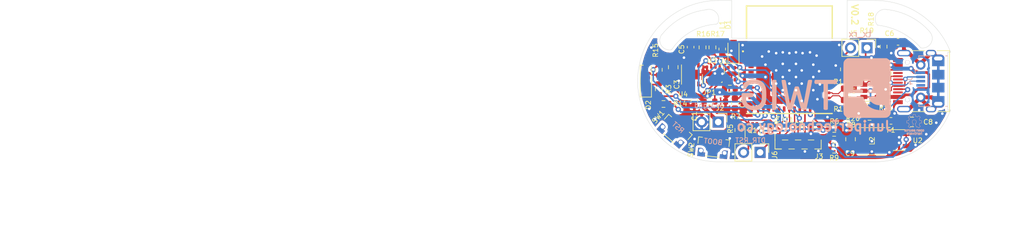
<source format=kicad_pcb>
(kicad_pcb (version 20171130) (host pcbnew "(5.1.10)-1")
  (title_block (title "Twig Temp/humidity sensor") (date 2021-07-13) (rev 0.2) (company "Juniper Gardens") (comment 1 http://JuniperGarden.co))
  (layers (0 F.Cu signal hide) (31 B.Cu signal hide) (34 B.Paste user hide) (35 F.Paste user hide) (36 B.SilkS user hide) (37 F.SilkS user hide) (38 B.Mask user hide) (39 F.Mask user hide) (44 Edge.Cuts user))
  (net 0 "")
  (net 1 GND)
  (net 2 +3V3)
  (net 3 +5V)
  (net 4 /RTX0)
  (net 5 /TDX0)
  (net 6 /3v3)
  (net 7 /Boot_Option)
  (net 8 /EN)
  (net 9 "Net-(IC1-Pad31)")
  (net 10 "Net-(D2-Pad2)")
  (net 11 "Net-(IC1-Pad30)")
  (net 12 /D-)
  (net 13 /D+)
  (net 14 "Net-(R8-Pad1)")
  (net 15 "Net-(L2-Pad1)")
  (net 16 "Net-(D2-Pad4)")
  (net 17 "Net-(D2-Pad6)")
  (net 18 /IO32_pico)
  (net 19 /IO33_pico)
  (net 20 /IO26_pico)
  (net 21 /IO14_pico)
  (net 22 /IO12_pico)
  (net 23 /IO13_pico)
  (net 24 /IO15_pico)
  (net 25 /DTR)
  (net 26 /RTS)
  (net 27 "Net-(Q1-Pad5)")
  (net 28 "Net-(Q1-Pad2)")
  (net 29 /IO2_pico)
  (net 30 /Shield)
  (net 31 "Net-(JP1-Pad2)")
  (net 32 /V_USB)
  (net 33 /CC2)
  (net 34 /CC1)
  (net 35 /USB_D+)
  (net 36 /USB_D-)
  (module "Twig:simplified logo_plain_svg" (layer F.Cu) (at 144 94.6)
    (fp_text reference Ref** hide)
    (fp_text value Val** hide)
  )
  (module Twig:FabDrawing-2Layer-Metric (layer F.Cu) (at 53.6 19.6)
    (fp_text reference REF_stackup hide)
    (fp_text value FabDrawing-4Layer hide)
  )
  (module Resistor_SMD:R_0603_1608Metric (layer F.Cu) (at 152.59812 91.58986)
    (fp_text reference R10 (at 2.47142 -0.09906) (layer F.SilkS) (effects (font (size 0.75 0.75) (thickness 0.12))))
    (fp_text value 15K)
    (pad 2 smd roundrect (at 0.825 0) (size 0.8 0.95) (layers F.Cu F.Paste F.Mask) (net 1 GND))
    (pad 1 smd roundrect (at -0.825 0) (size 0.8 0.95) (layers F.Cu F.Paste F.Mask) (net 13 /D+))
  )
  (module Twig:SW_Push_1P1T-MP_NO_Horizontal_TL6340 (layer F.Cu) (at 122.475 100.6 319)
    (fp_text reference SW1 (at -3.351887 -0.311437 49) (layer F.SilkS) (effects (font (size 0.75 0.75) (thickness 0.12))))
    (fp_text value SW_Push_Right_Angle hide)
    (pad MP thru_hole custom (at -1.825 0.4 139) (size 0.8 0.8) (drill 0.6) (layers *.Cu *.Mask) (options (clearance outline) (anchor circle)) (primitives (gr_poly (pts (xy -0.675 -0.9) (xy 0.475 -0.9) (xy 0.475 -0.25) (xy -0.675 -0.25)) (width 0)) (gr_poly (pts (xy 0.475 0.4) (xy 0.075 0.4) (xy 0.075 -0.4) (xy 0.475 -0.4)) (width 0))))
    (pad MP thru_hole custom (at 1.825 0.4 139) (size 0.8 0.8) (drill 0.6) (layers *.Cu *.Mask) (options (clearance outline) (anchor circle)) (primitives (gr_poly (pts (xy -0.475 -0.9) (xy 0.675 -0.9) (xy 0.675 -0.25) (xy -0.475 -0.25)) (width 0)) (gr_poly (pts (xy -0.475 0.4) (xy -0.075 0.4) (xy -0.075 -0.4) (xy -0.475 -0.4)) (width 0))))
    (pad "" smd roundrect (at 0 -1.1 319) (size 1.4 1.1) (layers F.Cu F.Paste F.Mask))
    (pad 1 smd roundrect (at 1.4 -0.95 319) (size 0.7 1.1) (layers F.Cu F.Paste F.Mask) (net 1 GND))
    (pad 2 smd roundrect (at -1.4 -0.95 319) (size 0.7 1.1) (layers F.Cu F.Paste F.Mask) (net 8 /EN))
  )
  (module Connector_PinHeader_2.54mm:PinHeader_1x02_P2.54mm_Vertical (layer F.Cu) (at 129.37236 98.96602 270)
    (fp_text reference J2 (at -2.15 -0.3 180) (layer F.SilkS) (effects (font (size 0.75 0.75) (thickness 0.12))))
    (fp_text value Conn_01x02_Male)
    (pad 2 thru_hole oval (at 0 2.54 270) (size 1.7 1.7) (drill 1) (layers *.Cu *.Mask) (net 1 GND))
    (pad 1 thru_hole rect (at 0 0 270) (size 1.7 1.7) (drill 1) (layers *.Cu *.Mask) (net 2 +3V3))
  )
  (module Connector_PinHeader_1.00mm:PinHeader_1x07_P1.00mm_Vertical_SMD_Pin1Right (layer F.Cu) (at 141.675 102.425 90)
    (fp_text reference J3 (at -1.85 3.225 180) (layer F.SilkS) (effects (font (size 0.75 0.75) (thickness 0.12))))
    (fp_text value Conn_01x06_Male)
    (pad 7 smd rect (at 0.875 3 90) (size 1.75 0.6) (layers F.Cu F.Paste F.Mask) (net 2 +3V3))
    (pad 5 smd rect (at 0.875 1 90) (size 1.75 0.6) (layers F.Cu F.Paste F.Mask) (net 24 /IO15_pico))
    (pad 3 smd rect (at 0.875 -1 90) (size 1.75 0.6) (layers F.Cu F.Paste F.Mask) (net 22 /IO12_pico))
    (pad 1 smd rect (at 0.875 -3 90) (size 1.75 0.6) (layers F.Cu F.Paste F.Mask) (net 8 /EN))
    (pad 6 smd rect (at -0.875 2 90) (size 1.75 0.6) (layers F.Cu F.Paste F.Mask) (net 1 GND))
    (pad 4 smd rect (at -0.875 0 90) (size 1.75 0.6) (layers F.Cu F.Paste F.Mask) (net 23 /IO13_pico))
    (pad 2 smd rect (at -0.875 -2 90) (size 1.75 0.6) (layers F.Cu F.Paste F.Mask) (net 21 /IO14_pico))
  )
  (module Resistor_SMD:R_0603_1608Metric (layer F.Cu) (at 147.25 100.025)
    (fp_text reference R6 (at 0.01666 -1.16312) (layer F.SilkS) (effects (font (size 0.75 0.75) (thickness 0.12))))
    (fp_text value 10K)
    (pad 2 smd roundrect (at 0.825 0) (size 0.8 0.95) (layers F.Cu F.Paste F.Mask) (net 2 +3V3))
    (pad 1 smd roundrect (at -0.825 0) (size 0.8 0.95) (layers F.Cu F.Paste F.Mask) (net 7 /Boot_Option))
  )
  (module Capacitor_SMD:C_0603_1608Metric (layer F.Cu) (at 125.125 87.4 270)
    (fp_text reference C5 (at 0.34684 1.38128 90) (layer F.SilkS) (effects (font (size 0.75 0.75) (thickness 0.12))))
    (fp_text value 0.1u)
    (pad 2 smd roundrect (at 0.775 0 270) (size 0.9 0.95) (layers F.Cu F.Paste F.Mask) (net 1 GND))
    (pad 1 smd roundrect (at -0.775 0 270) (size 0.9 0.95) (layers F.Cu F.Paste F.Mask) (net 2 +3V3))
  )
  (module Connector_USB:USB_Micro-B_Molex-105017-0001 (layer B.Cu) (at 162.025 92.65 270)
    (fp_text reference J4 (at 0 3.1125 270) (layer B.SilkS) (effects (font (size 0.75 0.75) (thickness 0.12)) (justify mirror)))
    (fp_text value USB_B_Micro)
    (pad 6 smd rect (at 1 -1.2375 270) (size 1.5 1.9) (layers B.Cu B.Paste B.Mask) (net 30 /Shield))
    (pad 6 thru_hole circle (at -2.5 1.4625 270) (size 1.45 1.45) (drill 0.85) (layers *.Cu *.Mask) (net 30 /Shield))
    (pad 2 smd rect (at -0.65 1.4625 270) (size 0.4 1.35) (layers B.Cu B.Paste B.Mask) (net 12 /D-))
    (pad 1 smd rect (at -1.3 1.4625 270) (size 0.4 1.35) (layers B.Cu B.Paste B.Mask) (net 32 /V_USB))
    (pad 5 smd rect (at 1.3 1.4625 270) (size 0.4 1.35) (layers B.Cu B.Paste B.Mask) (net 1 GND))
    (pad 4 smd rect (at 0.65 1.4625 270) (size 0.4 1.35) (layers B.Cu B.Paste B.Mask))
    (pad 3 smd rect (at 0 1.4625 270) (size 0.4 1.35) (layers B.Cu B.Paste B.Mask) (net 13 /D+))
    (pad 6 thru_hole circle (at 2.5 1.4625 270) (size 1.45 1.45) (drill 0.85) (layers *.Cu *.Mask) (net 30 /Shield))
    (pad 6 smd rect (at -1 -1.2375 270) (size 1.5 1.9) (layers B.Cu B.Paste B.Mask) (net 30 /Shield))
    (pad 6 thru_hole oval (at -3.5 -1.2375 90) (size 1.2 1.9) (drill oval 0.6 1.3) (layers *.Cu *.Mask) (net 30 /Shield))
    (pad 6 thru_hole oval (at 3.5 -1.2375 270) (size 1.2 1.9) (drill oval 0.6 1.3) (layers *.Cu *.Mask) (net 30 /Shield))
    (pad 6 smd rect (at 2.9 -1.2375 270) (size 1.2 1.9) (layers B.Cu B.Mask) (net 30 /Shield))
    (pad 6 smd rect (at -2.9 -1.2375 270) (size 1.2 1.9) (layers B.Cu B.Mask) (net 30 /Shield))
  )
  (module Resistor_SMD:R_0603_1608Metric (layer F.Cu) (at 120.225 90.9 270)
    (fp_text reference R15 (at -3 0.5 90) (layer F.SilkS) (effects (font (size 0.75 0.75) (thickness 0.12))))
    (fp_text value 100)
    (pad 2 smd roundrect (at 0.825 0 270) (size 0.8 0.95) (layers F.Cu F.Paste F.Mask) (net 10 "Net-(D2-Pad2)"))
    (pad 1 smd roundrect (at -0.825 0 270) (size 0.8 0.95) (layers F.Cu F.Paste F.Mask) (net 18 /IO32_pico))
  )
  (module Resistor_SMD:R_0603_1608Metric (layer F.Cu) (at 126.962 87.443 90)
    (fp_text reference R16 (at 2.0736 0.12944) (layer F.SilkS) (effects (font (size 0.75 0.75) (thickness 0.12))))
    (fp_text value 10K)
    (pad 2 smd roundrect (at 0.825 0 90) (size 0.8 0.95) (layers F.Cu F.Paste F.Mask) (net 2 +3V3))
    (pad 1 smd roundrect (at -0.825 0 90) (size 0.8 0.95) (layers F.Cu F.Paste F.Mask) (net 29 /IO2_pico))
  )
  (module Capacitor_SMD:C_0603_1608Metric (layer F.Cu) (at 131.95 96.075 90)
    (fp_text reference C4 (at 0.02236 1.18156 90) (layer F.SilkS) (effects (font (size 0.75 0.75) (thickness 0.12))))
    (fp_text value 0.1u)
    (pad 2 smd roundrect (at 0.775 0 90) (size 0.9 0.95) (layers F.Cu F.Paste F.Mask) (net 8 /EN))
    (pad 1 smd roundrect (at -0.775 0 90) (size 0.9 0.95) (layers F.Cu F.Paste F.Mask) (net 1 GND))
  )
  (module Resistor_SMD:R_0603_1608Metric (layer F.Cu) (at 149.48662 95.56496 180)
    (fp_text reference R13 (at 1.268 -1.39604) (layer F.SilkS) (effects (font (size 0.75 0.75) (thickness 0.12))))
    (fp_text value 27)
    (pad 2 smd roundrect (at 0.825 0 180) (size 0.8 0.95) (layers F.Cu F.Paste F.Mask) (net 36 /USB_D-))
    (pad 1 smd roundrect (at -0.825 0 180) (size 0.8 0.95) (layers F.Cu F.Paste F.Mask) (net 12 /D-))
  )
  (module Resistor_SMD:R_0603_1608Metric (layer F.Cu) (at 120.225 93.9 90)
    (fp_text reference R3 (at 0 1.524 90) (layer F.SilkS) (effects (font (size 0.75 0.75) (thickness 0.12))))
    (fp_text value 200)
    (pad 2 smd roundrect (at 0.825 0 90) (size 0.8 0.95) (layers F.Cu F.Paste F.Mask) (net 16 "Net-(D2-Pad4)"))
    (pad 1 smd roundrect (at -0.825 0 90) (size 0.8 0.95) (layers F.Cu F.Paste F.Mask) (net 20 /IO26_pico))
  )
  (module Resistor_SMD:R_0603_1608Metric (layer F.Cu) (at 148.73276 90.83222 90)
    (fp_text reference R2 (at -1.63902 1.19582 90) (layer F.SilkS) (effects (font (size 0.75 0.75) (thickness 0.12))))
    (fp_text value 499R)
    (pad 2 smd roundrect (at 0.825 0 90) (size 0.8 0.95) (layers F.Cu F.Paste F.Mask) (net 4 /RTX0))
    (pad 1 smd roundrect (at -0.825 0 90) (size 0.8 0.95) (layers F.Cu F.Paste F.Mask) (net 11 "Net-(IC1-Pad30)"))
  )
  (module Resistor_SMD:R_0603_1608Metric (layer F.Cu) (at 152.49144 96.6724 180)
    (fp_text reference R11 (at -2.71526 -0.0762) (layer F.SilkS) (effects (font (size 0.75 0.75) (thickness 0.12))))
    (fp_text value 15K)
    (pad 2 smd roundrect (at 0.825 0 180) (size 0.8 0.95) (layers F.Cu F.Paste F.Mask) (net 12 /D-))
    (pad 1 smd roundrect (at -0.825 0 180) (size 0.8 0.95) (layers F.Cu F.Paste F.Mask) (net 1 GND))
  )
  (module Resistor_SMD:R_0603_1608Metric (layer F.Cu) (at 136.925 100.2 270)
    (fp_text reference R4 (at -1.525 -1.575 90) (layer F.SilkS) (effects (font (size 0.75 0.75) (thickness 0.12))))
    (fp_text value 10K)
    (pad 2 smd roundrect (at 0.825 0 270) (size 0.8 0.95) (layers F.Cu F.Paste F.Mask) (net 28 "Net-(Q1-Pad2)"))
    (pad 1 smd roundrect (at -0.825 0 270) (size 0.8 0.95) (layers F.Cu F.Paste F.Mask) (net 25 /DTR))
  )
  (module Resistor_SMD:R_0603_1608Metric (layer F.Cu) (at 131.175 93.8 180)
    (fp_text reference R7 (at -0.889 -4.318) (layer F.SilkS) (effects (font (size 0.75 0.75) (thickness 0.12))))
    (fp_text value 10K)
    (pad 2 smd roundrect (at 0.825 0 180) (size 0.8 0.95) (layers F.Cu F.Paste F.Mask) (net 2 +3V3))
    (pad 1 smd roundrect (at -0.825 0 180) (size 0.8 0.95) (layers F.Cu F.Paste F.Mask) (net 8 /EN))
  )
  (module Package_TO_SOT_SMD:SOT-23-5 (layer F.Cu) (at 157.226 101.7397)
    (fp_text reference U2 (at 2.86512 0.07874) (layer F.SilkS) (effects (font (size 0.75 0.75) (thickness 0.12))))
    (fp_text value TLV62569DBV)
    (pad 5 smd rect (at 1.1 -0.95) (size 1.06 0.65) (layers F.Cu F.Paste F.Mask) (net 14 "Net-(R8-Pad1)"))
    (pad 4 smd rect (at 1.1 0.95) (size 1.06 0.65) (layers F.Cu F.Paste F.Mask) (net 3 +5V))
    (pad 3 smd rect (at -1.1 0.95) (size 1.06 0.65) (layers F.Cu F.Paste F.Mask) (net 15 "Net-(L2-Pad1)"))
    (pad 2 smd rect (at -1.1 0) (size 1.06 0.65) (layers F.Cu F.Paste F.Mask) (net 1 GND))
    (pad 1 smd rect (at -1.1 -0.95) (size 1.06 0.65) (layers F.Cu F.Paste F.Mask) (net 3 +5V))
  )
  (module Capacitor_SMD:C_0805_2012Metric (layer F.Cu) (at 122.45 90.5 270)
    (fp_text reference C3 (at 2.67482 -0.5368 90) (layer F.SilkS) (effects (font (size 0.75 0.75) (thickness 0.12))))
    (fp_text value 10u)
    (pad 2 smd roundrect (at 0.95 0 270) (size 1 1.45) (layers F.Cu F.Paste F.Mask) (net 1 GND))
    (pad 1 smd roundrect (at -0.95 0 270) (size 1 1.45) (layers F.Cu F.Paste F.Mask) (net 2 +3V3))
  )
  (module Package_TO_SOT_SMD:SOT-363_SC-70-6 (layer F.Cu) (at 134.675 100.25 90)
    (fp_text reference Q1 (at 0.01144 -0.055 180) (layer F.SilkS) (effects (font (size 0.75 0.75) (thickness 0.12))))
    (fp_text value BC847BDW1)
    (pad 6 smd rect (at 0.95 -0.65 90) (size 0.65 0.4) (layers F.Cu F.Paste F.Mask) (net 8 /EN))
    (pad 4 smd rect (at 0.95 0.65 90) (size 0.65 0.4) (layers F.Cu F.Paste F.Mask) (net 25 /DTR))
    (pad 2 smd rect (at -0.95 0 90) (size 0.65 0.4) (layers F.Cu F.Paste F.Mask) (net 28 "Net-(Q1-Pad2)"))
    (pad 5 smd rect (at 0.95 0 90) (size 0.65 0.4) (layers F.Cu F.Paste F.Mask) (net 27 "Net-(Q1-Pad5)"))
    (pad 3 smd rect (at -0.95 0.65 90) (size 0.65 0.4) (layers F.Cu F.Paste F.Mask) (net 7 /Boot_Option))
    (pad 1 smd rect (at -0.95 -0.65 90) (size 0.65 0.4) (layers F.Cu F.Paste F.Mask) (net 26 /RTS))
  )
  (module Diode_SMD:D_SOD-323_HandSoldering (layer F.Cu) (at 131.725 88.025 90)
    (fp_text reference D1 (at 4.0907 -0.8261 90) (layer F.SilkS) (effects (font (size 0.75 0.75) (thickness 0.12))))
    (fp_text value 3.3v_TVS)
    (pad 2 smd rect (at 1.25 0 90) (size 1 1) (layers F.Cu F.Paste F.Mask) (net 1 GND))
    (pad 1 smd rect (at -1.25 0 90) (size 1 1) (layers F.Cu F.Paste F.Mask) (net 6 /3v3))
  )
  (module Package_DFN_QFN:DFN-6-1EP_3x3mm_P1mm_EP1.5x2.4mm (layer F.Cu) (at 125.33 91.634 270)
    (fp_text reference U4 (at 3.04196 1.37292 180) (layer F.SilkS) (effects (font (size 0.75 0.75) (thickness 0.12))))
    (fp_text value Si7020-A20)
    (pad 7 smd rect (at 0 0 270) (size 1.5 2.4) (layers F.Cu F.Mask) (net 1 GND))
    (pad 6 smd roundrect (at 1.45 -1 270) (size 0.8 0.4) (layers F.Cu F.Paste F.Mask) (net 23 /IO13_pico))
    (pad 5 smd roundrect (at 1.45 0 270) (size 0.8 0.4) (layers F.Cu F.Paste F.Mask) (net 2 +3V3))
    (pad 4 smd roundrect (at 1.45 1 270) (size 0.8 0.4) (layers F.Cu F.Paste F.Mask))
    (pad 3 smd roundrect (at -1.45 1 270) (size 0.8 0.4) (layers F.Cu F.Paste F.Mask))
    (pad 2 smd roundrect (at -1.45 0 270) (size 0.8 0.4) (layers F.Cu F.Paste F.Mask) (net 1 GND))
    (pad 1 smd roundrect (at -1.45 -1 270) (size 0.8 0.4) (layers F.Cu F.Paste F.Mask) (net 29 /IO2_pico))
  )
  (module LED_SMD:LED_Cree-PLCC6_4.7x1.5mm (layer F.Cu) (at 118.235 92.65 270)
    (fp_text reference D2 (at 3.683 -0.381 90) (layer F.SilkS) (effects (font (size 0.75 0.75) (thickness 0.12))))
    (fp_text value QLS6A)
    (pad 6 smd rect (at 2.02 0.335 270) (size 0.66 0.63) (layers F.Cu F.Paste F.Mask) (net 17 "Net-(D2-Pad6)"))
    (pad 5 smd rect (at 1.21 -0.25 270) (size 0.4 0.8) (layers F.Cu F.Paste F.Mask) (net 2 +3V3))
    (pad 4 smd rect (at 0.53 -0.25 270) (size 0.4 0.8) (layers F.Cu F.Paste F.Mask) (net 16 "Net-(D2-Pad4)"))
    (pad 3 smd rect (at -0.53 -0.25 270) (size 0.4 0.8) (layers F.Cu F.Paste F.Mask) (net 2 +3V3))
    (pad 2 smd rect (at -1.21 -0.25 270) (size 0.4 0.8) (layers F.Cu F.Paste F.Mask) (net 10 "Net-(D2-Pad2)"))
    (pad 1 smd rect (at -2.02 0.335 270) (size 0.66 0.63) (layers F.Cu F.Paste F.Mask) (net 2 +3V3))
  )
  (module Resistor_SMD:R_0603_1608Metric (layer F.Cu) (at 149.49424 93.79966 180)
    (fp_text reference R12 (at 1.28016 1.04902) (layer F.SilkS) (effects (font (size 0.75 0.75) (thickness 0.12))))
    (fp_text value 27)
    (pad 2 smd roundrect (at 0.825 0 180) (size 0.8 0.95) (layers F.Cu F.Paste F.Mask) (net 35 /USB_D+))
    (pad 1 smd roundrect (at -0.825 0 180) (size 0.8 0.95) (layers F.Cu F.Paste F.Mask) (net 13 /D+))
  )
  (module Capacitor_SMD:C_0805_2012Metric (layer F.Cu) (at 149.75332 101.61524 270)
    (fp_text reference C9 (at 2.2 0.075 180) (layer F.SilkS) (effects (font (size 0.75 0.75) (thickness 0.12))))
    (fp_text value 10u)
    (pad 2 smd roundrect (at 0.95 0 270) (size 1 1.45) (layers F.Cu F.Paste F.Mask) (net 1 GND))
    (pad 1 smd roundrect (at -0.95 0 270) (size 1 1.45) (layers F.Cu F.Paste F.Mask) (net 2 +3V3))
  )
  (module Resistor_SMD:R_0603_1608Metric (layer F.Cu) (at 151.10776 90.08222)
    (fp_text reference R1 (at -0.72198 1.26634) (layer F.SilkS) (effects (font (size 0.75 0.75) (thickness 0.12))))
    (fp_text value 499R)
    (pad 2 smd roundrect (at 0.825 0) (size 0.8 0.95) (layers F.Cu F.Paste F.Mask) (net 5 /TDX0))
    (pad 1 smd roundrect (at -0.825 0) (size 0.8 0.95) (layers F.Cu F.Paste F.Mask) (net 9 "Net-(IC1-Pad31)"))
  )
  (module Resistor_SMD:R_0603_1608Metric (layer F.Cu) (at 147.225 103.225 180)
    (fp_text reference R9 (at 0.00152 -1.27568) (layer F.SilkS) (effects (font (size 0.75 0.75) (thickness 0.12))))
    (fp_text value 150K)
    (pad 2 smd roundrect (at 0.825 0 180) (size 0.8 0.95) (layers F.Cu F.Paste F.Mask) (net 14 "Net-(R8-Pad1)"))
    (pad 1 smd roundrect (at -0.825 0 180) (size 0.8 0.95) (layers F.Cu F.Paste F.Mask) (net 1 GND))
  )
  (module Capacitor_SMD:C_0603_1608Metric (layer F.Cu) (at 125.70206 95.64624 270)
    (fp_text reference C1 (at 2.413 0 90) (layer F.SilkS) (effects (font (size 0.75 0.75) (thickness 0.12))))
    (fp_text value 0.1u)
    (pad 2 smd roundrect (at 0.775 0 270) (size 0.9 0.95) (layers F.Cu F.Paste F.Mask) (net 1 GND))
    (pad 1 smd roundrect (at -0.775 0 270) (size 0.9 0.95) (layers F.Cu F.Paste F.Mask) (net 2 +3V3))
  )
  (module Resistor_SMD:R_0603_1608Metric (layer F.Cu) (at 128.486 87.443 90)
    (fp_text reference R17 (at 2.08376 0.8) (layer F.SilkS) (effects (font (size 0.75 0.75) (thickness 0.12))))
    (fp_text value 10K)
    (pad 2 smd roundrect (at 0.825 0 90) (size 0.8 0.95) (layers F.Cu F.Paste F.Mask) (net 2 +3V3))
    (pad 1 smd roundrect (at -0.825 0 90) (size 0.8 0.95) (layers F.Cu F.Paste F.Mask) (net 23 /IO13_pico))
  )
  (module Resistor_SMD:R_0603_1608Metric (layer F.Cu) (at 120.95 96.175 180)
    (fp_text reference R14 (at -2.57782 0.04616) (layer F.SilkS) (effects (font (size 0.75 0.75) (thickness 0.12))))
    (fp_text value 100)
    (pad 2 smd roundrect (at 0.825 0 180) (size 0.8 0.95) (layers F.Cu F.Paste F.Mask) (net 17 "Net-(D2-Pad6)"))
    (pad 1 smd roundrect (at -0.825 0 180) (size 0.8 0.95) (layers F.Cu F.Paste F.Mask) (net 19 /IO33_pico))
  )
  (module Capacitor_SMD:C_0805_2012Metric (layer F.Cu) (at 159.2072 98.94824)
    (fp_text reference C8 (at 2.4892 0.01016) (layer F.SilkS) (effects (font (size 0.75 0.75) (thickness 0.12))))
    (fp_text value 4.7u)
    (pad 2 smd roundrect (at 0.95 0) (size 1 1.45) (layers F.Cu F.Paste F.Mask) (net 1 GND))
    (pad 1 smd roundrect (at -0.95 0) (size 1 1.45) (layers F.Cu F.Paste F.Mask) (net 3 +5V))
  )
  (module Resistor_SMD:R_0603_1608Metric (layer F.Cu) (at 147.225 101.675)
    (fp_text reference R8 (at 2.57912 -2.27464) (layer F.SilkS) (effects (font (size 0.75 0.75) (thickness 0.12))))
    (fp_text value 680k)
    (pad 2 smd roundrect (at 0.825 0) (size 0.8 0.95) (layers F.Cu F.Paste F.Mask) (net 2 +3V3))
    (pad 1 smd roundrect (at -0.825 0) (size 0.8 0.95) (layers F.Cu F.Paste F.Mask) (net 14 "Net-(R8-Pad1)"))
  )
  (module Inductor_SMD:L_Taiyo-Yuden_MD-4040 (layer F.Cu) (at 153.033 101.921 180)
    (fp_text reference L2 (at -0.04518 0.05684 90) (layer F.SilkS) (effects (font (size 0.75 0.75) (thickness 0.12))))
    (fp_text value 2.2uH)
    (pad 2 smd rect (at 1.4 0 180) (size 1.2 3.7) (layers F.Cu F.Paste F.Mask) (net 2 +3V3))
    (pad 1 smd rect (at -1.4 0 180) (size 1.2 3.7) (layers F.Cu F.Paste F.Mask) (net 15 "Net-(L2-Pad1)"))
  )
  (module Connector_PinHeader_2.54mm:PinHeader_1x02_P2.54mm_Vertical (layer F.Cu) (at 152.29078 87.50808 270)
    (fp_text reference J5 (at -2.23774 2.1082 180) (layer F.SilkS) (effects (font (size 0.75 0.75) (thickness 0.12))))
    (fp_text value Conn_01x02_Male)
    (pad 2 thru_hole oval (at 0 2.54 270) (size 1.7 1.7) (drill 1) (layers *.Cu *.Mask) (net 4 /RTX0))
    (pad 1 thru_hole rect (at 0 0 270) (size 1.7 1.7) (drill 1) (layers *.Cu *.Mask) (net 5 /TDX0))
  )
  (module Capacitor_SMD:C_0603_1608Metric (layer F.Cu) (at 144.275 99.4 180)
    (fp_text reference C2 (at 2.47696 0.00472) (layer F.SilkS) (effects (font (size 0.75 0.75) (thickness 0.12))))
    (fp_text value 0.1u)
    (pad 2 smd roundrect (at 0.775 0 180) (size 0.9 0.95) (layers F.Cu F.Paste F.Mask) (net 1 GND))
    (pad 1 smd roundrect (at -0.775 0 180) (size 0.9 0.95) (layers F.Cu F.Paste F.Mask) (net 7 /Boot_Option))
  )
  (module Connector_PinHeader_2.54mm:PinHeader_1x02_P2.54mm_Vertical (layer F.Cu) (at 135.825 103.65 270)
    (fp_text reference J6 (at 0.4 -2.25 90) (layer F.SilkS) (effects (font (size 0.75 0.75) (thickness 0.12))))
    (fp_text value Conn_01x02_Male)
    (pad 2 thru_hole oval (at 0 2.54 270) (size 1.7 1.7) (drill 1) (layers *.Cu *.Mask) (net 26 /RTS))
    (pad 1 thru_hole rect (at 0 0 270) (size 1.7 1.7) (drill 1) (layers *.Cu *.Mask) (net 25 /DTR))
  )
  (module Resistor_SMD:R_0603_1608Metric (layer F.Cu) (at 132.475 100.2 90)
    (fp_text reference R5 (at 0.2002 -1.2205 90) (layer F.SilkS) (effects (font (size 0.75 0.75) (thickness 0.12))))
    (fp_text value 10K)
    (pad 2 smd roundrect (at 0.825 0 90) (size 0.8 0.95) (layers F.Cu F.Paste F.Mask) (net 27 "Net-(Q1-Pad5)"))
    (pad 1 smd roundrect (at -0.825 0 90) (size 0.8 0.95) (layers F.Cu F.Paste F.Mask) (net 26 /RTS))
  )
  (module Package_LGA:Bosch_LGA-8_2.5x2.5mm_P0.65mm_ClockwisePinNumbering (layer F.Cu) (at 128.632 91.507)
    (fp_text reference U3 (at -0.22484 -2.01772) (layer F.SilkS) (effects (font (size 0.75 0.75) (thickness 0.12))))
    (fp_text value BME280)
    (pad 5 smd rect (at 0.975 1.025 90) (size 0.5 0.35) (layers F.Cu F.Paste F.Mask) (net 31 "Net-(JP1-Pad2)"))
    (pad 6 smd rect (at 0.325 1.025 90) (size 0.5 0.35) (layers F.Cu F.Paste F.Mask) (net 2 +3V3))
    (pad 7 smd rect (at -0.325 1.025 90) (size 0.5 0.35) (layers F.Cu F.Paste F.Mask) (net 1 GND))
    (pad 8 smd rect (at -0.975 1.025 90) (size 0.5 0.35) (layers F.Cu F.Paste F.Mask) (net 2 +3V3))
    (pad 1 smd rect (at -0.975 -1.025 90) (size 0.5 0.35) (layers F.Cu F.Paste F.Mask) (net 1 GND))
    (pad 2 smd rect (at -0.325 -1.025 90) (size 0.5 0.35) (layers F.Cu F.Paste F.Mask) (net 2 +3V3))
    (pad 3 smd rect (at 0.325 -1.025 90) (size 0.5 0.35) (layers F.Cu F.Paste F.Mask) (net 29 /IO2_pico))
    (pad 4 smd rect (at 0.975 -1.025 90) (size 0.5 0.35) (layers F.Cu F.Paste F.Mask) (net 23 /IO13_pico))
  )
  (module Inductor_SMD:L_0603_1608Metric (layer F.Cu) (at 130 87.7 270)
    (fp_text reference L1 (at -3.7276 0.01296 90) (layer F.SilkS) (effects (font (size 0.75 0.75) (thickness 0.12))))
    (fp_text value L_Core_Ferrite_Small)
    (pad 2 smd roundrect (at 0.7875 0 270) (size 0.875 0.95) (layers F.Cu F.Paste F.Mask) (net 6 /3v3))
    (pad 1 smd roundrect (at -0.7875 0 270) (size 0.875 0.95) (layers F.Cu F.Paste F.Mask) (net 2 +3V3))
  )
  (module Package_TO_SOT_SMD:SOT-23-6 (layer F.Cu) (at 152.91308 94.14002)
    (fp_text reference U5 (at -3.048 0) (layer F.SilkS) (effects (font (size 0.75 0.75) (thickness 0.12))))
    (fp_text value SN65220)
    (pad 5 smd rect (at 1.1 0) (size 1.06 0.65) (layers F.Cu F.Paste F.Mask) (net 1 GND))
    (pad 6 smd rect (at 1.1 -0.95) (size 1.06 0.65) (layers F.Cu F.Paste F.Mask) (net 13 /D+))
    (pad 4 smd rect (at 1.1 0.95) (size 1.06 0.65) (layers F.Cu F.Paste F.Mask) (net 12 /D-))
    (pad 3 smd rect (at -1.1 0.95) (size 1.06 0.65) (layers F.Cu F.Paste F.Mask) (net 12 /D-))
    (pad 2 smd rect (at -1.1 0) (size 1.06 0.65) (layers F.Cu F.Paste F.Mask) (net 1 GND))
    (pad 1 smd rect (at -1.1 -0.95) (size 1.06 0.65) (layers F.Cu F.Paste F.Mask) (net 13 /D+))
  )
  (module Sensor_Humidity:Sensirion_DFN-4-1EP_2x2mm_P1mm_EP0.7x1.6mm (layer F.Cu) (at 131.426 91.507 90)
    (fp_text reference U1 (at 1.91866 -1.26878 180) (layer F.SilkS) (effects (font (size 0.75 0.75) (thickness 0.12))))
    (fp_text value SHTC3)
    (pad 5 smd roundrect (at 0 0 90) (size 0.7 1.6) (layers F.Cu F.Mask) (net 1 GND))
    (pad 4 smd roundrect (at 0.925 -0.5 90) (size 0.55 0.35) (layers F.Cu F.Mask) (net 1 GND))
    (pad 3 smd roundrect (at 0.925 0.5 90) (size 0.55 0.35) (layers F.Cu F.Mask) (net 29 /IO2_pico))
    (pad 2 smd roundrect (at -0.925 0.5 90) (size 0.55 0.35) (layers F.Cu F.Mask) (net 23 /IO13_pico))
    (pad 1 smd roundrect (at -0.925 -0.5 90) (size 0.55 0.35) (layers F.Cu F.Mask) (net 2 +3V3))
  )
  (module Twig:SW_Push_1P1T-MP_NO_Horizontal_TL6340 (layer F.Cu) (at 128.575 103.15 354)
    (fp_text reference SW2 (at -3.34508 0.445476 84) (layer F.SilkS) (effects (font (size 0.75 0.75) (thickness 0.12))))
    (fp_text value SW_Push_Right_Angle hide)
    (pad MP thru_hole custom (at -1.825 0.4 174) (size 0.8 0.8) (drill 0.6) (layers *.Cu *.Mask) (options (clearance outline) (anchor circle)) (primitives (gr_poly (pts (xy -0.675 -0.9) (xy 0.475 -0.9) (xy 0.475 -0.25) (xy -0.675 -0.25)) (width 0)) (gr_poly (pts (xy 0.475 0.4) (xy 0.075 0.4) (xy 0.075 -0.4) (xy 0.475 -0.4)) (width 0))))
    (pad MP thru_hole custom (at 1.825 0.4 174) (size 0.8 0.8) (drill 0.6) (layers *.Cu *.Mask) (options (clearance outline) (anchor circle)) (primitives (gr_poly (pts (xy -0.475 -0.9) (xy 0.675 -0.9) (xy 0.675 -0.25) (xy -0.475 -0.25)) (width 0)) (gr_poly (pts (xy -0.475 0.4) (xy -0.075 0.4) (xy -0.075 -0.4) (xy -0.475 -0.4)) (width 0))))
    (pad "" smd roundrect (at 0 -1.1 354) (size 1.4 1.1) (layers F.Cu F.Paste F.Mask))
    (pad 1 smd roundrect (at 1.4 -0.95 354) (size 0.7 1.1) (layers F.Cu F.Paste F.Mask) (net 1 GND))
    (pad 2 smd roundrect (at -1.4 -0.95 354) (size 0.7 1.1) (layers F.Cu F.Paste F.Mask) (net 7 /Boot_Option))
  )
  (module Twig:ESP32C3MINI1 (layer F.Cu) (at 140.333 89.348)
    (fp_text reference IC1 (at -0.1885 9.2929) (layer F.SilkS) (effects (font (size 0.75 0.75) (thickness 0.12))))
    (fp_text value ESP32-C3-MINI-1 hide)
    (pad 61 smd rect (at 0 0.725) (size 1.45 1.45) (layers F.Cu F.Paste F.Mask) (net 1 GND))
    (pad 60 smd rect (at 1.975 0.725) (size 1.45 1.45) (layers F.Cu F.Paste F.Mask) (net 1 GND))
    (pad 59 smd rect (at 1.975 2.7) (size 1.45 1.45) (layers F.Cu F.Paste F.Mask) (net 1 GND))
    (pad 58 smd rect (at 1.975 4.675) (size 1.45 1.45) (layers F.Cu F.Paste F.Mask) (net 1 GND))
    (pad 57 smd rect (at 0 4.675) (size 1.45 1.45) (layers F.Cu F.Paste F.Mask) (net 1 GND))
    (pad 56 smd rect (at -1.975 4.675) (size 1.45 1.45) (layers F.Cu F.Paste F.Mask) (net 1 GND))
    (pad 55 smd rect (at -1.975 2.7) (size 1.45 1.45) (layers F.Cu F.Paste F.Mask) (net 1 GND))
    (pad 54 smd rect (at -1.975 0.725) (size 1.45 1.45) (layers F.Cu F.Paste F.Mask) (net 1 GND))
    (pad 53 smd rect (at -5.95 -2.25 90) (size 0.7 0.7) (layers F.Cu F.Paste F.Mask) (net 1 GND))
    (pad 52 smd rect (at -5.95 7.65 90) (size 0.7 0.7) (layers F.Cu F.Paste F.Mask) (net 1 GND))
    (pad 51 smd rect (at 5.95 7.65 90) (size 0.7 0.7) (layers F.Cu F.Paste F.Mask) (net 1 GND))
    (pad 50 smd rect (at 5.95 -2.25 90) (size 0.7 0.7) (layers F.Cu F.Paste F.Mask) (net 1 GND))
    (pad 49 smd rect (at 0 2.7) (size 1.45 1.45) (layers F.Cu F.Paste F.Mask) (net 1 GND))
    (pad 48 smd rect (at -4.8 -2.2) (size 0.4 0.8) (layers F.Cu F.Paste F.Mask) (net 1 GND))
    (pad 47 smd rect (at -4 -2.2) (size 0.4 0.8) (layers F.Cu F.Paste F.Mask) (net 1 GND))
    (pad 46 smd rect (at -3.2 -2.2) (size 0.4 0.8) (layers F.Cu F.Paste F.Mask) (net 1 GND))
    (pad 45 smd rect (at -2.4 -2.2) (size 0.4 0.8) (layers F.Cu F.Paste F.Mask) (net 1 GND))
    (pad 44 smd rect (at -1.6 -2.2) (size 0.4 0.8) (layers F.Cu F.Paste F.Mask) (net 1 GND))
    (pad 43 smd rect (at -0.8 -2.2) (size 0.4 0.8) (layers F.Cu F.Paste F.Mask) (net 1 GND))
    (pad 42 smd rect (at 0 -2.2) (size 0.4 0.8) (layers F.Cu F.Paste F.Mask) (net 1 GND))
    (pad 41 smd rect (at 0.8 -2.2) (size 0.4 0.8) (layers F.Cu F.Paste F.Mask) (net 1 GND))
    (pad 40 smd rect (at 1.6 -2.2) (size 0.4 0.8) (layers F.Cu F.Paste F.Mask) (net 1 GND))
    (pad 39 smd rect (at 2.4 -2.2) (size 0.4 0.8) (layers F.Cu F.Paste F.Mask) (net 1 GND))
    (pad 38 smd rect (at 3.2 -2.2) (size 0.4 0.8) (layers F.Cu F.Paste F.Mask) (net 1 GND))
    (pad 37 smd rect (at 4 -2.2) (size 0.4 0.8) (layers F.Cu F.Paste F.Mask) (net 1 GND))
    (pad 36 smd rect (at 4.8 -2.2) (size 0.4 0.8) (layers F.Cu F.Paste F.Mask) (net 1 GND))
    (pad 35 smd rect (at 5.9 -1.3 90) (size 0.4 0.8) (layers F.Cu F.Paste F.Mask))
    (pad 34 smd rect (at 5.9 -0.5 90) (size 0.4 0.8) (layers F.Cu F.Paste F.Mask))
    (pad 33 smd rect (at 5.9 0.3 90) (size 0.4 0.8) (layers F.Cu F.Paste F.Mask))
    (pad 32 smd rect (at 5.9 1.1 90) (size 0.4 0.8) (layers F.Cu F.Paste F.Mask))
    (pad 31 smd rect (at 5.9 1.9 90) (size 0.4 0.8) (layers F.Cu F.Paste F.Mask) (net 9 "Net-(IC1-Pad31)"))
    (pad 30 smd rect (at 5.9 2.7 90) (size 0.4 0.8) (layers F.Cu F.Paste F.Mask) (net 11 "Net-(IC1-Pad30)"))
    (pad 29 smd rect (at 5.9 3.5 90) (size 0.4 0.8) (layers F.Cu F.Paste F.Mask))
    (pad 28 smd rect (at 5.9 4.3 90) (size 0.4 0.8) (layers F.Cu F.Paste F.Mask))
    (pad 27 smd rect (at 5.9 5.1 90) (size 0.4 0.8) (layers F.Cu F.Paste F.Mask) (net 35 /USB_D+))
    (pad 26 smd rect (at 5.9 5.9 90) (size 0.4 0.8) (layers F.Cu F.Paste F.Mask) (net 36 /USB_D-))
    (pad 25 smd rect (at 5.9 6.7 90) (size 0.4 0.8) (layers F.Cu F.Paste F.Mask))
    (pad 24 smd rect (at 4.8 7.6) (size 0.4 0.8) (layers F.Cu F.Paste F.Mask))
    (pad 23 smd rect (at 4 7.6) (size 0.4 0.8) (layers F.Cu F.Paste F.Mask) (net 7 /Boot_Option))
    (pad 22 smd rect (at 3.2 7.6) (size 0.4 0.8) (layers F.Cu F.Paste F.Mask) (net 29 /IO2_pico))
    (pad 21 smd rect (at 2.4 7.6) (size 0.4 0.8) (layers F.Cu F.Paste F.Mask) (net 24 /IO15_pico))
    (pad 20 smd rect (at 1.6 7.6) (size 0.4 0.8) (layers F.Cu F.Paste F.Mask) (net 23 /IO13_pico))
    (pad 19 smd rect (at 0.8 7.6) (size 0.4 0.8) (layers F.Cu F.Paste F.Mask) (net 22 /IO12_pico))
    (pad 18 smd rect (at 0 7.6) (size 0.4 0.8) (layers F.Cu F.Paste F.Mask) (net 21 /IO14_pico))
    (pad 17 smd rect (at -0.8 7.6) (size 0.4 0.8) (layers F.Cu F.Paste F.Mask))
    (pad 16 smd rect (at -1.6 7.6) (size 0.4 0.8) (layers F.Cu F.Paste F.Mask) (net 20 /IO26_pico))
    (pad 15 smd rect (at -2.4 7.6) (size 0.4 0.8) (layers F.Cu F.Paste F.Mask))
    (pad 14 smd rect (at -3.2 7.6) (size 0.4 0.8) (layers F.Cu F.Paste F.Mask) (net 1 GND))
    (pad 13 smd rect (at -4 7.6) (size 0.4 0.8) (layers F.Cu F.Paste F.Mask) (net 19 /IO33_pico))
    (pad 12 smd rect (at -4.8 7.6) (size 0.4 0.8) (layers F.Cu F.Paste F.Mask) (net 18 /IO32_pico))
    (pad 11 smd rect (at -5.9 6.7 90) (size 0.4 0.8) (layers F.Cu F.Paste F.Mask) (net 1 GND))
    (pad 10 smd rect (at -5.9 5.9 90) (size 0.4 0.8) (layers F.Cu F.Paste F.Mask))
    (pad 9 smd rect (at -5.9 5.1 90) (size 0.4 0.8) (layers F.Cu F.Paste F.Mask))
    (pad 8 smd rect (at -5.9 4.3 90) (size 0.4 0.8) (layers F.Cu F.Paste F.Mask) (net 8 /EN))
    (pad 7 smd rect (at -5.9 3.5 90) (size 0.4 0.8) (layers F.Cu F.Paste F.Mask))
    (pad 6 smd rect (at -5.9 2.7 90) (size 0.4 0.8) (layers F.Cu F.Paste F.Mask))
    (pad 5 smd rect (at -5.9 1.9 90) (size 0.4 0.8) (layers F.Cu F.Paste F.Mask))
    (pad 4 smd rect (at -5.9 1.1 90) (size 0.4 0.8) (layers F.Cu F.Paste F.Mask))
    (pad 3 smd rect (at -5.9 0.3 90) (size 0.4 0.8) (layers F.Cu F.Paste F.Mask) (net 6 /3v3))
    (pad 2 smd rect (at -5.9 -0.5 90) (size 0.4 0.8) (layers F.Cu F.Paste F.Mask) (net 1 GND))
    (pad 1 smd rect (at -5.9 -1.3 90) (size 0.4 0.8) (layers F.Cu F.Paste F.Mask) (net 1 GND))
  )
  (module Capacitor_SMD:C_0603_1608Metric (layer F.Cu) (at 157.06852 86.58352 180)
    (fp_text reference C6 (at 1.31826 1.28778) (layer F.SilkS) (effects (font (size 0.75 0.75) (thickness 0.12))))
    (fp_text value 0.01u)
    (pad 1 smd roundrect (at -0.775 0 180) (size 0.9 0.95) (layers F.Cu F.Paste F.Mask) (net 30 /Shield))
    (pad 2 smd roundrect (at 0.775 0 180) (size 0.9 0.95) (layers F.Cu F.Paste F.Mask) (net 1 GND))
  )
  (module Connector_USB:USB_C_Receptacle_HRO_TYPE-C-31-M-12 (layer F.Cu) (at 161.09696 92.64396 90)
    (fp_text reference J1 (at -0.32258 -5.66674 90) (layer F.SilkS) (effects (font (size 0.75 0.75) (thickness 0.12))))
    (fp_text value USB_C_Receptacle_USB2.0)
    (pad S1 thru_hole oval (at 4.32 1.05 90) (size 1 1.6) (drill oval 0.6 1.2) (layers *.Cu *.Mask) (net 30 /Shield))
    (pad "" thru_hole circle (at 2.89 -2.6 90) (size 0.65 0.65) (drill 0.65) (layers *.Cu *.Mask))
    (pad S1 thru_hole oval (at -4.32 1.05 90) (size 1 1.6) (drill oval 0.6 1.2) (layers *.Cu *.Mask) (net 30 /Shield))
    (pad "" thru_hole circle (at -2.89 -2.6 90) (size 0.65 0.65) (drill 0.65) (layers *.Cu *.Mask))
    (pad S1 thru_hole oval (at -4.32 -3.13 90) (size 1 2.1) (drill oval 0.6 1.7) (layers *.Cu *.Mask) (net 30 /Shield))
    (pad S1 thru_hole oval (at 4.32 -3.13 90) (size 1 2.1) (drill oval 0.6 1.7) (layers *.Cu *.Mask) (net 30 /Shield))
    (pad A6 smd rect (at -0.25 -4.045 90) (size 0.3 1.45) (layers F.Cu F.Paste F.Mask) (net 13 /D+))
    (pad B5 smd rect (at 1.75 -4.045 90) (size 0.3 1.45) (layers F.Cu F.Paste F.Mask) (net 33 /CC2))
    (pad A8 smd rect (at 1.25 -4.045 90) (size 0.3 1.45) (layers F.Cu F.Paste F.Mask))
    (pad B6 smd rect (at 0.75 -4.045 90) (size 0.3 1.45) (layers F.Cu F.Paste F.Mask) (net 13 /D+))
    (pad A7 smd rect (at 0.25 -4.045 90) (size 0.3 1.45) (layers F.Cu F.Paste F.Mask) (net 12 /D-))
    (pad B7 smd rect (at -0.75 -4.045 90) (size 0.3 1.45) (layers F.Cu F.Paste F.Mask) (net 12 /D-))
    (pad A5 smd rect (at -1.25 -4.045 90) (size 0.3 1.45) (layers F.Cu F.Paste F.Mask) (net 34 /CC1))
    (pad B8 smd rect (at -1.75 -4.045 90) (size 0.3 1.45) (layers F.Cu F.Paste F.Mask))
    (pad A12 smd rect (at 3.25 -4.045 90) (size 0.6 1.45) (layers F.Cu F.Paste F.Mask) (net 1 GND))
    (pad B4 smd rect (at 2.45 -4.045 90) (size 0.6 1.45) (layers F.Cu F.Paste F.Mask) (net 32 /V_USB))
    (pad A4 smd rect (at -2.45 -4.045 90) (size 0.6 1.45) (layers F.Cu F.Paste F.Mask) (net 32 /V_USB))
    (pad A1 smd rect (at -3.25 -4.045 90) (size 0.6 1.45) (layers F.Cu F.Paste F.Mask) (net 1 GND))
    (pad B12 smd rect (at -3.25 -4.045 90) (size 0.6 1.45) (layers F.Cu F.Paste F.Mask) (net 1 GND))
    (pad B9 smd rect (at -2.45 -4.045 90) (size 0.6 1.45) (layers F.Cu F.Paste F.Mask) (net 32 /V_USB))
    (pad A9 smd rect (at 2.45 -4.045 90) (size 0.6 1.45) (layers F.Cu F.Paste F.Mask) (net 32 /V_USB))
    (pad B1 smd rect (at 3.25 -4.045 90) (size 0.6 1.45) (layers F.Cu F.Paste F.Mask) (net 1 GND))
  )
  (module Resistor_SMD:R_0603_1608Metric (layer F.Cu) (at 154.8384 87.32774 270)
    (fp_text reference R18 (at -4.23672 1.92024 90) (layer F.SilkS) (effects (font (size 0.75 0.75) (thickness 0.12))))
    (fp_text value 680k)
    (pad 2 smd roundrect (at 0.825 0 270) (size 0.8 0.95) (layers F.Cu F.Paste F.Mask) (net 30 /Shield))
    (pad 1 smd roundrect (at -0.825 0 270) (size 0.8 0.95) (layers F.Cu F.Paste F.Mask) (net 1 GND))
  )
  (module Resistor_SMD:R_0603_1608Metric (layer F.Cu) (at 154.14498 90.07856)
    (fp_text reference R19 (at -1.90246 -5.21462) (layer F.SilkS) (effects (font (size 0.75 0.75) (thickness 0.12))))
    (fp_text value 5.1k)
    (pad 1 smd roundrect (at -0.825 0) (size 0.8 0.95) (layers F.Cu F.Paste F.Mask) (net 1 GND))
    (pad 2 smd roundrect (at 0.825 0) (size 0.8 0.95) (layers F.Cu F.Paste F.Mask) (net 33 /CC2))
  )
  (module Resistor_SMD:R_0603_1608Metric (layer F.Cu) (at 152.67686 98.16084 180)
    (fp_text reference R20 (at 2.57048 -0.25146) (layer F.SilkS) (effects (font (size 0.75 0.75) (thickness 0.12))))
    (fp_text value 5.1k)
    (pad 1 smd roundrect (at -0.825 0 180) (size 0.8 0.95) (layers F.Cu F.Paste F.Mask) (net 1 GND))
    (pad 2 smd roundrect (at 0.825 0 180) (size 0.8 0.95) (layers F.Cu F.Paste F.Mask) (net 34 /CC1))
  )
  (module Fuse:Fuse_0603_1608Metric (layer F.Cu) (at 155.97886 98.77806 180)
    (fp_text reference F1 (at 0 -1.43) (layer F.SilkS) (effects (font (size 0.75 0.75) (thickness 0.12))))
    (fp_text value "6V 0.5A")
    (pad 1 smd roundrect (at -0.7875 0 180) (size 0.875 0.95) (layers F.Cu F.Paste F.Mask) (net 3 +5V))
    (pad 2 smd roundrect (at 0.7875 0 180) (size 0.875 0.95) (layers F.Cu F.Paste F.Mask) (net 32 /V_USB))
  )
  (module Twig:Jumper_0603_1608Metric (layer F.Cu) (at 128.02616 95.80626)
    (fp_text reference JP1 (at 0 -1.43) (layer F.SilkS) (effects (font (size 0.75 0.75) (thickness 0.12))))
    (fp_text value Jumper_3_Bridged12)
    (pad 1 smd roundrect (at -0.825 0) (size 0.8 0.95) (layers F.Cu F.Paste F.Mask) (net 2 +3V3))
    (pad 2 smd roundrect (at 0.825 0) (size 0.8 0.95) (layers F.Cu F.Paste F.Mask) (net 31 "Net-(JP1-Pad2)"))
    (pad 3 smd roundrect (at 2.475 0) (size 0.8 0.95) (layers F.Cu F.Paste F.Mask) (net 1 GND))
  )
  (gr_line (start 161.84772 84.912068) (end 161.987801 85.094214) (layer Edge.Cuts) (width 0.05))
  (gr_line (start 160.409223 87.330702) (end 160.536769 87.502585) (layer Edge.Cuts) (width 0.05))
  (gr_line (start 153.90146 84.0115) (end 153.96 84.02) (layer Edge.Cuts) (width 0.05))
  (gr_line (start 155.26 81.59) (end 155.349284 81.605092) (layer Edge.Cuts) (width 0.05))
  (gr_line (start 127.44 81.65) (end 127.650716 81.605092) (layer Edge.Cuts) (width 0.05))
  (gr_line (start 122.188369 87.802697) (end 122.25 87.74) (layer Edge.Cuts) (width 0.05))
  (gr_line (start 120.657346 85.498033) (end 120.802367 85.350046) (layer Edge.Cuts) (width 0.05))
  (gr_arc (start 121.875 86.35) (end 122.188369 87.802697) (angle 137.1527283) (layer Edge.Cuts) (width 0.05))
  (gr_arc (start 127.975 83.05) (end 127.650716 81.605092) (angle 130.8584599) (layer Edge.Cuts) (width 0.05))
  (gr_arc (start 128.750716 91.805092) (end 127.44 81.65) (angle -43.56461888) (layer Edge.Cuts) (width 0.05))
  (gr_arc (start 129.55 92.65) (end 122.25 87.74) (angle 52.8880374) (layer Edge.Cuts) (width 0.05))
  (gr_line (start 129.060885 83.865988) (end 129.279969 83.749983) (layer Edge.Cuts) (width 0.05))
  (gr_arc (start 155.025 83.05) (end 155.26 81.59) (angle -139.7) (layer Edge.Cuts) (width 0.05))
  (gr_arc (start 152.803957 94.208834) (end 153.96 84.02) (angle 41.40090791) (layer Edge.Cuts) (width 0.05))
  (gr_arc (start 160.85 86.05) (end 160.536769 87.502585) (angle -142.2) (layer Edge.Cuts) (width 0.05))
  (gr_arc (start 154.249284 91.805092) (end 155.349284 81.605092) (angle 41.63166421) (layer Edge.Cuts) (width 0.05))
  (gr_text V0.2 (at 150.4 82.4 270) (layer F.SilkS) (effects (font (size 1 1) (thickness 0.1875))))
  (gr_arc (start 159.279847 100.333258) (end 159.26105 100.425872) (angle 16.83639501) (layer B.SilkS) (width 0.045))
  (gr_arc (start 159.592624 100.267076) (end 159.165953 100.269921) (angle 5.857207151) (layer B.SilkS) (width 0.045))
  (gr_arc (start 160.9138 100.26913) (end 161.014785 100.403457) (angle 8.17897763) (layer B.SilkS) (width 0.045))
  (gr_arc (start 159.325881 100.240192) (end 159.16789 100.226365) (angle 11.35070152) (layer B.SilkS) (width 0.045))
  (gr_arc (start 159.28687 100.231629) (end 159.173702 100.19554) (angle 24.87521089) (layer B.SilkS) (width 0.045))
  (gr_arc (start 159.292212 100.264109) (end 159.26105 100.114759) (angle 12.31950218) (layer B.SilkS) (width 0.045))
  (gr_arc (start 159.305358 100.227473) (end 159.372801 100.137531) (angle 10.47049396) (layer B.SilkS) (width 0.045))
  (gr_arc (start 158.998802 100.267081) (end 159.419633 100.226365) (angle 5.911181428) (layer B.SilkS) (width 0.045))
  (gr_arc (start 159.262946 100.240171) (end 159.413776 100.19554) (angle 11.44796826) (layer B.SilkS) (width 0.045))
  (gr_arc (start 160.941896 100.308673) (end 161.055759 100.345305) (angle 24.71766744) (layer B.SilkS) (width 0.045))
  (gr_arc (start 160.958569 100.266916) (end 160.877016 100.416458) (angle 8.109982724) (layer B.SilkS) (width 0.045))
  (gr_arc (start 160.33074 100.811139) (end 160.329926 100.664199) (angle 7.709994847) (layer B.SilkS) (width 0.045))
  (gr_arc (start 159.324399 100.284503) (end 159.21475 100.137531) (angle 7.556923884) (layer B.SilkS) (width 0.045))
  (gr_arc (start 159.308097 100.2049) (end 159.326602 100.114759) (angle 17.36200591) (layer B.SilkS) (width 0.045))
  (gr_arc (start 159.28687 100.309217) (end 159.199381 100.38956) (angle 24.87521089) (layer B.SilkS) (width 0.045))
  (gr_arc (start 159.292207 100.273085) (end 159.293633 100.42901) (angle 12.05008213) (layer B.SilkS) (width 0.045))
  (gr_arc (start 160.300401 100.700902) (end 160.271719 100.686363) (angle 31.00244905) (layer B.SilkS) (width 0.045))
  (gr_arc (start 160.361472 100.835634) (end 160.421305 100.896593) (angle 25.82325914) (layer B.SilkS) (width 0.045))
  (gr_arc (start 159.308605 100.317855) (end 159.388023 100.38956) (angle 11.05415542) (layer B.SilkS) (width 0.045))
  (gr_arc (start 160.325889 100.790506) (end 160.302705 100.666279) (angle 12.40226908) (layer B.SilkS) (width 0.045))
  (gr_arc (start 160.904436 100.300661) (end 161.061622 100.31423) (angle 11.50384916) (layer B.SilkS) (width 0.045))
  (gr_arc (start 160.330296 100.829401) (end 160.316586 100.922055) (angle 13.5807378) (layer B.SilkS) (width 0.045))
  (gr_arc (start 160.342946 100.778852) (end 160.388776 100.916568) (angle 18.11009361) (layer B.SilkS) (width 0.045))
  (gr_arc (start 160.934192 100.273094) (end 160.935617 100.42901) (angle 12.05008213) (layer B.SilkS) (width 0.045))
  (gr_line (start 160.267955 100.893006) (end 160.269249 100.893006) (layer B.SilkS) (width 0.045))
  (gr_line (start 160.267955 100.737216) (end 160.267955 100.704366) (layer B.SilkS) (width 0.045))
  (gr_arc (start 158.985435 100.272869) (end 159.421589 100.269921) (angle 5.828654386) (layer B.SilkS) (width 0.045))
  (gr_arc (start 160.968373 100.30068) (end 160.81569 100.345305) (angle 11.40600797) (layer B.SilkS) (width 0.045))
  (gr_arc (start 160.921832 100.333258) (end 160.903035 100.425872) (angle 16.83639501) (layer B.SilkS) (width 0.045))
  (gr_arc (start 160.312556 100.721318) (end 160.283305 100.673666) (angle 21.39561659) (layer B.SilkS) (width 0.045))
  (gr_line (start 160.352016 100.737216) (end 160.267955 100.737216) (layer B.SilkS) (width 0.045))
  (gr_arc (start 160.950251 100.334345) (end 160.994648 100.416458) (angle 17.0672142) (layer B.SilkS) (width 0.045))
  (gr_arc (start 159.280012 100.205966) (end 159.235031 100.124388) (angle 17.12713853) (layer B.SilkS) (width 0.045))
  (gr_line (start 161.063576 100.269921) (end 161.063576 100.269921) (layer B.SilkS) (width 0.045))
  (gr_arc (start 160.92149 100.316408) (end 160.856736 100.403457) (angle 10.95850438) (layer B.SilkS) (width 0.045))
  (gr_arc (start 160.352851 100.864993) (end 160.352016 100.737216) (angle 19.42158493) (layer B.SilkS) (width 0.045))
  (gr_arc (start 160.313677 100.869493) (end 160.295213 100.916246) (angle 40.55937133) (layer B.SilkS) (width 0.045))
  (gr_arc (start 159.262449 100.300692) (end 159.419633 100.31423) (angle 11.50384916) (layer B.SilkS) (width 0.045))
  (gr_arc (start 159.606116 100.272873) (end 159.16789 100.31423) (angle 5.775425732) (layer B.SilkS) (width 0.045))
  (gr_arc (start 159.299912 100.308667) (end 159.413776 100.345305) (angle 24.71766744) (layer B.SilkS) (width 0.045))
  (gr_arc (start 159.316584 100.266916) (end 159.235031 100.416458) (angle 8.109982724) (layer B.SilkS) (width 0.045))
  (gr_arc (start 161.248105 100.272883) (end 160.80988 100.31423) (angle 5.775425732) (layer B.SilkS) (width 0.045))
  (gr_arc (start 159.326383 100.300671) (end 159.173702 100.345305) (angle 11.40600797) (layer B.SilkS) (width 0.045))
  (gr_arc (start 160.928857 100.309219) (end 160.841368 100.38956) (angle 24.87521089) (layer B.SilkS) (width 0.045))
  (gr_arc (start 160.95059 100.317845) (end 161.030009 100.38956) (angle 11.05415542) (layer B.SilkS) (width 0.045))
  (gr_arc (start 160.627423 100.272879) (end 161.063576 100.269921) (angle 5.828654386) (layer B.SilkS) (width 0.045))
  (gr_arc (start 159.295135 100.270033) (end 159.326602 100.425872) (angle 11.95695409) (layer B.SilkS) (width 0.045))
  (gr_arc (start 159.282819 100.229056) (end 159.199381 100.151285) (angle 10.37439017) (layer B.SilkS) (width 0.045))
  (gr_arc (start 160.360724 100.825307) (end 160.425179 100.764042) (angle 22.62796423) (layer B.SilkS) (width 0.045))
  (gr_line (start 159.421589 100.269921) (end 159.421589 100.269921) (layer B.SilkS) (width 0.045))
  (gr_arc (start 160.307101 100.703156) (end 160.267955 100.704366) (angle 27.15997478) (layer B.SilkS) (width 0.045))
  (gr_arc (start 160.368515 100.817983) (end 160.394551 100.744209) (angle 26.97126811) (layer B.SilkS) (width 0.045))
  (gr_arc (start 159.2641 100.282115) (end 159.352658 100.124388) (angle 7.624021724) (layer B.SilkS) (width 0.045))
  (gr_arc (start 159.295131 100.267093) (end 159.293633 100.111549) (angle 12.22441434) (layer B.SilkS) (width 0.045))
  (gr_arc (start 160.937123 100.269998) (end 160.968593 100.425872) (angle 11.95695409) (layer B.SilkS) (width 0.045))
  (gr_arc (start 159.299912 100.232179) (end 159.388023 100.151285) (angle 24.71766744) (layer B.SilkS) (width 0.045))
  (gr_arc (start 160.35017 100.828224) (end 160.443789 100.793557) (angle 20.9447169) (layer B.SilkS) (width 0.045))
  (gr_arc (start 160.355955 100.830538) (end 160.449995 100.829313) (angle 23.27662842) (layer B.SilkS) (width 0.045))
  (gr_arc (start 160.363076 100.832124) (end 160.442825 100.866575) (angle 24.54727902) (layer B.SilkS) (width 0.045))
  (gr_arc (start 160.342414 100.751228) (end 160.343698 100.923991) (angle 9.023278245) (layer B.SilkS) (width 0.045))
  (gr_line (start 160.267955 100.920406) (end 160.267955 100.893006) (layer B.SilkS) (width 0.045))
  (gr_arc (start 159.279504 100.316398) (end 159.21475 100.403457) (angle 10.95850438) (layer B.SilkS) (width 0.045))
  (gr_arc (start 159.30826 100.334342) (end 159.352658 100.416458) (angle 17.0672142) (layer B.SilkS) (width 0.045))
  (gr_arc (start 159.271813 100.26909) (end 159.372801 100.403457) (angle 8.17897763) (layer B.SilkS) (width 0.045))
  (gr_arc (start 160.325764 100.300402) (end 160.372861 100.35133) (angle 23.02320161) (layer B.SilkS) (width 0.045))
  (gr_line (start 159.324077 100.8263) (end 159.322782 100.8263) (layer B.SilkS) (width 0.045))
  (gr_line (start 160.251643 100.340499) (end 160.206455 100.379088) (layer B.SilkS) (width 0.045))
  (gr_arc (start 160.934196 100.2641) (end 160.903035 100.114759) (angle 12.31950218) (layer B.SilkS) (width 0.045))
  (gr_arc (start 160.332348 100.307877) (end 160.388461 100.327391) (angle 27.82952965) (layer B.SilkS) (width 0.045))
  (gr_arc (start 160.31817 100.267558) (end 160.318635 100.42901) (angle 21.89880047) (layer B.SilkS) (width 0.045))
  (gr_arc (start 160.319249 100.281281) (end 160.319783 100.370481) (angle 24.00128946) (layer B.SilkS) (width 0.045))
  (gr_line (start 160.20043 100.293877) (end 160.393661 100.293877) (layer B.SilkS) (width 0.045))
  (gr_arc (start 160.31853 100.281379) (end 160.36567 100.421282) (angle 18.58050414) (layer B.SilkS) (width 0.045))
  (gr_line (start 159.417612 100.702213) (end 159.482449 100.919258) (layer B.SilkS) (width 0.045))
  (gr_arc (start 160.327157 100.240258) (end 160.280225 100.120407) (angle 21.80578092) (layer B.SilkS) (width 0.045))
  (gr_arc (start 160.270775 100.291163) (end 160.453261 100.315292) (angle 11.43421622) (layer B.SilkS) (width 0.045))
  (gr_arc (start 160.33014 100.244026) (end 160.238732 100.146981) (angle 21.29906187) (layer B.SilkS) (width 0.045))
  (gr_arc (start 160.3281 100.232592) (end 160.432783 100.167016) (angle 14.26898473) (layer B.SilkS) (width 0.045))
  (gr_arc (start 160.306855 100.249333) (end 160.411235 100.398096) (angle 16.1720939) (layer B.SilkS) (width 0.045))
  (gr_line (start 159.322782 100.8263) (end 159.263399 100.60897) (layer B.SilkS) (width 0.045))
  (gr_line (start 159.296534 100.919258) (end 159.351473 100.919258) (layer B.SilkS) (width 0.045))
  (gr_arc (start 161.234614 100.267067) (end 160.807944 100.269921) (angle 5.857207151) (layer B.SilkS) (width 0.045))
  (gr_arc (start 160.937118 100.267127) (end 160.935617 100.111549) (angle 12.22441434) (layer B.SilkS) (width 0.045))
  (gr_arc (start 160.941896 100.232172) (end 161.030009 100.151285) (angle 24.71766744) (layer B.SilkS) (width 0.045))
  (gr_arc (start 160.320634 100.282392) (end 160.230986 100.402184) (angle 12.92938339) (layer B.SilkS) (width 0.045))
  (gr_line (start 159.416456 100.702213) (end 159.417612 100.702213) (layer B.SilkS) (width 0.045))
  (gr_line (start 159.351473 100.919258) (end 159.351473 100.919258) (layer B.SilkS) (width 0.045))
  (gr_line (start 159.482449 100.919258) (end 159.537535 100.919258) (layer B.SilkS) (width 0.045))
  (gr_line (start 159.797751 100.667785) (end 159.797751 100.667785) (layer B.SilkS) (width 0.045))
  (gr_arc (start 160.14232 100.269909) (end 160.453476 100.229669) (angle 7.659089375) (layer B.SilkS) (width 0.045))
  (gr_arc (start 160.904932 100.240202) (end 161.055759 100.19554) (angle 11.44796826) (layer B.SilkS) (width 0.045))
  (gr_arc (start 159.782734 100.708585) (end 159.745466 100.699201) (angle 44.87800288) (layer B.SilkS) (width 0.045))
  (gr_arc (start 160.928857 100.231626) (end 160.81569 100.19554) (angle 24.87521089) (layer B.SilkS) (width 0.045))
  (gr_line (start 159.439702 100.60897) (end 159.394228 100.60897) (layer B.SilkS) (width 0.045))
  (gr_arc (start 160.947343 100.227484) (end 161.014785 100.137531) (angle 10.47049396) (layer B.SilkS) (width 0.045))
  (gr_arc (start 160.365815 100.332814) (end 160.430847 100.378591) (angle 20.02964047) (layer B.SilkS) (width 0.045))
  (gr_arc (start 160.29534 100.295782) (end 160.393661 100.293877) (angle 19.85932832) (layer B.SilkS) (width 0.045))
  (gr_line (start 159.636662 100.60897) (end 159.570669 100.60897) (layer B.SilkS) (width 0.045))
  (gr_arc (start 160.356538 100.215027) (end 160.414677 100.146193) (angle 17.61635832) (layer B.SilkS) (width 0.045))
  (gr_arc (start 160.320855 100.284357) (end 160.349191 100.365693) (angle 19.92087446) (layer B.SilkS) (width 0.045))
  (gr_line (start 159.197269 100.60897) (end 159.296534 100.919258) (layer B.SilkS) (width 0.045))
  (gr_line (start 159.351473 100.919258) (end 159.416456 100.702213) (layer B.SilkS) (width 0.045))
  (gr_arc (start 160.339834 100.315041) (end 160.444856 100.35099) (angle 16.02891937) (layer B.SilkS) (width 0.045))
  (gr_arc (start 160.325943 100.269135) (end 160.283454 100.362986) (angle 21.79673092) (layer B.SilkS) (width 0.045))
  (gr_arc (start 160.950088 100.204897) (end 160.968593 100.114759) (angle 17.36200591) (layer B.SilkS) (width 0.045))
  (gr_line (start 160.20043 100.242521) (end 160.20043 100.293877) (layer B.SilkS) (width 0.045))
  (gr_line (start 159.509992 100.8263) (end 159.439702 100.60897) (layer B.SilkS) (width 0.045))
  (gr_arc (start 160.31223 100.265638) (end 160.37234 100.120209) (angle 18.16259985) (layer B.SilkS) (width 0.045))
  (gr_arc (start 160.303504 100.304869) (end 160.258385 100.417534) (angle 14.86823087) (layer B.SilkS) (width 0.045))
  (gr_line (start 159.511139 100.8263) (end 159.509992 100.8263) (layer B.SilkS) (width 0.045))
  (gr_arc (start 160.96787 100.240183) (end 160.80988 100.226365) (angle 11.35070152) (layer B.SilkS) (width 0.045))
  (gr_arc (start 160.906087 100.282071) (end 160.994648 100.124388) (angle 7.624021724) (layer B.SilkS) (width 0.045))
  (gr_line (start 159.263399 100.60897) (end 159.197269 100.60897) (layer B.SilkS) (width 0.045))
  (gr_arc (start 159.788838 100.719969) (end 159.762946 100.675639) (angle 18.3133648) (layer B.SilkS) (width 0.045))
  (gr_line (start 160.20043 100.293877) (end 160.20043 100.293877) (layer B.SilkS) (width 0.045))
  (gr_arc (start 160.34432 100.240247) (end 160.20043 100.242521) (angle 21.94475768) (layer B.SilkS) (width 0.045))
  (gr_line (start 159.394228 100.60897) (end 159.324077 100.8263) (layer B.SilkS) (width 0.045))
  (gr_line (start 159.570669 100.60897) (end 159.511139 100.8263) (layer B.SilkS) (width 0.045))
  (gr_arc (start 160.141076 100.273331) (end 160.456063 100.271498) (angle 7.988560624) (layer B.SilkS) (width 0.045))
  (gr_line (start 159.537535 100.919258) (end 159.636662 100.60897) (layer B.SilkS) (width 0.045))
  (gr_arc (start 160.924805 100.229046) (end 160.841368 100.151285) (angle 10.37439017) (layer B.SilkS) (width 0.045))
  (gr_arc (start 160.966384 100.284503) (end 160.856736 100.137531) (angle 7.556923884) (layer B.SilkS) (width 0.045))
  (gr_arc (start 160.261214 100.254227) (end 160.445717 100.194841) (angle 10.56281801) (layer B.SilkS) (width 0.045))
  (gr_arc (start 160.921998 100.205966) (end 160.877016 100.124388) (angle 17.12713853) (layer B.SilkS) (width 0.045))
  (gr_arc (start 160.640791 100.267071) (end 161.061622 100.226365) (angle 5.911181428) (layer B.SilkS) (width 0.045))
  (gr_arc (start 159.796819 100.756937) (end 159.778187 100.669749) (angle 12.66200274) (layer B.SilkS) (width 0.045))
  (gr_arc (start 160.315568 100.230756) (end 160.210006 100.188583) (angle 25.69664499) (layer B.SilkS) (width 0.045))
  (gr_arc (start 160.32795 100.229643) (end 160.328103 100.111549) (angle 22.00477192) (layer B.SilkS) (width 0.045))
  (gr_line (start 158.807203 100.73277) (end 158.807203 100.919258) (layer B.SilkS) (width 0.045))
  (gr_arc (start 158.758379 100.719201) (end 158.788483 100.683206) (angle 30.29554492) (layer B.SilkS) (width 0.045))
  (gr_arc (start 158.747006 100.727106) (end 158.726015 100.671622) (angle 20.53375728) (layer B.SilkS) (width 0.045))
  (gr_arc (start 158.725265 100.700665) (end 158.692018 100.611372) (angle 20.43711653) (layer B.SilkS) (width 0.045))
  (gr_line (start 158.807203 100.642107) (end 158.806055 100.642107) (layer B.SilkS) (width 0.045))
  (gr_arc (start 158.732411 100.699329) (end 158.771305 100.614564) (angle 27.50471753) (layer B.SilkS) (width 0.045))
  (gr_line (start 158.660454 100.629339) (end 158.705496 100.683134) (layer B.SilkS) (width 0.045))
  (gr_arc (start 159.807103 100.806135) (end 159.833098 100.85318) (angle 17.62067084) (layer B.SilkS) (width 0.045))
  (gr_arc (start 159.974275 100.763354) (end 159.736643 100.763756) (angle 15.75902254) (layer B.SilkS) (width 0.045))
  (gr_arc (start 159.977983 100.764648) (end 159.745466 100.829313) (angle 15.75361594) (layer B.SilkS) (width 0.045))
  (gr_arc (start 159.782733 100.81993) (end 159.762946 100.852875) (angle 44.87800288) (layer B.SilkS) (width 0.045))
  (gr_arc (start 159.788838 100.808545) (end 159.778187 100.858766) (angle 18.3133648) (layer B.SilkS) (width 0.045))
  (gr_line (start 158.869606 100.919258) (end 158.869606 100.60897) (layer B.SilkS) (width 0.045))
  (gr_arc (start 159.796818 100.771578) (end 159.797751 100.860729) (angle 12.66200274) (layer B.SilkS) (width 0.045))
  (gr_arc (start 159.798715 100.765174) (end 159.817637 100.858842) (angle 11.99875951) (layer B.SilkS) (width 0.045))
  (gr_arc (start 159.815068 100.82092) (end 159.850753 100.830533) (angle 45.7234416) (layer B.SilkS) (width 0.045))
  (gr_arc (start 159.622002 100.766337) (end 159.859576 100.763756) (angle 16.29851876) (layer B.SilkS) (width 0.045))
  (gr_arc (start 159.807103 100.722379) (end 159.817637 100.669672) (angle 17.62067084) (layer B.SilkS) (width 0.045))
  (gr_arc (start 158.746837 100.731729) (end 158.74681 100.667785) (angle 40.66240312) (layer B.SilkS) (width 0.045))
  (gr_line (start 158.807203 100.60897) (end 158.807203 100.642107) (layer B.SilkS) (width 0.045))
  (gr_arc (start 159.798714 100.76334) (end 159.797751 100.667785) (angle 11.99875951) (layer B.SilkS) (width 0.045))
  (gr_line (start 158.869606 100.60897) (end 158.807203 100.60897) (layer B.SilkS) (width 0.045))
  (gr_arc (start 159.625842 100.76163) (end 159.850753 100.697982) (angle 16.32209312) (layer B.SilkS) (width 0.045))
  (gr_arc (start 158.723837 100.730891) (end 158.80253 100.703308) (angle 20.60735038) (layer B.SilkS) (width 0.045))
  (gr_arc (start 159.815068 100.707595) (end 159.833098 100.675334) (angle 45.7234416) (layer B.SilkS) (width 0.045))
  (gr_arc (start 158.755121 100.747545) (end 158.705496 100.683134) (angle 16.6375695) (layer B.SilkS) (width 0.045))
  (gr_arc (start 158.733776 100.72144) (end 158.660454 100.629339) (angle 17.74780712) (layer B.SilkS) (width 0.045))
  (gr_arc (start 158.727264 100.715393) (end 158.72529 100.605383) (angle 24.62339649) (layer B.SilkS) (width 0.045))
  (gr_line (start 158.869606 100.919258) (end 158.869606 100.919258) (layer B.SilkS) (width 0.045))
  (gr_line (start 158.807203 100.919258) (end 158.869606 100.919258) (layer B.SilkS) (width 0.045))
  (gr_arc (start 160.438696 98.707678) (end 160.435855 98.722406) (angle 56.58031138) (layer B.SilkS) (width 0.045))
  (gr_arc (start 159.706812 97.786015) (end 159.706812 97.771015) (angle 79.08031138) (layer B.SilkS) (width 0.045))
  (gr_arc (start 160.275352 98.021512) (end 160.266946 98.009088) (angle 79.08031138) (layer B.SilkS) (width 0.045))
  (gr_arc (start 160.342006 98.474247) (end 160.328148 98.479987) (angle 56.58031138) (layer B.SilkS) (width 0.045))
  (gr_arc (start 160.711696 98.7909) (end 160.714538 98.776172) (angle 79.08031138) (layer B.SilkS) (width 0.045))
  (gr_line (start 160.435855 99.143435) (end 160.714538 99.08967) (layer B.SilkS) (width 0.045))
  (gr_line (start 160.266946 98.009088) (end 160.03187 98.168129) (layer B.SilkS) (width 0.045))
  (gr_line (start 160.486806 98.211753) (end 160.285958 98.010906) (layer B.SilkS) (width 0.045))
  (gr_line (start 160.726696 99.074942) (end 160.726696 98.7909) (layer B.SilkS) (width 0.045))
  (gr_arc (start 160.711696 99.074942) (end 160.726696 99.074942) (angle 79.08031138) (layer B.SilkS) (width 0.045))
  (gr_arc (start 160.438696 99.158164) (end 160.424838 99.152424) (angle 56.58031138) (layer B.SilkS) (width 0.045))
  (gr_arc (start 160.342006 99.391594) (end 160.329582 99.4) (angle 56.58031138) (layer B.SilkS) (width 0.045))
  (gr_line (start 159.097712 98.168129) (end 158.862636 98.009088) (layer B.SilkS) (width 0.045))
  (gr_line (start 160.285958 99.854936) (end 160.486806 99.654088) (layer B.SilkS) (width 0.045))
  (gr_arc (start 159.339548 98.059015) (end 159.354276 98.061857) (angle 56.58031138) (layer B.SilkS) (width 0.045))
  (gr_arc (start 159.790034 98.059015) (end 159.784294 98.072874) (angle 56.58031138) (layer B.SilkS) (width 0.045))
  (gr_line (start 160.017724 98.169564) (end 159.784294 98.072874) (layer B.SilkS) (width 0.045))
  (gr_arc (start 160.4762 98.22236) (end 160.486806 98.211753) (angle 79.08031138) (layer B.SilkS) (width 0.045))
  (gr_line (start 160.328148 99.385854) (end 160.424838 99.152424) (layer B.SilkS) (width 0.045))
  (gr_arc (start 160.275352 99.844329) (end 160.285958 99.854936) (angle 79.08031138) (layer B.SilkS) (width 0.045))
  (gr_line (start 160.329582 98.465842) (end 160.488623 98.230765) (layer B.SilkS) (width 0.045))
  (gr_line (start 160.424838 98.713418) (end 160.328148 98.479987) (layer B.SilkS) (width 0.045))
  (gr_line (start 160.03187 99.697712) (end 160.266946 99.856753) (layer B.SilkS) (width 0.045))
  (gr_line (start 159.775305 98.061857) (end 159.72154 97.783174) (layer B.SilkS) (width 0.045))
  (gr_arc (start 160.4762 99.643482) (end 160.488623 99.635076) (angle 79.08031138) (layer B.SilkS) (width 0.045))
  (gr_arc (start 158.653382 98.22236) (end 158.640959 98.230765) (angle 79.08031138) (layer B.SilkS) (width 0.045))
  (gr_line (start 158.843624 98.010906) (end 158.642776 98.211753) (layer B.SilkS) (width 0.045))
  (gr_arc (start 158.85423 98.021512) (end 158.843624 98.010906) (angle 79.08031138) (layer B.SilkS) (width 0.045))
  (gr_arc (start 159.106117 98.155706) (end 159.111858 98.169564) (angle 56.58031138) (layer B.SilkS) (width 0.045))
  (gr_line (start 159.345288 98.072874) (end 159.111858 98.169564) (layer B.SilkS) (width 0.045))
  (gr_line (start 159.408042 97.783174) (end 159.354276 98.061857) (layer B.SilkS) (width 0.045))
  (gr_arc (start 159.42277 97.786015) (end 159.408042 97.783174) (angle 79.08031138) (layer B.SilkS) (width 0.045))
  (gr_line (start 159.706812 97.771015) (end 159.42277 97.771015) (layer B.SilkS) (width 0.045))
  (gr_arc (start 160.023465 98.155706) (end 160.03187 98.168129) (angle 56.58031138) (layer B.SilkS) (width 0.045))
  (gr_line (start 160.488623 99.635076) (end 160.329582 99.4) (layer B.SilkS) (width 0.045))
  (gr_line (start 160.714538 98.776172) (end 160.435855 98.722406) (layer B.SilkS) (width 0.045))
  (gr_line (start 160.565298 100.919258) (end 160.565298 100.73449) (layer B.SilkS) (width 0.045))
  (gr_line (start 160.502895 100.712973) (end 160.502895 100.919258) (layer B.SilkS) (width 0.045))
  (gr_arc (start 160.609581 100.334461) (end 160.651581 100.419183) (angle 27.30139161) (layer B.SilkS) (width 0.045))
  (gr_arc (start 160.606662 100.706183) (end 160.504997 100.688223) (angle 12.51465538) (layer B.SilkS) (width 0.045))
  (gr_arc (start 160.619509 100.732052) (end 160.536534 100.632854) (angle 17.78425181) (layer B.SilkS) (width 0.045))
  (gr_line (start 160.750635 100.115135) (end 160.688233 100.115135) (layer B.SilkS) (width 0.045))
  (gr_arc (start 160.606498 100.70161) (end 160.570797 100.612251) (angle 21.67091686) (layer B.SilkS) (width 0.045))
  (gr_line (start 160.688233 100.392573) (end 160.688231 100.642107) (layer B.SilkS) (width 0.045))
  (gr_arc (start 160.732632 100.309432) (end 160.507483 100.350111) (angle 7.831327265) (layer B.SilkS) (width 0.045))
  (gr_arc (start 160.606103 100.219854) (end 160.651903 100.120586) (angle 23.93151237) (layer B.SilkS) (width 0.045))
  (gr_line (start 160.688233 100.115135) (end 160.688233 100.147698) (layer B.SilkS) (width 0.045))
  (gr_arc (start 160.609172 100.217024) (end 160.608043 100.111549) (angle 24.51127885) (layer B.SilkS) (width 0.045))
  (gr_arc (start 159.708305 99.244728) (end 159.694418 99.250398) (angle 87.49537326) (layer B.SilkS) (width 0.045))
  (gr_arc (start 160.023465 99.710136) (end 160.017724 99.696278) (angle 56.58031138) (layer B.SilkS) (width 0.045))
  (gr_line (start 159.910835 99.740553) (end 160.017724 99.696278) (layer B.SilkS) (width 0.045))
  (gr_arc (start 159.905094 99.726695) (end 159.910835 99.740553) (angle 90.2895947) (layer B.SilkS) (width 0.045))
  (gr_arc (start 160.648264 100.733124) (end 160.565298 100.73449) (angle 19.64557882) (layer B.SilkS) (width 0.045))
  (gr_line (start 160.688231 100.642107) (end 160.687084 100.642107) (layer B.SilkS) (width 0.045))
  (gr_arc (start 160.608867 100.324415) (end 160.559054 100.417821) (angle 24.34099099) (layer B.SilkS) (width 0.045))
  (gr_arc (start 160.597909 100.33278) (end 160.524983 100.388987) (angle 26.77320679) (layer B.SilkS) (width 0.045))
  (gr_line (start 160.750635 100.919258) (end 160.750635 100.115135) (layer B.SilkS) (width 0.045))
  (gr_arc (start 158.191433 100.231458) (end 158.214323 100.175009) (angle 23.66183567) (layer B.SilkS) (width 0.045))
  (gr_arc (start 160.730786 100.231352) (end 160.50404 100.221936) (angle 7.895332061) (layer B.SilkS) (width 0.045))
  (gr_arc (start 158.189678 100.237997) (end 158.188864 100.170364) (angle 22.05818454) (layer B.SilkS) (width 0.045))
  (gr_arc (start 160.607221 100.227356) (end 160.581593 100.114417) (angle 13.19142323) (layer B.SilkS) (width 0.045))
  (gr_arc (start 160.607219 100.310356) (end 160.608043 100.42901) (angle 12.86995622) (layer B.SilkS) (width 0.045))
  (gr_arc (start 158.191012 100.231835) (end 158.235053 100.188941) (angle 25.05137373) (layer B.SilkS) (width 0.045))
  (gr_arc (start 160.608293 100.715393) (end 160.606319 100.605383) (angle 24.62339649) (layer B.SilkS) (width 0.045))
  (gr_line (start 160.502892 100.270638) (end 160.50404 100.319053) (layer B.SilkS) (width 0.045))
  (gr_line (start 159.694418 99.250398) (end 159.891207 99.732365) (layer B.SilkS) (width 0.045))
  (gr_arc (start 159.564791 98.932921) (end 159.427548 99.231102) (angle 310.5699359) (layer B.SilkS) (width 0.045))
  (gr_arc (start 160.630565 100.725068) (end 160.670733 100.68543) (angle 25.42871432) (layer B.SilkS) (width 0.045))
  (gr_line (start 160.750635 100.919258) (end 160.750635 100.919258) (layer B.SilkS) (width 0.045))
  (gr_arc (start 160.605266 100.733124) (end 160.683861 100.706518) (angle 19.64557882) (layer B.SilkS) (width 0.045))
  (gr_arc (start 160.600023 100.20895) (end 160.507483 100.190878) (angle 26.21423808) (layer B.SilkS) (width 0.045))
  (gr_arc (start 160.613439 100.699329) (end 160.652334 100.614564) (angle 27.50471753) (layer B.SilkS) (width 0.045))
  (gr_line (start 160.50404 100.221936) (end 160.502892 100.270638) (layer B.SilkS) (width 0.045))
  (gr_arc (start 160.581428 100.284011) (end 160.688233 100.392573) (angle 17.10391989) (layer B.SilkS) (width 0.045))
  (gr_line (start 158.254416 100.242521) (end 158.254416 100.242521) (layer B.SilkS) (width 0.045))
  (gr_line (start 160.688231 100.919258) (end 160.750635 100.919258) (layer B.SilkS) (width 0.045))
  (gr_arc (start 160.624531 100.726205) (end 160.582797 100.68543) (angle 23.43208556) (layer B.SilkS) (width 0.045))
  (gr_line (start 160.688231 100.73449) (end 160.688231 100.919258) (layer B.SilkS) (width 0.045))
  (gr_arc (start 160.600911 100.198809) (end 160.559054 100.123025) (angle 16.01964593) (layer B.SilkS) (width 0.045))
  (gr_arc (start 160.641518 100.712284) (end 160.502895 100.712973) (angle 10.28019361) (layer B.SilkS) (width 0.045))
  (gr_arc (start 158.15528 100.243756) (end 158.249073 100.211625) (angle 18.19688732) (layer B.SilkS) (width 0.045))
  (gr_line (start 160.502895 100.919258) (end 160.565298 100.919258) (layer B.SilkS) (width 0.045))
  (gr_arc (start 160.60072 100.340379) (end 160.581593 100.426213) (angle 15.7194962) (layer B.SilkS) (width 0.045))
  (gr_arc (start 160.590613 100.699569) (end 160.511305 100.66662) (angle 28.41122318) (layer B.SilkS) (width 0.045))
  (gr_arc (start 160.629379 100.725924) (end 160.650902 100.672196) (angle 23.77137083) (layer B.SilkS) (width 0.045))
  (gr_arc (start 160.627224 100.733459) (end 160.626407 100.667785) (angle 21.84420085) (layer B.SilkS) (width 0.045))
  (gr_arc (start 160.625679 100.731071) (end 160.602453 100.672196) (angle 22.18761896) (layer B.SilkS) (width 0.045))
  (gr_arc (start 160.622965 100.725068) (end 160.569668 100.706518) (angle 25.42871432) (layer B.SilkS) (width 0.045))
  (gr_arc (start 158.188094 100.236447) (end 158.163745 100.175009) (angle 22.28710954) (layer B.SilkS) (width 0.045))
  (gr_arc (start 160.612155 100.220317) (end 160.524983 100.151859) (angle 23.23137732) (layer B.SilkS) (width 0.045))
  (gr_arc (start 159.535225 100.314018) (end 159.481119 100.270422) (angle 28.80366191) (layer B.SilkS) (width 0.045))
  (gr_arc (start 159.541951 100.334747) (end 159.497618 100.404193) (angle 28.88365717) (layer B.SilkS) (width 0.045))
  (gr_arc (start 159.568532 100.332695) (end 159.460242 100.333613) (angle 18.36171287) (layer B.SilkS) (width 0.045))
  (gr_arc (start 159.596808 100.150707) (end 159.621469 100.233609) (angle 13.42587153) (layer B.SilkS) (width 0.045))
  (gr_arc (start 158.186876 100.231326) (end 158.14317 100.188941) (angle 23.54952206) (layer B.SilkS) (width 0.045))
  (gr_arc (start 158.18819 100.232583) (end 158.129096 100.211625) (angle 24.58223794) (layer B.SilkS) (width 0.045))
  (gr_arc (start 158.224753 100.24507) (end 158.123449 100.242521) (angle 17.83038754) (layer B.SilkS) (width 0.045))
  (gr_arc (start 159.575594 100.285964) (end 159.539088 100.422806) (angle 18.46920249) (layer B.SilkS) (width 0.045))
  (gr_line (start 158.254416 100.242521) (end 158.123449 100.242521) (layer B.SilkS) (width 0.045))
  (gr_line (start 159.725343 100.373781) (end 159.725343 100.373781) (layer B.SilkS) (width 0.045))
  (gr_arc (start 159.587109 100.240295) (end 159.588776 100.42901) (angle 15.2471275) (layer B.SilkS) (width 0.045))
  (gr_arc (start 159.582745 100.224202) (end 159.725343 100.373781) (angle 21.18400256) (layer B.SilkS) (width 0.045))
  (gr_arc (start 159.590048 100.236488) (end 159.661654 100.415203) (angle 22.21330686) (layer B.SilkS) (width 0.045))
  (gr_arc (start 159.545532 100.335284) (end 159.469588 100.374139) (angle 28.21772339) (layer B.SilkS) (width 0.045))
  (gr_arc (start 159.555057 100.329025) (end 159.465466 100.299454) (angle 20.13362042) (layer B.SilkS) (width 0.045))
  (gr_arc (start 159.559932 100.393535) (end 159.527795 100.243754) (angle 8.462712671) (layer B.SilkS) (width 0.045))
  (gr_arc (start 159.549674 100.34607) (end 159.508818 100.249748) (angle 10.91447033) (layer B.SilkS) (width 0.045))
  (gr_line (start 159.601546 100.23707) (end 159.550188 100.240656) (layer B.SilkS) (width 0.045))
  (gr_arc (start 159.61323 100.204275) (end 159.633891 100.226669) (angle 27.00641305) (layer B.SilkS) (width 0.045))
  (gr_arc (start 159.611913 100.204004) (end 159.6404 100.217614) (angle 20.34528059) (layer B.SilkS) (width 0.045))
  (gr_arc (start 159.619361 100.207801) (end 159.642576 100.207805) (angle 24.99472681) (layer B.SilkS) (width 0.045))
  (gr_arc (start 159.607912 100.206957) (end 159.63088 100.180979) (angle 49.92148366) (layer B.SilkS) (width 0.045))
  (gr_arc (start 159.591274 100.27399) (end 159.589354 100.170364) (angle 14.10006787) (layer B.SilkS) (width 0.045))
  (gr_arc (start 159.58737 100.287428) (end 159.544523 100.178469) (angle 22.43770284) (layer B.SilkS) (width 0.045))
  (gr_arc (start 159.606692 100.209761) (end 159.614657 100.173019) (angle 27.81225624) (layer B.SilkS) (width 0.045))
  (gr_arc (start 159.624105 100.370857) (end 159.506294 100.199198) (angle 11.98964617) (layer B.SilkS) (width 0.045))
  (gr_line (start 159.467706 100.153724) (end 159.506294 100.199198) (layer B.SilkS) (width 0.045))
  (gr_arc (start 159.587944 100.298007) (end 159.467706 100.153724) (angle 18.50193288) (layer B.SilkS) (width 0.045))
  (gr_arc (start 160.627931 100.275785) (end 160.646726 100.36494) (angle 12.50323165) (layer B.SilkS) (width 0.045))
  (gr_arc (start 158.190902 100.244013) (end 158.099496 100.146981) (angle 21.29906187) (layer B.SilkS) (width 0.045))
  (gr_arc (start 158.186525 100.300405) (end 158.233621 100.35133) (angle 23.02320161) (layer B.SilkS) (width 0.045))
  (gr_line (start 160.626979 100.366895) (end 160.626979 100.366895) (layer B.SilkS) (width 0.045))
  (gr_arc (start 158.205083 100.240247) (end 158.061193 100.242521) (angle 21.94475768) (layer B.SilkS) (width 0.045))
  (gr_arc (start 158.188709 100.229636) (end 158.188864 100.111549) (angle 22.00477192) (layer B.SilkS) (width 0.045))
  (gr_arc (start 158.167618 100.24933) (end 158.271998 100.398096) (angle 16.1720939) (layer B.SilkS) (width 0.045))
  (gr_arc (start 160.642586 100.21453) (end 160.662071 100.181805) (angle 45.30856668) (layer B.SilkS) (width 0.045))
  (gr_line (start 158.061193 100.293877) (end 158.254416 100.293877) (layer B.SilkS) (width 0.045))
  (gr_arc (start 159.547144 100.32853) (end 159.525023 100.318534) (angle 27.52698007) (layer B.SilkS) (width 0.045))
  (gr_arc (start 158.200596 100.315037) (end 158.305619 100.35099) (angle 16.02891937) (layer B.SilkS) (width 0.045))
  (gr_arc (start 159.632667 100.216249) (end 159.698626 100.242862) (angle 26.75406293) (layer B.SilkS) (width 0.045))
  (gr_arc (start 159.566204 100.375228) (end 159.544027 100.303327) (angle 12.91857464) (layer B.SilkS) (width 0.045))
  (gr_arc (start 159.551805 100.330079) (end 159.522645 100.330601) (angle 24.34549023) (layer B.SilkS) (width 0.045))
  (gr_arc (start 160.642754 100.326434) (end 160.679555 100.335622) (angle 45.3654085) (layer B.SilkS) (width 0.045))
  (gr_arc (start 158.156096 100.295792) (end 158.254416 100.293877) (angle 19.85932832) (layer B.SilkS) (width 0.045))
  (gr_arc (start 159.583778 100.232334) (end 159.681733 100.330601) (angle 22.39693447) (layer B.SilkS) (width 0.045))
  (gr_arc (start 158.003079 100.269854) (end 158.31424 100.229669) (angle 7.659089375) (layer B.SilkS) (width 0.045))
  (gr_arc (start 158.179292 100.281382) (end 158.226433 100.421282) (angle 18.58050414) (layer B.SilkS) (width 0.045))
  (gr_arc (start 158.181618 100.284362) (end 158.209953 100.365693) (angle 19.92087446) (layer B.SilkS) (width 0.045))
  (gr_arc (start 158.187917 100.24026) (end 158.140985 100.120407) (angle 21.80578092) (layer B.SilkS) (width 0.045))
  (gr_arc (start 158.164264 100.304879) (end 158.119143 100.417534) (angle 14.86823087) (layer B.SilkS) (width 0.045))
  (gr_arc (start 158.193108 100.30788) (end 158.24922 100.327391) (angle 27.82952965) (layer B.SilkS) (width 0.045))
  (gr_line (start 158.061193 100.293877) (end 158.061193 100.293877) (layer B.SilkS) (width 0.045))
  (gr_arc (start 158.001833 100.273344) (end 158.316819 100.271498) (angle 7.988560624) (layer B.SilkS) (width 0.045))
  (gr_arc (start 160.636104 100.314133) (end 160.662071 100.359077) (angle 18.20954407) (layer B.SilkS) (width 0.045))
  (gr_arc (start 158.226577 100.332819) (end 158.291608 100.378591) (angle 20.02964047) (layer B.SilkS) (width 0.045))
  (gr_arc (start 159.556672 100.330024) (end 159.540006 100.360439) (angle 30.14020267) (layer B.SilkS) (width 0.045))
  (gr_arc (start 159.58518 100.231416) (end 159.636902 100.360511) (angle 22.36074235) (layer B.SilkS) (width 0.045))
  (gr_arc (start 158.121974 100.254267) (end 158.306472 100.194841) (angle 10.56281801) (layer B.SilkS) (width 0.045))
  (gr_arc (start 160.446352 100.271406) (end 160.688233 100.270638) (angle 15.57766182) (layer B.SilkS) (width 0.045))
  (gr_arc (start 158.131535 100.291186) (end 158.314019 100.315292) (angle 11.43421622) (layer B.SilkS) (width 0.045))
  (gr_line (start 159.725343 100.373781) (end 159.681733 100.330601) (layer B.SilkS) (width 0.045))
  (gr_arc (start 158.217301 100.215024) (end 158.275441 100.146193) (angle 17.61635832) (layer B.SilkS) (width 0.045))
  (gr_line (start 158.112405 100.340499) (end 158.067216 100.379088) (layer B.SilkS) (width 0.045))
  (gr_arc (start 158.178931 100.267546) (end 158.179398 100.42901) (angle 21.89880047) (layer B.SilkS) (width 0.045))
  (gr_arc (start 159.574703 100.299317) (end 159.559654 100.367971) (angle 17.21765465) (layer B.SilkS) (width 0.045))
  (gr_arc (start 160.444237 100.269868) (end 160.679555 100.205367) (angle 15.50931566) (layer B.SilkS) (width 0.045))
  (gr_arc (start 159.601552 100.232426) (end 159.634644 100.117609) (angle 19.95163221) (layer B.SilkS) (width 0.045))
  (gr_arc (start 159.62709 100.198176) (end 159.671836 100.135792) (angle 29.38445098) (layer B.SilkS) (width 0.045))
  (gr_arc (start 159.615566 100.1973) (end 159.679585 100.269705) (angle 20.0419429) (layer B.SilkS) (width 0.045))
  (gr_arc (start 159.556532 100.331345) (end 159.526988 100.347959) (angle 30.60832632) (layer B.SilkS) (width 0.045))
  (gr_arc (start 158.17299 100.265655) (end 158.233098 100.120209) (angle 18.16259985) (layer B.SilkS) (width 0.045))
  (gr_arc (start 158.188859 100.232566) (end 158.293546 100.167016) (angle 14.26898473) (layer B.SilkS) (width 0.045))
  (gr_arc (start 159.575946 100.268113) (end 159.519707 100.123025) (angle 12.20030096) (layer B.SilkS) (width 0.045))
  (gr_arc (start 158.186706 100.269131) (end 158.144217 100.362986) (angle 21.79673092) (layer B.SilkS) (width 0.045))
  (gr_line (start 159.560663 100.300189) (end 159.615602 100.295025) (layer B.SilkS) (width 0.045))
  (gr_arc (start 158.176332 100.230758) (end 158.070769 100.188583) (angle 25.69664499) (layer B.SilkS) (width 0.045))
  (gr_arc (start 159.588055 100.343881) (end 159.551639 100.114417) (angle 9.338140024) (layer B.SilkS) (width 0.045))
  (gr_arc (start 159.590975 100.27169) (end 159.589354 100.111549) (angle 16.40346985) (layer B.SilkS) (width 0.045))
  (gr_arc (start 159.607867 100.175777) (end 159.650894 100.28726) (angle 17.39268522) (layer B.SilkS) (width 0.045))
  (gr_arc (start 159.610997 100.208879) (end 159.70497 100.207231) (angle 22.20089409) (layer B.SilkS) (width 0.045))
  (gr_line (start 158.061193 100.242521) (end 158.061193 100.293877) (layer B.SilkS) (width 0.045))
  (gr_arc (start 158.180012 100.281281) (end 158.180546 100.370481) (angle 24.00128946) (layer B.SilkS) (width 0.045))
  (gr_arc (start 159.607415 100.205162) (end 159.696689 100.165774) (angle 25.02263372) (layer B.SilkS) (width 0.045))
  (gr_arc (start 159.554846 100.338945) (end 159.532147 100.309442) (angle 20.67797078) (layer B.SilkS) (width 0.045))
  (gr_arc (start 159.582915 100.261653) (end 159.583901 100.370481) (angle 12.86021397) (layer B.SilkS) (width 0.045))
  (gr_arc (start 158.181395 100.282388) (end 158.091747 100.402184) (angle 12.92938339) (layer B.SilkS) (width 0.045))
  (gr_arc (start 158.654712 100.227605) (end 158.58139 100.135505) (angle 17.74780712) (layer B.SilkS) (width 0.045))
  (gr_line (start 158.923794 100.425424) (end 158.923794 100.392573) (layer B.SilkS) (width 0.045))
  (gr_line (start 158.58139 100.135505) (end 158.626432 100.1893) (layer B.SilkS) (width 0.045))
  (gr_line (start 159.736643 100.919258) (end 159.736643 100.886981) (layer B.SilkS) (width 0.045))
  (gr_arc (start 159.0032 100.320229) (end 159.005129 100.42901) (angle 24.65085179) (layer B.SilkS) (width 0.045))
  (gr_arc (start 158.667773 100.237895) (end 158.667747 100.17395) (angle 40.66240312) (layer B.SilkS) (width 0.045))
  (gr_arc (start 159.004922 100.328351) (end 159.107038 100.346287) (angle 12.49358563) (layer B.SilkS) (width 0.045))
  (gr_arc (start 160.617682 100.312536) (end 160.60716 100.365008) (angle 17.65313511) (layer B.SilkS) (width 0.045))
  (gr_line (start 159.920868 100.812529) (end 159.921979 100.763756) (layer B.SilkS) (width 0.045))
  (gr_arc (start 158.676058 100.253711) (end 158.626432 100.1893) (angle 16.6375695) (layer B.SilkS) (width 0.045))
  (gr_arc (start 158.648201 100.221558) (end 158.646227 100.111549) (angle 24.62339649) (layer B.SilkS) (width 0.045))
  (gr_line (start 158.923794 100.392573) (end 158.92508 100.392573) (layer B.SilkS) (width 0.045))
  (gr_arc (start 158.998393 100.335456) (end 158.959582 100.419901) (angle 27.39478733) (layer B.SilkS) (width 0.045))
  (gr_arc (start 159.021956 100.335411) (end 159.100739 100.367953) (angle 28.58595367) (layer B.SilkS) (width 0.045))
  (gr_line (start 158.923794 100.115135) (end 158.861391 100.115135) (layer B.SilkS) (width 0.045))
  (gr_arc (start 159.824268 100.693069) (end 159.843509 100.608252) (angle 16.02583182) (layer B.SilkS) (width 0.045))
  (gr_arc (start 158.679316 100.225367) (end 158.709419 100.189372) (angle 30.29554492) (layer B.SilkS) (width 0.045))
  (gr_arc (start 159.830038 100.827732) (end 159.917536 100.843802) (angle 27.85427978) (layer B.SilkS) (width 0.045))
  (gr_arc (start 158.653347 100.205495) (end 158.692242 100.12073) (angle 27.50471753) (layer B.SilkS) (width 0.045))
  (gr_arc (start 160.636083 100.226571) (end 160.646726 100.175914) (angle 18.27103977) (layer B.SilkS) (width 0.045))
  (gr_line (start 159.736643 100.642107) (end 159.736643 100.483735) (layer B.SilkS) (width 0.045))
  (gr_line (start 158.728139 100.425424) (end 158.790543 100.425424) (layer B.SilkS) (width 0.045))
  (gr_arc (start 158.993633 100.303303) (end 159.075565 100.401682) (angle 17.99082261) (layer B.SilkS) (width 0.045))
  (gr_arc (start 160.609837 100.32708) (end 160.591743 100.359346) (angle 45.6475482) (layer B.SilkS) (width 0.045))
  (gr_arc (start 160.802392 100.268473) (end 160.565294 100.270638) (angle 16.21044389) (layer B.SilkS) (width 0.045))
  (gr_arc (start 159.007546 100.301604) (end 158.928164 100.328342) (angle 19.58264067) (layer B.SilkS) (width 0.045))
  (gr_arc (start 160.610079 100.213939) (end 160.574116 100.204362) (angle 45.57028579) (layer B.SilkS) (width 0.045))
  (gr_arc (start 159.818815 100.813853) (end 159.773045 100.913879) (angle 23.74506824) (layer B.SilkS) (width 0.045))
  (gr_line (start 158.790543 100.425424) (end 158.790543 100.425424) (layer B.SilkS) (width 0.045))
  (gr_arc (start 159.815728 100.816834) (end 159.816829 100.922844) (angle 24.33634094) (layer B.SilkS) (width 0.045))
  (gr_arc (start 160.800117 100.272898) (end 160.574116 100.336698) (angle 16.31577865) (layer B.SilkS) (width 0.045))
  (gr_line (start 159.674239 100.483735) (end 159.674239 100.919258) (layer B.SilkS) (width 0.045))
  (gr_line (start 159.674239 100.919258) (end 159.736643 100.919258) (layer B.SilkS) (width 0.045))
  (gr_line (start 158.790543 100.425424) (end 158.790543 100.115135) (layer B.SilkS) (width 0.045))
  (gr_arc (start 159.815878 100.709795) (end 159.866177 100.61686) (angle 24.23269569) (layer B.SilkS) (width 0.045))
  (gr_line (start 158.861391 100.115135) (end 158.861391 100.425424) (layer B.SilkS) (width 0.045))
  (gr_arc (start 159.851334 100.76235) (end 159.736643 100.642107) (angle 15.69252878) (layer B.SilkS) (width 0.045))
  (gr_arc (start 159.682122 100.8029) (end 159.920868 100.812529) (angle 7.546947889) (layer B.SilkS) (width 0.045))
  (gr_arc (start 158.969032 100.322148) (end 159.109131 100.32142) (angle 10.21904336) (layer B.SilkS) (width 0.045))
  (gr_line (start 158.728139 100.238935) (end 158.728139 100.425424) (layer B.SilkS) (width 0.045))
  (gr_arc (start 159.828144 100.701639) (end 159.89989 100.645693) (angle 27.22426105) (layer B.SilkS) (width 0.045))
  (gr_arc (start 159.688038 100.725101) (end 159.917536 100.684713) (angle 7.642120279) (layer B.SilkS) (width 0.045))
  (gr_arc (start 159.81891 100.822265) (end 159.89989 100.882821) (angle 25.34235552) (layer B.SilkS) (width 0.045))
  (gr_arc (start 158.646202 100.206831) (end 158.612955 100.117538) (angle 20.43711653) (layer B.SilkS) (width 0.045))
  (gr_line (start 158.728139 100.148273) (end 158.726992 100.148273) (layer B.SilkS) (width 0.045))
  (gr_line (start 158.861391 100.425424) (end 158.923794 100.425424) (layer B.SilkS) (width 0.045))
  (gr_arc (start 158.667943 100.233271) (end 158.646952 100.177788) (angle 20.53375728) (layer B.SilkS) (width 0.045))
  (gr_arc (start 160.627929 100.264659) (end 160.626979 100.17395) (angle 12.55929049) (layer B.SilkS) (width 0.045))
  (gr_arc (start 160.626025 100.268253) (end 160.60716 100.175852) (angle 12.11877885) (layer B.SilkS) (width 0.045))
  (gr_arc (start 159.817676 100.723032) (end 159.816829 100.605383) (angle 13.09635931) (layer B.SilkS) (width 0.045))
  (gr_arc (start 160.617713 100.228075) (end 160.591743 100.181554) (angle 17.74783868) (layer B.SilkS) (width 0.045))
  (gr_line (start 159.921979 100.763756) (end 159.920868 100.715591) (layer B.SilkS) (width 0.045))
  (gr_arc (start 160.626021 100.271943) (end 160.626979 100.366895) (angle 12.03482167) (layer B.SilkS) (width 0.045))
  (gr_arc (start 158.644773 100.237057) (end 158.723466 100.209473) (angle 20.60735038) (layer B.SilkS) (width 0.045))
  (gr_line (start 159.736643 100.919258) (end 159.736643 100.919258) (layer B.SilkS) (width 0.045))
  (gr_line (start 159.736643 100.483735) (end 159.674239 100.483735) (layer B.SilkS) (width 0.045))
  (gr_line (start 158.728139 100.115135) (end 158.728139 100.148273) (layer B.SilkS) (width 0.045))
  (gr_arc (start 159.815543 100.697422) (end 159.77344 100.615568) (angle 28.02058136) (layer B.SilkS) (width 0.045))
  (gr_line (start 158.923794 100.300189) (end 158.923794 100.115135) (layer B.SilkS) (width 0.045))
  (gr_arc (start 159.00506 100.33015) (end 159.041173 100.422178) (angle 21.38612548) (layer B.SilkS) (width 0.045))
  (gr_line (start 159.109131 100.32142) (end 159.109131 100.32142) (layer B.SilkS) (width 0.045))
  (gr_arc (start 159.824457 100.833775) (end 159.866177 100.911655) (angle 15.72464688) (layer B.SilkS) (width 0.045))
  (gr_arc (start 159.817677 100.802302) (end 159.843509 100.920047) (angle 12.77707549) (layer B.SilkS) (width 0.045))
  (gr_line (start 158.790543 100.115135) (end 158.728139 100.115135) (layer B.SilkS) (width 0.045))
  (gr_arc (start 160.023904 100.719201) (end 160.054008 100.683206) (angle 30.29554492) (layer B.SilkS) (width 0.045))
  (gr_arc (start 158.461624 100.748101) (end 158.646122 100.688675) (angle 10.56281801) (layer B.SilkS) (width 0.045))
  (gr_arc (start 159.997936 100.699329) (end 160.03683 100.614564) (angle 27.50471753) (layer B.SilkS) (width 0.045))
  (gr_arc (start 158.529328 100.731831) (end 158.528514 100.664199) (angle 22.05818454) (layer B.SilkS) (width 0.045))
  (gr_arc (start 159.07333 100.768348) (end 159.097538 100.862415) (angle 15.48931957) (layer B.SilkS) (width 0.045))
  (gr_line (start 160.135131 100.919258) (end 160.135131 100.919258) (layer B.SilkS) (width 0.045))
  (gr_arc (start 159.99079 100.700665) (end 159.957543 100.611372) (angle 20.43711653) (layer B.SilkS) (width 0.045))
  (gr_line (start 160.072728 100.60897) (end 160.072728 100.642107) (layer B.SilkS) (width 0.045))
  (gr_arc (start 160.012531 100.727106) (end 159.99154 100.671622) (angle 20.53375728) (layer B.SilkS) (width 0.045))
  (gr_line (start 158.400843 100.787711) (end 158.400843 100.787711) (layer B.SilkS) (width 0.045))
  (gr_arc (start 158.98803 100.308693) (end 159.029229 100.349394) (angle 23.69648925) (layer B.SilkS) (width 0.045))
  (gr_arc (start 158.564403 100.738904) (end 158.463099 100.736356) (angle 17.83038754) (layer B.SilkS) (width 0.045))
  (gr_line (start 159.109131 100.115135) (end 159.046728 100.115135) (layer B.SilkS) (width 0.045))
  (gr_arc (start 159.087349 100.821714) (end 159.115 100.85327) (angle 27.17265868) (layer B.SilkS) (width 0.045))
  (gr_arc (start 159.089723 100.822124) (end 159.125228 100.84079) (angle 23.20615894) (layer B.SilkS) (width 0.045))
  (gr_arc (start 159.099012 100.822885) (end 159.115863 100.798794) (angle 29.86976128) (layer B.SilkS) (width 0.045))
  (gr_arc (start 160.012362 100.731729) (end 160.012335 100.667785) (angle 40.66240312) (layer B.SilkS) (width 0.045))
  (gr_line (start 160.135131 100.60897) (end 160.072728 100.60897) (layer B.SilkS) (width 0.045))
  (gr_arc (start 158.528509 100.726401) (end 158.633196 100.66085) (angle 14.26898473) (layer B.SilkS) (width 0.045))
  (gr_arc (start 158.527744 100.730281) (end 158.503395 100.668843) (angle 22.28710954) (layer B.SilkS) (width 0.045))
  (gr_arc (start 158.52784 100.726417) (end 158.468746 100.705459) (angle 24.58223794) (layer B.SilkS) (width 0.045))
  (gr_line (start 158.400843 100.736356) (end 158.400843 100.787711) (layer B.SilkS) (width 0.045))
  (gr_line (start 158.594066 100.736356) (end 158.463099 100.736356) (layer B.SilkS) (width 0.045))
  (gr_line (start 160.135131 100.919258) (end 160.135131 100.60897) (layer B.SilkS) (width 0.045))
  (gr_arc (start 158.515982 100.724593) (end 158.410419 100.682417) (angle 25.69664499) (layer B.SilkS) (width 0.045))
  (gr_arc (start 160.020646 100.747545) (end 159.971021 100.683134) (angle 16.6375695) (layer B.SilkS) (width 0.045))
  (gr_arc (start 158.980831 100.310117) (end 158.941293 100.349394) (angle 25.72266478) (layer B.SilkS) (width 0.045))
  (gr_arc (start 158.528359 100.72347) (end 158.528514 100.605383) (angle 22.00477192) (layer B.SilkS) (width 0.045))
  (gr_arc (start 158.982869 100.308413) (end 158.96095 100.36252) (angle 23.35959923) (layer B.SilkS) (width 0.045))
  (gr_line (start 159.003396 100.788573) (end 159.076128 100.788573) (layer B.SilkS) (width 0.045))
  (gr_arc (start 158.98417 100.303151) (end 158.984903 100.366895) (angle 22.02029767) (layer B.SilkS) (width 0.045))
  (gr_arc (start 158.985725 100.300743) (end 159.009398 100.36252) (angle 21.67898367) (layer B.SilkS) (width 0.045))
  (gr_arc (start 159.066403 100.687344) (end 159.071537 100.865463) (angle 10.49434652) (layer B.SilkS) (width 0.045))
  (gr_arc (start 158.530662 100.725669) (end 158.574703 100.682776) (angle 25.05137373) (layer B.SilkS) (width 0.045))
  (gr_line (start 159.925979 100.629339) (end 159.971021 100.683134) (layer B.SilkS) (width 0.045))
  (gr_arc (start 159.043422 100.828938) (end 159.011466 100.849683) (angle 15.99977452) (layer B.SilkS) (width 0.045))
  (gr_arc (start 159.096958 100.826499) (end 159.128634 100.8263) (angle 27.17690434) (layer B.SilkS) (width 0.045))
  (gr_arc (start 158.544733 100.734082) (end 158.400843 100.736356) (angle 21.94475768) (layer B.SilkS) (width 0.045))
  (gr_line (start 159.003396 100.811381) (end 159.003396 100.811381) (layer B.SilkS) (width 0.045))
  (gr_arc (start 158.51264 100.759489) (end 158.572748 100.614044) (angle 18.16259985) (layer B.SilkS) (width 0.045))
  (gr_line (start 159.046728 100.115135) (end 159.046728 100.300189) (layer B.SilkS) (width 0.045))
  (gr_line (start 159.003396 100.811381) (end 159.003396 100.788573) (layer B.SilkS) (width 0.045))
  (gr_line (start 160.072728 100.73277) (end 160.072728 100.919258) (layer B.SilkS) (width 0.045))
  (gr_line (start 158.594066 100.736356) (end 158.594066 100.736356) (layer B.SilkS) (width 0.045))
  (gr_arc (start 159.989362 100.730891) (end 160.068055 100.703308) (angle 20.60735038) (layer B.SilkS) (width 0.045))
  (gr_arc (start 158.556951 100.708859) (end 158.615091 100.640027) (angle 17.61635832) (layer B.SilkS) (width 0.045))
  (gr_arc (start 159.092961 100.824809) (end 159.125623 100.810387) (angle 26.2180843) (layer B.SilkS) (width 0.045))
  (gr_arc (start 159.999301 100.72144) (end 159.925979 100.629339) (angle 17.74780712) (layer B.SilkS) (width 0.045))
  (gr_arc (start 159.992789 100.715393) (end 159.990815 100.605383) (angle 24.62339649) (layer B.SilkS) (width 0.045))
  (gr_arc (start 158.527567 100.734094) (end 158.480635 100.614241) (angle 21.80578092) (layer B.SilkS) (width 0.045))
  (gr_arc (start 158.989691 100.310117) (end 159.042358 100.328342) (angle 25.72266478) (layer B.SilkS) (width 0.045))
  (gr_arc (start 159.07439 100.895258) (end 159.076128 100.788573) (angle 12.60343828) (layer B.SilkS) (width 0.045))
  (gr_arc (start 158.49493 100.73759) (end 158.588723 100.705459) (angle 18.19688732) (layer B.SilkS) (width 0.045))
  (gr_line (start 160.072728 100.919258) (end 160.135131 100.919258) (layer B.SilkS) (width 0.045))
  (gr_arc (start 158.531083 100.725292) (end 158.553973 100.668843) (angle 23.66183567) (layer B.SilkS) (width 0.045))
  (gr_arc (start 158.526526 100.725161) (end 158.48282 100.682776) (angle 23.54952206) (layer B.SilkS) (width 0.045))
  (gr_arc (start 158.962976 100.301604) (end 159.046728 100.300189) (angle 19.58264067) (layer B.SilkS) (width 0.045))
  (gr_line (start 159.109131 100.32142) (end 159.109131 100.115135) (layer B.SilkS) (width 0.045))
  (gr_arc (start 159.099223 100.813961) (end 159.006986 100.840072) (angle 17.34811634) (layer B.SilkS) (width 0.045))
  (gr_arc (start 159.031111 100.836855) (end 159.017746 100.856139) (angle 22.13029979) (layer B.SilkS) (width 0.045))
  (gr_arc (start 159.047041 100.805268) (end 159.039009 100.863419) (angle 22.07246217) (layer B.SilkS) (width 0.045))
  (gr_arc (start 158.530552 100.737848) (end 158.439146 100.640816) (angle 21.29906187) (layer B.SilkS) (width 0.045))
  (gr_arc (start 159.088213 100.839177) (end 159.099365 100.791523) (angle 21.2283015) (layer B.SilkS) (width 0.045))
  (gr_line (start 160.072728 100.642107) (end 160.07158 100.642107) (layer B.SilkS) (width 0.045))
  (gr_arc (start 159.09755 100.709029) (end 158.943003 100.707952) (angle 9.768945335) (layer B.SilkS) (width 0.045))
  (gr_arc (start 159.08385 100.71435) (end 159.127413 100.616393) (angle 29.70836192) (layer B.SilkS) (width 0.045))
  (gr_arc (start 160.022453 100.239624) (end 160.021636 100.17395) (angle 21.84420085) (layer B.SilkS) (width 0.045))
  (gr_arc (start 159.047782 100.700002) (end 158.945427 100.681744) (angle 12.72679052) (layer B.SilkS) (width 0.045))
  (gr_arc (start 159.072029 100.766649) (end 159.068379 100.60567) (angle 11.27535914) (layer B.SilkS) (width 0.045))
  (gr_arc (start 159.098517 100.832124) (end 159.178266 100.866575) (angle 24.54727902) (layer B.SilkS) (width 0.045))
  (gr_arc (start 160.025794 100.231234) (end 160.065962 100.191595) (angle 25.42871432) (layer B.SilkS) (width 0.045))
  (gr_arc (start 160.01976 100.232371) (end 159.978026 100.191595) (angle 23.43208556) (layer B.SilkS) (width 0.045))
  (gr_arc (start 159.06133 100.790506) (end 159.038146 100.666279) (angle 12.40226908) (layer B.SilkS) (width 0.045))
  (gr_line (start 159.960527 100.425424) (end 159.960527 100.240656) (layer B.SilkS) (width 0.045))
  (gr_arc (start 159.085611 100.828224) (end 159.17923 100.793557) (angle 20.9447169) (layer B.SilkS) (width 0.045))
  (gr_line (start 158.400843 100.787711) (end 158.594066 100.787711) (layer B.SilkS) (width 0.045))
  (gr_arc (start 159.091396 100.830538) (end 159.185437 100.829313) (angle 23.27662842) (layer B.SilkS) (width 0.045))
  (gr_arc (start 159.096165 100.825307) (end 159.16062 100.764042) (angle 22.62796423) (layer B.SilkS) (width 0.045))
  (gr_arc (start 158.518942 100.775216) (end 158.566082 100.915116) (angle 18.58050414) (layer B.SilkS) (width 0.045))
  (gr_arc (start 158.471185 100.78502) (end 158.653669 100.809126) (angle 11.43421622) (layer B.SilkS) (width 0.045))
  (gr_arc (start 158.342729 100.763689) (end 158.653889 100.723503) (angle 7.659089375) (layer B.SilkS) (width 0.045))
  (gr_arc (start 160.018194 100.231234) (end 159.964897 100.212683) (angle 25.42871432) (layer B.SilkS) (width 0.045))
  (gr_arc (start 158.341483 100.767178) (end 158.656469 100.765333) (angle 7.988560624) (layer B.SilkS) (width 0.045))
  (gr_arc (start 158.540246 100.808872) (end 158.645269 100.844824) (angle 16.02891937) (layer B.SilkS) (width 0.045))
  (gr_arc (start 159.063907 100.813109) (end 159.017379 100.610906) (angle 14.19359853) (layer B.SilkS) (width 0.045))
  (gr_arc (start 159.074154 100.751108) (end 159.085088 100.665418) (angle 10.99340405) (layer B.SilkS) (width 0.045))
  (gr_arc (start 159.096913 100.835634) (end 159.156746 100.896593) (angle 25.82325914) (layer B.SilkS) (width 0.045))
  (gr_arc (start 160.043493 100.23929) (end 159.960527 100.240656) (angle 19.64557882) (layer B.SilkS) (width 0.045))
  (gr_arc (start 159.049119 100.869493) (end 159.030654 100.916246) (angle 40.55937133) (layer B.SilkS) (width 0.045))
  (gr_arc (start 158.566227 100.826653) (end 158.631258 100.872425) (angle 20.02964047) (layer B.SilkS) (width 0.045))
  (gr_arc (start 159.042543 100.703156) (end 159.003396 100.704366) (angle 27.15997478) (layer B.SilkS) (width 0.045))
  (gr_line (start 159.003396 100.893006) (end 159.004691 100.893006) (layer B.SilkS) (width 0.045))
  (gr_arc (start 159.066181 100.811139) (end 159.065368 100.664199) (angle 7.709994847) (layer B.SilkS) (width 0.045))
  (gr_arc (start 159.103956 100.817983) (end 159.129993 100.744209) (angle 26.97126811) (layer B.SilkS) (width 0.045))
  (gr_line (start 159.122464 100.688442) (end 159.170233 100.650858) (layer B.SilkS) (width 0.045))
  (gr_arc (start 159.065738 100.829401) (end 159.052028 100.922055) (angle 13.5807378) (layer B.SilkS) (width 0.045))
  (gr_arc (start 158.526175 100.794239) (end 158.573271 100.845165) (angle 23.02320161) (layer B.SilkS) (width 0.045))
  (gr_arc (start 159.019771 100.687695) (end 158.951964 100.659644) (angle 32.28722226) (layer B.SilkS) (width 0.045))
  (gr_arc (start 159.047998 100.721318) (end 159.018747 100.673666) (angle 21.39561659) (layer B.SilkS) (width 0.045))
  (gr_arc (start 158.507267 100.743164) (end 158.611648 100.89193) (angle 16.1720939) (layer B.SilkS) (width 0.045))
  (gr_arc (start 158.518581 100.76138) (end 158.519048 100.922844) (angle 21.89880047) (layer B.SilkS) (width 0.045))
  (gr_arc (start 158.503914 100.798714) (end 158.458793 100.911368) (angle 14.86823087) (layer B.SilkS) (width 0.045))
  (gr_arc (start 158.521045 100.776222) (end 158.431397 100.896019) (angle 12.92938339) (layer B.SilkS) (width 0.045))
  (gr_line (start 158.452055 100.834333) (end 158.406866 100.872923) (layer B.SilkS) (width 0.045))
  (gr_line (start 159.003396 100.737216) (end 159.003396 100.704366) (layer B.SilkS) (width 0.045))
  (gr_line (start 160.08346 100.425424) (end 160.145864 100.425424) (layer B.SilkS) (width 0.045))
  (gr_arc (start 159.045716 100.733827) (end 158.977432 100.627761) (angle 19.79126548) (layer B.SilkS) (width 0.045))
  (gr_arc (start 159.035842 100.700902) (end 159.00716 100.686363) (angle 31.00244905) (layer B.SilkS) (width 0.045))
  (gr_arc (start 159.078905 100.726947) (end 159.099925 100.608063) (angle 13.66357344) (layer B.SilkS) (width 0.045))
  (gr_arc (start 159.078388 100.778852) (end 159.124218 100.916568) (angle 18.11009361) (layer B.SilkS) (width 0.045))
  (gr_arc (start 158.519662 100.775115) (end 158.520196 100.864316) (angle 24.00128946) (layer B.SilkS) (width 0.045))
  (gr_arc (start 159.088292 100.864993) (end 159.087457 100.737216) (angle 19.42158493) (layer B.SilkS) (width 0.045))
  (gr_arc (start 159.077855 100.751228) (end 159.079139 100.923991) (angle 9.023278245) (layer B.SilkS) (width 0.045))
  (gr_arc (start 160.024608 100.232089) (end 160.046131 100.178362) (angle 23.77137083) (layer B.SilkS) (width 0.045))
  (gr_line (start 160.145864 100.425424) (end 160.145864 100.425424) (layer B.SilkS) (width 0.045))
  (gr_line (start 160.08346 100.240656) (end 160.08346 100.425424) (layer B.SilkS) (width 0.045))
  (gr_line (start 159.003396 100.920406) (end 159.003396 100.920406) (layer B.SilkS) (width 0.045))
  (gr_arc (start 158.495746 100.789627) (end 158.594066 100.787711) (angle 19.85932832) (layer B.SilkS) (width 0.045))
  (gr_arc (start 159.083739 100.709579) (end 159.101229 100.669076) (angle 38.01829392) (layer B.SilkS) (width 0.045))
  (gr_line (start 158.943003 100.707952) (end 158.943003 100.920406) (layer B.SilkS) (width 0.045))
  (gr_arc (start 158.526356 100.762965) (end 158.483867 100.85682) (angle 21.79673092) (layer B.SilkS) (width 0.045))
  (gr_arc (start 158.521268 100.778197) (end 158.549603 100.859528) (angle 19.92087446) (layer B.SilkS) (width 0.045))
  (gr_arc (start 158.532758 100.801715) (end 158.58887 100.821226) (angle 27.82952965) (layer B.SilkS) (width 0.045))
  (gr_line (start 158.943003 100.920406) (end 159.003396 100.920406) (layer B.SilkS) (width 0.045))
  (gr_line (start 159.087457 100.737216) (end 159.003396 100.737216) (layer B.SilkS) (width 0.045))
  (gr_line (start 159.003396 100.920406) (end 159.003396 100.893006) (layer B.SilkS) (width 0.045))
  (gr_arc (start 160.000495 100.23929) (end 160.07909 100.212683) (angle 19.64557882) (layer B.SilkS) (width 0.045))
  (gr_arc (start 160.020908 100.237236) (end 159.997682 100.178362) (angle 22.18761896) (layer B.SilkS) (width 0.045))
  (gr_arc (start 159.287261 100.302128) (end 159.35589 100.317977) (angle 23.55868343) (layer B.SilkS) (width 0.045))
  (gr_line (start 159.359048 100.269921) (end 159.358258 100.299006) (layer B.SilkS) (width 0.045))
  (gr_arc (start 160.927205 100.314552) (end 160.906138 100.361193) (angle 30.44590075) (layer B.SilkS) (width 0.045))
  (gr_arc (start 159.233906 100.247993) (end 159.35589 100.223012) (angle 8.641843782) (layer B.SilkS) (width 0.045))
  (gr_arc (start 159.292018 100.244653) (end 159.264153 100.179653) (angle 24.51294752) (layer B.SilkS) (width 0.045))
  (gr_line (start 160.870059 100.270638) (end 160.87092 100.241803) (layer B.SilkS) (width 0.045))
  (gr_arc (start 159.310975 100.243228) (end 159.231515 100.223012) (angle 20.24919477) (layer B.SilkS) (width 0.045))
  (gr_arc (start 159.344154 100.248049) (end 159.228935 100.241803) (angle 9.429098999) (layer B.SilkS) (width 0.045))
  (gr_arc (start 160.986007 100.29308) (end 160.873502 100.318121) (angle 9.422693505) (layer B.SilkS) (width 0.045))
  (gr_arc (start 160.872649 100.292721) (end 161.000243 100.299006) (angle 8.582825686) (layer B.SilkS) (width 0.045))
  (gr_arc (start 160.952962 100.243225) (end 160.873502 100.223012) (angle 20.24919477) (layer B.SilkS) (width 0.045))
  (gr_arc (start 159.302951 100.224928) (end 159.323325 100.179653) (angle 31.20656546) (layer B.SilkS) (width 0.045))
  (gr_arc (start 160.98614 100.24806) (end 160.87092 100.241803) (angle 9.429098999) (layer B.SilkS) (width 0.045))
  (gr_arc (start 160.927205 100.226293) (end 160.885409 100.19676) (angle 30.44590075) (layer B.SilkS) (width 0.045))
  (gr_arc (start 159.307886 100.29881) (end 159.243422 100.344086) (angle 20.89197642) (layer B.SilkS) (width 0.045))
  (gr_line (start 160.145864 100.425424) (end 160.145864 100.115135) (layer B.SilkS) (width 0.045))
  (gr_line (start 159.898124 100.425424) (end 159.960527 100.425424) (layer B.SilkS) (width 0.045))
  (gr_line (start 159.898124 100.219138) (end 159.898124 100.425424) (layer B.SilkS) (width 0.045))
  (gr_arc (start 160.008668 100.205495) (end 160.047563 100.12073) (angle 27.50471753) (layer B.SilkS) (width 0.045))
  (gr_arc (start 160.036747 100.21845) (end 159.898124 100.219138) (angle 10.28019361) (layer B.SilkS) (width 0.045))
  (gr_line (start 160.87092 100.299365) (end 160.870059 100.270638) (layer B.SilkS) (width 0.045))
  (gr_arc (start 160.001891 100.212349) (end 159.900226 100.194388) (angle 12.51465538) (layer B.SilkS) (width 0.045))
  (gr_arc (start 160.944941 100.315911) (end 160.985826 100.344086) (angle 31.20656546) (layer B.SilkS) (width 0.045))
  (gr_line (start 158.381197 100.334188) (end 158.381197 100.334188) (layer B.SilkS) (width 0.045))
  (gr_arc (start 158.457086 100.302648) (end 158.504893 100.342831) (angle 28.76729521) (layer B.SilkS) (width 0.045))
  (gr_arc (start 160.014738 100.238217) (end 159.931763 100.139019) (angle 17.78425181) (layer B.SilkS) (width 0.045))
  (gr_arc (start 160.875891 100.247981) (end 160.997876 100.223012) (angle 8.641843782) (layer B.SilkS) (width 0.045))
  (gr_arc (start 158.443203 100.292933) (end 158.520032 100.31275) (angle 24.50408387) (layer B.SilkS) (width 0.045))
  (gr_arc (start 160.92925 100.302139) (end 160.997876 100.317977) (angle 23.55868343) (layer B.SilkS) (width 0.045))
  (gr_arc (start 160.934002 100.244651) (end 160.906138 100.179653) (angle 24.51294752) (layer B.SilkS) (width 0.045))
  (gr_arc (start 160.934002 100.296194) (end 160.935617 100.366895) (angle 24.51294752) (layer B.SilkS) (width 0.045))
  (gr_arc (start 158.446269 100.271573) (end 158.479654 100.360879) (angle 21.6706867) (layer B.SilkS) (width 0.045))
  (gr_line (start 159.358258 100.241624) (end 159.359048 100.269921) (layer B.SilkS) (width 0.045))
  (gr_line (start 159.228072 100.270638) (end 159.228935 100.241803) (layer B.SilkS) (width 0.045))
  (gr_line (start 161.001031 100.269921) (end 161.000243 100.299006) (layer B.SilkS) (width 0.045))
  (gr_arc (start 160.001727 100.207775) (end 159.966026 100.118416) (angle 21.67091686) (layer B.SilkS) (width 0.045))
  (gr_arc (start 160.003522 100.221558) (end 160.001548 100.111549) (angle 24.62339649) (layer B.SilkS) (width 0.045))
  (gr_line (start 159.228935 100.299365) (end 159.228072 100.270638) (layer B.SilkS) (width 0.045))
  (gr_arc (start 159.292018 100.296192) (end 159.293633 100.366895) (angle 24.51294752) (layer B.SilkS) (width 0.045))
  (gr_arc (start 159.285219 100.314549) (end 159.264153 100.361193) (angle 30.44590075) (layer B.SilkS) (width 0.045))
  (gr_arc (start 160.926635 100.23982) (end 160.985826 100.19676) (angle 22.76001596) (layer B.SilkS) (width 0.045))
  (gr_arc (start 158.442705 100.248182) (end 158.504893 100.198122) (angle 24.44025433) (layer B.SilkS) (width 0.045))
  (gr_line (start 160.870059 100.270638) (end 160.870059 100.270638) (layer B.SilkS) (width 0.045))
  (gr_line (start 161.000243 100.241624) (end 161.001031 100.269921) (layer B.SilkS) (width 0.045))
  (gr_arc (start 160.949872 100.298812) (end 160.885409 100.344086) (angle 20.89197642) (layer B.SilkS) (width 0.045))
  (gr_arc (start 158.452941 100.279078) (end 158.410025 100.358718) (angle 24.15142972) (layer B.SilkS) (width 0.045))
  (gr_line (start 160.145864 100.115135) (end 160.08346 100.115135) (layer B.SilkS) (width 0.045))
  (gr_arc (start 159.230663 100.292708) (end 159.358258 100.299006) (angle 8.582825686) (layer B.SilkS) (width 0.045))
  (gr_arc (start 159.985841 100.205735) (end 159.906534 100.172785) (angle 28.41122318) (layer B.SilkS) (width 0.045))
  (gr_arc (start 160.937326 100.24522) (end 160.935617 100.17395) (angle 24.48776178) (layer B.SilkS) (width 0.045))
  (gr_arc (start 158.366606 100.268104) (end 158.520032 100.228338) (angle 15.44677088) (layer B.SilkS) (width 0.045))
  (gr_arc (start 158.443704 100.293474) (end 158.444316 100.366895) (angle 27.78053715) (layer B.SilkS) (width 0.045))
  (gr_arc (start 159.295341 100.245212) (end 159.293633 100.17395) (angle 24.48776178) (layer B.SilkS) (width 0.045))
  (gr_arc (start 159.284647 100.239832) (end 159.343835 100.19676) (angle 22.76001596) (layer B.SilkS) (width 0.045))
  (gr_arc (start 160.937326 100.295625) (end 160.965312 100.361193) (angle 24.48776178) (layer B.SilkS) (width 0.045))
  (gr_arc (start 159.28522 100.226297) (end 159.243422 100.19676) (angle 30.44590075) (layer B.SilkS) (width 0.045))
  (gr_line (start 160.08346 100.148273) (end 160.082313 100.148273) (layer B.SilkS) (width 0.045))
  (gr_line (start 160.08346 100.115135) (end 160.08346 100.148273) (layer B.SilkS) (width 0.045))
  (gr_line (start 159.228072 100.270638) (end 159.228072 100.270638) (layer B.SilkS) (width 0.045))
  (gr_arc (start 159.34402 100.293091) (end 159.231515 100.318121) (angle 9.422693505) (layer B.SilkS) (width 0.045))
  (gr_arc (start 159.295341 100.295634) (end 159.323325 100.361193) (angle 24.48776178) (layer B.SilkS) (width 0.045))
  (gr_arc (start 159.302952 100.315918) (end 159.343835 100.344086) (angle 31.20656546) (layer B.SilkS) (width 0.045))
  (gr_arc (start 158.367976 100.273159) (end 158.525082 100.270638) (angle 15.51353478) (layer B.SilkS) (width 0.045))
  (gr_arc (start 160.944941 100.224935) (end 160.965312 100.179653) (angle 31.20656546) (layer B.SilkS) (width 0.045))
  (gr_line (start 160.267955 100.920406) (end 160.267955 100.920406) (layer B.SilkS) (width 0.045))
  (gr_arc (start 160.354282 100.822124) (end 160.389786 100.84079) (angle 23.20615894) (layer B.SilkS) (width 0.045))
  (gr_line (start 160.393661 100.242521) (end 160.393661 100.242521) (layer B.SilkS) (width 0.045))
  (gr_arc (start 160.310274 100.733827) (end 160.241991 100.627761) (angle 19.79126548) (layer B.SilkS) (width 0.045))
  (gr_line (start 160.267955 100.811381) (end 160.267955 100.811381) (layer B.SilkS) (width 0.045))
  (gr_arc (start 160.326115 100.231309) (end 160.282413 100.188941) (angle 23.54952206) (layer B.SilkS) (width 0.045))
  (gr_arc (start 160.348298 100.709579) (end 160.365787 100.669076) (angle 38.01829392) (layer B.SilkS) (width 0.045))
  (gr_arc (start 160.307981 100.828938) (end 160.276025 100.849683) (angle 15.99977452) (layer B.SilkS) (width 0.045))
  (gr_line (start 160.207562 100.707952) (end 160.207562 100.920406) (layer B.SilkS) (width 0.045))
  (gr_arc (start 158.409459 100.28526) (end 158.584767 100.310204) (angle 11.16974056) (layer B.SilkS) (width 0.045))
  (gr_arc (start 160.32892 100.238006) (end 160.328103 100.170364) (angle 22.05818454) (layer B.SilkS) (width 0.045))
  (gr_arc (start 160.348409 100.71435) (end 160.391971 100.616393) (angle 29.70836192) (layer B.SilkS) (width 0.045))
  (gr_arc (start 158.441104 100.267402) (end 158.49797 100.120783) (angle 19.67427568) (layer B.SilkS) (width 0.045))
  (gr_arc (start 158.318006 100.272005) (end 158.587485 100.270638) (angle 8.43963509) (layer B.SilkS) (width 0.045))
  (gr_arc (start 158.441507 100.272754) (end 158.544013 100.39243) (angle 19.58361009) (layer B.SilkS) (width 0.045))
  (gr_arc (start 160.351907 100.821714) (end 160.379559 100.85327) (angle 27.17265868) (layer B.SilkS) (width 0.045))
  (gr_arc (start 160.3116 100.805268) (end 160.303568 100.863419) (angle 22.07246217) (layer B.SilkS) (width 0.045))
  (gr_arc (start 160.29567 100.836855) (end 160.282305 100.856139) (angle 22.13029979) (layer B.SilkS) (width 0.045))
  (gr_line (start 160.207562 100.920406) (end 160.267955 100.920406) (layer B.SilkS) (width 0.045))
  (gr_arc (start 160.294525 100.243756) (end 160.388318 100.211625) (angle 18.19688732) (layer B.SilkS) (width 0.045))
  (gr_arc (start 160.330675 100.231453) (end 160.353566 100.175009) (angle 23.66183567) (layer B.SilkS) (width 0.045))
  (gr_arc (start 160.327332 100.236456) (end 160.302981 100.175009) (angle 22.28710954) (layer B.SilkS) (width 0.045))
  (gr_arc (start 160.362109 100.709029) (end 160.207562 100.707952) (angle 9.768945335) (layer B.SilkS) (width 0.045))
  (gr_arc (start 160.328465 100.813109) (end 160.281937 100.610906) (angle 14.19359853) (layer B.SilkS) (width 0.045))
  (gr_arc (start 160.343463 100.726947) (end 160.364484 100.608063) (angle 13.66357344) (layer B.SilkS) (width 0.045))
  (gr_line (start 160.387023 100.688442) (end 160.434792 100.650858) (layer B.SilkS) (width 0.045))
  (gr_arc (start 158.45698 100.238193) (end 158.479654 100.179993) (angle 28.8078406) (layer B.SilkS) (width 0.045))
  (gr_arc (start 158.446266 100.268892) (end 158.444316 100.17395) (angle 21.76119537) (layer B.SilkS) (width 0.045))
  (gr_arc (start 158.443763 100.247591) (end 158.410172 100.182055) (angle 27.56833339) (layer B.SilkS) (width 0.045))
  (gr_arc (start 160.357519 100.824809) (end 160.390181 100.810387) (angle 26.2180843) (layer B.SilkS) (width 0.045))
  (gr_arc (start 158.441486 100.233657) (end 158.383492 100.126755) (angle 15.07603327) (layer B.SilkS) (width 0.045))
  (gr_arc (start 158.317541 100.269281) (end 158.584767 100.23105) (angle 8.429953459) (layer B.SilkS) (width 0.045))
  (gr_arc (start 160.363781 100.813961) (end 160.271544 100.840072) (angle 17.34811634) (layer B.SilkS) (width 0.045))
  (gr_line (start 160.267955 100.788573) (end 160.340686 100.788573) (layer B.SilkS) (width 0.045))
  (gr_arc (start 160.312341 100.700002) (end 160.209986 100.681744) (angle 12.72679052) (layer B.SilkS) (width 0.045))
  (gr_arc (start 158.464033 100.263042) (end 158.383492 100.413947) (angle 20.80437556) (layer B.SilkS) (width 0.045))
  (gr_arc (start 160.330961 100.687344) (end 160.336096 100.865463) (angle 10.49434652) (layer B.SilkS) (width 0.045))
  (gr_arc (start 158.453394 100.262981) (end 158.381197 100.206371) (angle 23.79373972) (layer B.SilkS) (width 0.045))
  (gr_arc (start 158.408457 100.25612) (end 158.576615 100.197495) (angle 11.12731126) (layer B.SilkS) (width 0.045))
  (gr_arc (start 158.446024 100.284959) (end 158.446749 100.42901) (angle 13.42137722) (layer B.SilkS) (width 0.045))
  (gr_arc (start 158.465641 100.279258) (end 158.335145 100.165343) (angle 20.57114035) (layer B.SilkS) (width 0.045))
  (gr_arc (start 160.36357 100.822885) (end 160.380422 100.798794) (angle 29.86976128) (layer B.SilkS) (width 0.045))
  (gr_arc (start 160.363993 100.245076) (end 160.262689 100.242521) (angle 17.83038754) (layer B.SilkS) (width 0.045))
  (gr_arc (start 158.478666 100.315002) (end 158.563036 100.3711) (angle 16.21637926) (layer B.SilkS) (width 0.045))
  (gr_line (start 160.393661 100.242521) (end 160.262689 100.242521) (layer B.SilkS) (width 0.045))
  (gr_arc (start 160.352772 100.839177) (end 160.363924 100.791523) (angle 21.2283015) (layer B.SilkS) (width 0.045))
  (gr_arc (start 158.47749 100.226549) (end 158.544013 100.148488) (angle 16.08447554) (layer B.SilkS) (width 0.045))
  (gr_arc (start 160.337889 100.768348) (end 160.362097 100.862415) (angle 15.48931957) (layer B.SilkS) (width 0.045))
  (gr_arc (start 160.28433 100.687695) (end 160.216523 100.659644) (angle 32.28722226) (layer B.SilkS) (width 0.045))
  (gr_arc (start 160.361517 100.826499) (end 160.393193 100.8263) (angle 27.17690434) (layer B.SilkS) (width 0.045))
  (gr_arc (start 160.338949 100.895258) (end 160.340686 100.788573) (angle 12.60343828) (layer B.SilkS) (width 0.045))
  (gr_line (start 160.267955 100.811381) (end 160.267955 100.788573) (layer B.SilkS) (width 0.045))
  (gr_arc (start 160.327432 100.232587) (end 160.268337 100.211625) (angle 24.58223794) (layer B.SilkS) (width 0.045))
  (gr_arc (start 160.338712 100.751108) (end 160.349647 100.665418) (angle 10.99340405) (layer B.SilkS) (width 0.045))
  (gr_arc (start 160.330255 100.231843) (end 160.374295 100.188941) (angle 25.05137373) (layer B.SilkS) (width 0.045))
  (gr_arc (start 160.336587 100.766649) (end 160.332938 100.60567) (angle 11.27535914) (layer B.SilkS) (width 0.045))
  (gr_line (start 158.335145 100.165343) (end 158.381197 100.206371) (layer B.SilkS) (width 0.045))
  (gr_arc (start 158.446024 100.254301) (end 158.413294 100.11535) (angle 13.5455991) (layer B.SilkS) (width 0.045))
  (gr_arc (start 158.447405 100.254586) (end 158.446749 100.111549) (angle 20.96459789) (layer B.SilkS) (width 0.045))
  (gr_arc (start 158.458337 100.238742) (end 158.563036 100.169974) (angle 14.07234421) (layer B.SilkS) (width 0.045))
  (gr_arc (start 158.459525 100.302751) (end 158.576615 100.343691) (angle 14.16490347) (layer B.SilkS) (width 0.045))
  (gr_arc (start 158.447415 100.284725) (end 158.49797 100.419865) (angle 20.77486051) (layer B.SilkS) (width 0.045))
  (gr_arc (start 158.441384 100.306185) (end 158.413294 100.425244) (angle 14.97008731) (layer B.SilkS) (width 0.045))
  (gr_line (start 158.381197 100.334188) (end 158.335145 100.375502) (layer B.SilkS) (width 0.045))
  (gr_arc (start 158.690886 98.707678) (end 158.704744 98.713418) (angle 56.58031138) (layer B.SilkS) (width 0.045))
  (gr_arc (start 158.787576 99.391594) (end 158.801434 99.385854) (angle 56.58031138) (layer B.SilkS) (width 0.045))
  (gr_arc (start 159.224487 99.726695) (end 159.238374 99.732365) (angle 90.2895947) (layer B.SilkS) (width 0.045))
  (gr_line (start 158.642776 99.654088) (end 158.843624 99.854936) (layer B.SilkS) (width 0.045))
  (gr_arc (start 158.690886 99.158164) (end 158.693727 99.143435) (angle 56.58031138) (layer B.SilkS) (width 0.045))
  (gr_line (start 159.238374 99.732365) (end 159.435164 99.250398) (layer B.SilkS) (width 0.045))
  (gr_arc (start 159.421277 99.244728) (end 159.427548 99.231102) (angle 87.49537326) (layer B.SilkS) (width 0.045))
  (gr_line (start 158.693727 98.722406) (end 158.415044 98.776172) (layer B.SilkS) (width 0.045))
  (gr_arc (start 158.417885 99.074942) (end 158.415044 99.08967) (angle 79.08031138) (layer B.SilkS) (width 0.045))
  (gr_arc (start 159.106117 99.710136) (end 159.097712 99.697712) (angle 56.58031138) (layer B.SilkS) (width 0.045))
  (gr_line (start 158.415044 99.08967) (end 158.693727 99.143435) (layer B.SilkS) (width 0.045))
  (gr_arc (start 158.787576 98.474247) (end 158.8 98.465842) (angle 56.58031138) (layer B.SilkS) (width 0.045))
  (gr_arc (start 158.653382 99.643482) (end 158.642776 99.654088) (angle 79.08031138) (layer B.SilkS) (width 0.045))
  (gr_line (start 158.704744 99.152424) (end 158.801434 99.385854) (layer B.SilkS) (width 0.045))
  (gr_line (start 158.402885 98.7909) (end 158.402885 99.074942) (layer B.SilkS) (width 0.045))
  (gr_arc (start 158.85423 99.844329) (end 158.862636 99.856753) (angle 79.08031138) (layer B.SilkS) (width 0.045))
  (gr_line (start 158.640959 98.230765) (end 158.8 98.465842) (layer B.SilkS) (width 0.045))
  (gr_line (start 159.111858 99.696278) (end 159.218747 99.740553) (layer B.SilkS) (width 0.045))
  (gr_arc (start 158.417885 98.7909) (end 158.402885 98.7909) (angle 79.08031138) (layer B.SilkS) (width 0.045))
  (gr_line (start 158.801434 98.479987) (end 158.704744 98.713418) (layer B.SilkS) (width 0.045))
  (gr_line (start 158.862636 99.856753) (end 159.097712 99.697712) (layer B.SilkS) (width 0.045))
  (gr_line (start 158.8 99.4) (end 158.640959 99.635076) (layer B.SilkS) (width 0.045))
  (gr_text JuniperTechnology.co (at 144.2 99.6) (layer B.SilkS) (effects (font (size 1.5 1.5) (thickness 0.3)) (justify mirror)))
  (gr_text BOOT (at 128.6 102 -6) (layer B.SilkS) (effects (font (size 0.75 0.75) (thickness 0.12)) (justify mirror)))
  (gr_text RST (at 123.2 99.8 -41) (layer B.SilkS) (effects (font (size 0.75 0.75) (thickness 0.12)) (justify mirror)))
  (gr_text DTR_RST (at 134.35 101.8) (layer B.SilkS) (effects (font (size 0.75 0.75) (thickness 0.12)) (justify mirror)))
  (gr_text 3v3_gnd (at 127.975 96.375) (layer B.SilkS) (effects (font (size 0.75 0.75) (thickness 0.12)) (justify mirror)))
  (gr_text tx_rx (at 151.225 85.35) (layer B.SilkS) (effects (font (size 1 1)) (justify mirror)))
  (gr_arc (start 153.541 92.65) (end 153.541 105.096) (angle -69.1) (layer Edge.Cuts) (width 0.05))
  (gr_line (start 149.223 86.046) (end 131.443 86.046) (layer Edge.Cuts) (width 0.05))
  (gr_line (start 131.443 86.046) (end 131.443 80.204) (layer Edge.Cuts) (width 0.05))
  (gr_line (start 165.164364 88.200244) (end 164.716364 88.200244) (layer Edge.Cuts) (width 0.05))
  (gr_line (start 164.717 97.09) (end 164.716364 88.200244) (layer Edge.Cuts) (width 0.05))
  (gr_arc (start 153.541 92.65) (end 153.541 80.204) (angle 69.05172334) (layer Edge.Cuts) (width 0.05))
  (gr_line (start 153.541 105.096) (end 129.715083 105.092285) (layer Edge.Cuts) (width 0.05))
  (gr_line (start 149.223 80.204) (end 149.223 86.046) (layer Edge.Cuts) (width 0.05))
  (gr_line (start 131.443 80.204) (end 129.411 80.204) (layer Edge.Cuts) (width 0.05))
  (gr_line (start 153.541 80.204) (end 149.223 80.204) (layer Edge.Cuts) (width 0.05))
  (gr_line (start 164.717 97.09) (end 165.168109 97.089961) (layer Edge.Cuts) (width 0.05))
  (gr_arc (start 129.411 92.65) (end 129.411 80.204) (angle -181.4) (layer Edge.Cuts) (width 0.05))
  (segment (start 134.383 87.098) (end 134.383 88.798) (width 0.6) (layer F.Cu) (net 1))
  (segment (start 132.205 87.098) (end 131.915 86.808) (width 0.6) (layer F.Cu) (net 1))
  (segment (start 130.154886 91.124886) (end 130.154886 91.381114) (width 0.25) (layer F.Cu) (net 1))
  (segment (start 127.657 90.842002) (end 127.657 90.482) (width 0.25) (layer F.Cu) (net 1))
  (segment (start 125.33 90.184) (end 125.33 91.634) (width 0.25) (layer F.Cu) (net 1))
  (segment (start 130.843876 90.582) (end 130.926 90.582) (width 0.25) (layer F.Cu) (net 1))
  (segment (start 131.992 88.048) (end 131.915 87.971) (width 0.6) (layer F.Cu) (net 1))
  (segment (start 134.433 88.048) (end 132.917 88.048) (width 0.6) (layer F.Cu) (net 1))
  (segment (start 134.383 96.098) (end 134.433 96.048) (width 0.6) (layer F.Cu) (net 1))
  (segment (start 128.307 91.492002) (end 127.657 90.842002) (width 0.25) (layer F.Cu) (net 1))
  (segment (start 128.307 92.532) (end 128.307 91.563) (width 0.25) (layer F.Cu) (net 1))
  (segment (start 125.33 91.634) (end 128.236 91.634) (width 0.25) (layer F.Cu) (net 1))
  (segment (start 130.30099 91.124886) (end 130.843876 90.582) (width 0.25) (layer F.Cu) (net 1))
  (segment (start 128.236 91.634) (end 128.307 91.563) (width 0.25) (layer F.Cu) (net 1))
  (segment (start 128.307 91.563) (end 128.307 91.492002) (width 0.25) (layer F.Cu) (net 1))
  (segment (start 134.433 88.848) (end 137.133 88.848) (width 0.6) (layer F.Cu) (net 1))
  (segment (start 130.154886 91.124886) (end 130.30099 91.124886) (width 0.25) (layer F.Cu) (net 1))
  (segment (start 134.383 96.998) (end 134.383 96.098) (width 0.6) (layer F.Cu) (net 1))
  (segment (start 134.383 88.798) (end 134.433 88.848) (width 0.6) (layer F.Cu) (net 1))
  (segment (start 130.154886 91.381114) (end 130.028995 91.507005) (width 0.25) (layer F.Cu) (net 1))
  (via (at 144.524 88.713) (size 0.8) (drill 0.4) (layers F.Cu B.Cu) (net 1))
  (via (at 138.301 90.999) (size 0.8) (drill 0.4) (layers F.Cu B.Cu) (net 1))
  (via (at 142.238 90.999) (size 0.8) (drill 0.4) (layers F.Cu B.Cu) (net 1))
  (via (at 139.317 92.015) (size 0.8) (drill 0.4) (layers F.Cu B.Cu) (net 1))
  (via (at 159.76346 102.49916) (size 0.8) (drill 0.4) (layers F.Cu B.Cu) (net 1))
  (via (at 144.905 91.126) (size 0.8) (drill 0.4) (layers F.Cu B.Cu) (net 1))
  (via (at 139.317 94.047) (size 0.8) (drill 0.4) (layers F.Cu B.Cu) (net 1))
  (via (at 141.349 92.015) (size 0.8) (drill 0.4) (layers F.Cu B.Cu) (net 1))
  (via (at 144.016 94.047) (size 0.8) (drill 0.4) (layers F.Cu B.Cu) (net 1))
  (via (at 130.028995 91.507005) (size 0.8) (drill 0.4) (layers F.Cu B.Cu) (net 1))
  (via (at 141.349 88.205) (size 0.8) (drill 0.4) (layers F.Cu B.Cu) (net 1))
  (via (at 144.651 95.444) (size 0.8) (drill 0.4) (layers F.Cu B.Cu) (net 1))
  (via (at 142.365 88.332) (size 0.8) (drill 0.4) (layers F.Cu B.Cu) (net 1))
  (via (at 145.032 93.158) (size 0.8) (drill 0.4) (layers F.Cu B.Cu) (net 1))
  (via (at 144.016 92.015) (size 0.8) (drill 0.4) (layers F.Cu B.Cu) (net 1))
  (via (at 136.65 92.015) (size 0.8) (drill 0.4) (layers F.Cu B.Cu) (net 1))
  (via (at 136.65 90.11) (size 0.8) (drill 0.4) (layers F.Cu B.Cu) (net 1))
  (via (at 137.158 88.078) (size 0.8) (drill 0.4) (layers F.Cu B.Cu) (net 1))
  (via (at 141.349 89.983) (size 0.8) (drill 0.4) (layers F.Cu B.Cu) (net 1))
  (via (at 143.508 88.205) (size 0.8) (drill 0.4) (layers F.Cu B.Cu) (net 1))
  (via (at 139.317 89.983) (size 0.8) (drill 0.4) (layers F.Cu B.Cu) (net 1))
  (via (at 142.238 95.698) (size 0.8) (drill 0.4) (layers F.Cu B.Cu) (net 1))
  (via (at 140.333 90.999) (size 0.8) (drill 0.4) (layers F.Cu B.Cu) (net 1))
  (via (at 142.238 93.031) (size 0.8) (drill 0.4) (layers F.Cu B.Cu) (net 1))
  (via (at 138.301 93.031) (size 0.8) (drill 0.4) (layers F.Cu B.Cu) (net 1))
  (via (at 140.333 88.332) (size 0.8) (drill 0.4) (layers F.Cu B.Cu) (net 1))
  (via (at 138.301 88.332) (size 0.8) (drill 0.4) (layers F.Cu B.Cu) (net 1))
  (via (at 136.134 88.848) (size 0.8) (drill 0.4) (layers F.Cu B.Cu) (net 1))
  (via (at 141.349 94.047) (size 0.8) (drill 0.4) (layers F.Cu B.Cu) (net 1))
  (via (at 140.333 93.031) (size 0.8) (drill 0.4) (layers F.Cu B.Cu) (net 1))
  (via (at 144.016 90.11) (size 0.8) (drill 0.4) (layers F.Cu B.Cu) (net 1))
  (via (at 139.317 88.205) (size 0.8) (drill 0.4) (layers F.Cu B.Cu) (net 1))
  (via (at 131.15544 101.49078) (size 0.8) (drill 0.4) (layers F.Cu B.Cu) (net 1))
  (via (at 143.65 100.775) (size 0.8) (drill 0.4) (layers F.Cu B.Cu) (net 1))
  (via (at 119.0752 87.46744) (size 0.8) (drill 0.4) (layers F.Cu B.Cu) (net 1))
  (via (at 131.407 87.971) (size 0.8) (drill 0.4) (layers F.Cu B.Cu) (net 1))
  (segment (start 134.383 87.098) (end 133.13 87.098) (width 0.6) (layer F.Cu) (net 1))
  (segment (start 125.146 91.45) (end 125.33 91.634) (width 0.25) (layer F.Cu) (net 1))
  (segment (start 122.45 91.45) (end 125.146 91.45) (width 0.25) (layer F.Cu) (net 1))
  (segment (start 125.125 88.175) (end 125.125 88.425) (width 0.25) (layer F.Cu) (net 1))
  (via (at 124.1 89.025) (size 0.8) (drill 0.4) (layers F.Cu B.Cu) (net 1))
  (via (at 118.75008 96.9264) (size 0.8) (drill 0.4) (layers F.Cu B.Cu) (net 1))
  (via (at 125.73762 101.57714) (size 0.8) (drill 0.4) (layers F.Cu B.Cu) (net 1))
  (via (at 125.275 102.725) (size 0.8) (drill 0.4) (layers F.Cu B.Cu) (net 1))
  (via (at 131.64566 103.92664) (size 0.8) (drill 0.4) (layers F.Cu B.Cu) (net 1))
  (via (at 142.725 103.5) (size 0.8) (drill 0.4) (layers F.Cu B.Cu) (net 1))
  (via (at 144.8 103.425) (size 0.8) (drill 0.4) (layers F.Cu B.Cu) (net 1))
  (via (at 147.92706 97.2058) (size 0.8) (drill 0.4) (layers F.Cu B.Cu) (net 1))
  (via (at 152.97404 89.05494) (size 0.8) (drill 0.4) (layers F.Cu B.Cu) (net 1))
  (segment (start 130.1034 95.83928) (end 131.07507 94.86761) (width 0.25) (layer F.Cu) (net 1))
  (segment (start 131.07507 94.86761) (end 131.07507 93.23487) (width 0.25) (layer F.Cu) (net 1))
  (segment (start 131.07507 93.23487) (end 131.426 92.88394) (width 0.25) (layer F.Cu) (net 1))
  (segment (start 131.426 92.88394) (end 131.426 91.507) (width 0.25) (layer F.Cu) (net 1))
  (via (at 147.47494 90.24112) (size 0.8) (drill 0.4) (layers F.Cu B.Cu) (net 1))
  (via (at 148.0058 87.06612) (size 0.8) (drill 0.4) (layers F.Cu B.Cu) (net 1))
  (via (at 154.06116 87.31758) (size 0.8) (drill 0.4) (layers F.Cu B.Cu) (net 1))
  (via (at 157.229659 101.31284) (size 0.8) (drill 0.4) (layers F.Cu B.Cu) (net 1))
  (segment (start 156.802799 101.7397) (end 157.229659 101.31284) (width 0.6) (layer F.Cu) (net 1))
  (segment (start 156.126 101.7397) (end 156.802799 101.7397) (width 0.6) (layer F.Cu) (net 1))
  (segment (start 156.791989 101.7397) (end 157.224178 102.171889) (width 0.6) (layer F.Cu) (net 1))
  (via (at 157.224178 102.171889) (size 0.8) (drill 0.4) (layers F.Cu B.Cu) (net 1))
  (segment (start 156.126 101.7397) (end 156.791989 101.7397) (width 0.6) (layer F.Cu) (net 1))
  (via (at 162.95624 99.07016) (size 0.8) (drill 0.4) (layers F.Cu B.Cu) (net 1))
  (via (at 160.32226 97.13214) (size 0.8) (drill 0.4) (layers F.Cu B.Cu) (net 1))
  (segment (start 157.05196 95.89396) (end 156.43352 96.5124) (width 0.2) (layer F.Cu) (net 1))
  (segment (start 156.43352 96.5124) (end 156.43352 97.3988) (width 0.2) (layer F.Cu) (net 1))
  (via (at 119.66702 98.48596) (size 0.8) (drill 0.4) (layers F.Cu B.Cu) (net 1))
  (via (at 150.1648 103.53294) (size 0.8) (drill 0.4) (layers F.Cu B.Cu) (net 1))
  (segment (start 149.75332 103.12146) (end 150.1648 103.53294) (width 0.6) (layer F.Cu) (net 1))
  (segment (start 149.75332 102.56524) (end 149.75332 103.12146) (width 0.6) (layer F.Cu) (net 1))
  (via (at 153.033 101.921) (size 0.8) (drill 0.4) (layers F.Cu B.Cu) (net 1))
  (via (at 156.53258 97.6376) (size 0.8) (drill 0.4) (layers F.Cu B.Cu) (net 1))
  (segment (start 156.92833 95.89396) (end 156.52073 96.30156) (width 0.25) (layer F.Cu) (net 1))
  (segment (start 157.05196 95.89396) (end 156.92833 95.89396) (width 0.25) (layer F.Cu) (net 1))
  (segment (start 137.133 95.948) (end 136.878992 95.693992) (width 0.6) (layer F.Cu) (net 1))
  (segment (start 136.878992 95.693992) (end 136.464669 95.693992) (width 0.6) (layer F.Cu) (net 1))
  (segment (start 134.433 96.048) (end 136.110661 96.048) (width 0.6) (layer F.Cu) (net 1))
  (segment (start 136.110661 96.048) (end 136.464669 95.693992) (width 0.6) (layer F.Cu) (net 1))
  (segment (start 137.133 96.948) (end 137.133 95.948) (width 0.6) (layer F.Cu) (net 1))
  (via (at 161.41192 100.838) (size 0.8) (drill 0.4) (layers F.Cu B.Cu) (net 1))
  (via (at 163.88588 97.67062) (size 0.8) (drill 0.4) (layers F.Cu B.Cu) (net 1))
  (via (at 155.73248 103.62946) (size 0.8) (drill 0.4) (layers F.Cu B.Cu) (net 1))
  (via (at 153.03246 103.52024) (size 0.8) (drill 0.4) (layers F.Cu B.Cu) (net 1))
  (via (at 153.06802 99.38004) (size 0.8) (drill 0.4) (layers F.Cu B.Cu) (net 1))
  (segment (start 156.39796 96.42433) (end 156.52073 96.30156) (width 0.2) (layer F.Cu) (net 1))
  (segment (start 156.39796 96.74098) (end 156.39796 96.42433) (width 0.2) (layer F.Cu) (net 1))
  (segment (start 149.09356 103.225) (end 149.75332 102.56524) (width 0.6) (layer F.Cu) (net 1))
  (segment (start 148.05 103.225) (end 149.09356 103.225) (width 0.6) (layer F.Cu) (net 1))
  (segment (start 155.930368 103.431572) (end 155.73248 103.62946) (width 0.25) (layer F.Cu) (net 1))
  (segment (start 159.02413 103.431572) (end 155.930368 103.431572) (width 0.25) (layer F.Cu) (net 1))
  (segment (start 159.76346 102.692242) (end 159.02413 103.431572) (width 0.25) (layer F.Cu) (net 1))
  (segment (start 159.76346 102.49916) (end 159.76346 102.692242) (width 0.25) (layer F.Cu) (net 1))
  (segment (start 149.18 103.55) (end 149.20934 103.52066) (width 0.6) (layer F.Cu) (net 1))
  (segment (start 148.05 103.225) (end 148.91368 103.225) (width 0.6) (layer F.Cu) (net 1))
  (segment (start 149.75332 102.56524) (end 149.20934 103.10922) (width 0.6) (layer F.Cu) (net 1))
  (segment (start 148.91368 103.225) (end 149.20934 103.52066) (width 0.6) (layer F.Cu) (net 1))
  (segment (start 149.20934 103.10922) (end 149.20934 103.52066) (width 0.6) (layer F.Cu) (net 1))
  (via (at 149.20934 103.52066) (size 0.8) (drill 0.4) (layers F.Cu B.Cu) (net 1))
  (segment (start 148.0125 103.55) (end 149.18 103.55) (width 0.6) (layer F.Cu) (net 1))
  (via (at 133.08838 93.5355) (size 0.8) (drill 0.4) (layers F.Cu B.Cu) (net 1))
  (via (at 133.1214 91.81846) (size 0.8) (drill 0.4) (layers F.Cu B.Cu) (net 1))
  (via (at 133.13 87.098) (size 0.8) (drill 0.4) (layers F.Cu B.Cu) (net 1))
  (segment (start 159.29102 94.39656) (end 159.29102 96.1009) (width 0.2) (layer B.Cu) (net 1))
  (segment (start 160.5625 93.95) (end 159.73758 93.95) (width 0.2) (layer B.Cu) (net 1))
  (segment (start 159.73758 93.95) (end 159.29102 94.39656) (width 0.2) (layer B.Cu) (net 1))
  (segment (start 159.29102 96.1009) (end 160.32226 97.13214) (width 0.2) (layer B.Cu) (net 1))
  (segment (start 154.01308 94.14002) (end 154.94254 94.14002) (width 0.25) (layer F.Cu) (net 1))
  (via (at 155.16098 93.92158) (size 0.8) (drill 0.4) (layers F.Cu B.Cu) (net 1))
  (segment (start 154.94254 94.14002) (end 155.16098 93.92158) (width 0.25) (layer F.Cu) (net 1))
  (via (at 154.45486 96.46158) (size 0.8) (drill 0.4) (layers F.Cu B.Cu) (net 1))
  (via (at 152.826739 94.140001) (size 0.8) (drill 0.4) (layers F.Cu B.Cu) (net 1))
  (segment (start 154.01308 94.14002) (end 152.826758 94.14002) (width 0.25) (layer F.Cu) (net 1))
  (segment (start 152.826758 94.14002) (end 152.826739 94.140001) (width 0.25) (layer F.Cu) (net 1))
  (segment (start 151.81308 94.14002) (end 152.82672 94.14002) (width 0.25) (layer F.Cu) (net 1))
  (segment (start 152.82672 94.14002) (end 152.826739 94.140001) (width 0.25) (layer F.Cu) (net 1))
  (segment (start 152.826739 94.140001) (end 152.826739 96.373261) (width 0.25) (layer B.Cu) (net 1))
  (segment (start 155.16098 93.92158) (end 155.16098 92.56098) (width 0.25) (layer B.Cu) (net 1))
  (segment (start 155.16098 92.56098) (end 154.2 91.6) (width 0.25) (layer B.Cu) (net 1))
  (via (at 128.869498 91.469502) (size 0.8) (drill 0.4) (layers F.Cu B.Cu) (net 1))
  (segment (start 128.307 92.532) (end 128.307 92.032) (width 0.25) (layer F.Cu) (net 1))
  (segment (start 128.307 92.032) (end 128.869498 91.469502) (width 0.25) (layer F.Cu) (net 1))
  (segment (start 129.55873 91.469502) (end 128.869498 91.469502) (width 0.25) (layer F.Cu) (net 1))
  (segment (start 129.607 91.517772) (end 129.55873 91.469502) (width 0.25) (layer F.Cu) (net 1))
  (segment (start 128.831995 91.507005) (end 128.869498 91.469502) (width 0.25) (layer F.Cu) (net 1))
  (segment (start 129.772767 91.507005) (end 128.831995 91.507005) (width 0.25) (layer F.Cu) (net 1))
  (segment (start 130.154886 91.124886) (end 129.772767 91.507005) (width 0.25) (layer F.Cu) (net 1))
  (via (at 123.298 92.6) (size 0.8) (drill 0.4) (layers F.Cu B.Cu) (net 1))
  (segment (start 123 92.6) (end 123.298 92.6) (width 0.25) (layer F.Cu) (net 1))
  (segment (start 122.45 92.05) (end 123 92.6) (width 0.25) (layer F.Cu) (net 1))
  (segment (start 122.45 91.45) (end 122.45 92.05) (width 0.25) (layer F.Cu) (net 1))
  (via (at 131.4 98.2) (size 0.8) (drill 0.4) (layers F.Cu B.Cu) (net 1))
  (via (at 146.2 98.2) (size 0.8) (drill 0.4) (layers F.Cu B.Cu) (net 1))
  (segment (start 146.283 96.998) (end 146.283 98.117) (width 0.6) (layer F.Cu) (net 1))
  (segment (start 146.283 98.117) (end 146.2 98.2) (width 0.6) (layer F.Cu) (net 1))
  (segment (start 156.019 88.361) (end 156.019 88.32501) (width 0.25) (layer F.Cu) (net 1))
  (segment (start 155.969 88.088) (end 156.019 88.138) (width 0.25) (layer F.Cu) (net 1))
  (via (at 156.019 88.32501) (size 0.8) (drill 0.4) (layers F.Cu B.Cu) (net 1))
  (segment (start 157.05196 89.39396) (end 156.019 88.361) (width 0.25) (layer F.Cu) (net 1))
  (segment (start 156.019 88.138) (end 156.019 88.32501) (width 0.25) (layer F.Cu) (net 1))
  (segment (start 128.957 92.892002) (end 128.957 92.532) (width 0.25) (layer F.Cu) (net 2))
  (segment (start 130.926 92.432) (end 130.2 93.158) (width 0.25) (layer F.Cu) (net 2))
  (segment (start 117.835 93.86) (end 117.759999 93.784999) (width 0.25) (layer F.Cu) (net 2))
  (segment (start 118.485 93.86) (end 117.835 93.86) (width 0.25) (layer F.Cu) (net 2))
  (segment (start 117.759999 92.965001) (end 117.759999 92.845001) (width 0.25) (layer F.Cu) (net 2))
  (segment (start 117.759999 90.770001) (end 117.759999 92.965001) (width 0.25) (layer F.Cu) (net 2))
  (segment (start 117.9 90.63) (end 117.759999 90.770001) (width 0.25) (layer F.Cu) (net 2))
  (segment (start 117.759999 93.784999) (end 117.759999 92.965001) (width 0.25) (layer F.Cu) (net 2))
  (segment (start 117.759999 92.845001) (end 118.485 92.12) (width 0.25) (layer F.Cu) (net 2))
  (segment (start 148.6665 100.7085) (end 149.125 100.25) (width 0.6) (layer F.Cu) (net 2))
  (segment (start 148.6665 101.2075) (end 148.6665 100.7085) (width 0.6) (layer F.Cu) (net 2))
  (via (at 149.125 100.25) (size 0.8) (drill 0.4) (layers F.Cu B.Cu) (net 2))
  (via (at 149.125002 99.4) (size 0.8) (drill 0.4) (layers F.Cu B.Cu) (net 2))
  (segment (start 149.125 99.400002) (end 149.125002 99.4) (width 0.6) (layer B.Cu) (net 2))
  (segment (start 149.125 100.25) (end 149.125 99.400002) (width 0.6) (layer B.Cu) (net 2))
  (segment (start 148.6665 101.2075) (end 149.125002 100.748998) (width 0.6) (layer F.Cu) (net 2))
  (segment (start 149.125002 100.748998) (end 149.125002 99.4) (width 0.6) (layer F.Cu) (net 2))
  (segment (start 148.475002 100.05) (end 149.125002 99.4) (width 0.6) (layer F.Cu) (net 2))
  (segment (start 148.05 100.05) (end 148.475002 100.05) (width 0.6) (layer F.Cu) (net 2))
  (segment (start 148.0125 101.8615) (end 149.125002 100.748998) (width 0.6) (layer F.Cu) (net 2))
  (segment (start 121.846506 89.5235) (end 122.536 89.5235) (width 0.25) (layer F.Cu) (net 2))
  (segment (start 129.8775 86.65) (end 130.137 86.9095) (width 0.6) (layer F.Cu) (net 2))
  (segment (start 126.015 86.765) (end 125.9 86.65) (width 0.25) (layer F.Cu) (net 2))
  (segment (start 125.9 86.65) (end 129.8775 86.65) (width 0.6) (layer F.Cu) (net 2))
  (segment (start 126.955 86.625) (end 126.962 86.618) (width 0.25) (layer F.Cu) (net 2))
  (segment (start 125.125 86.625) (end 126.955 86.625) (width 0.25) (layer F.Cu) (net 2))
  (segment (start 122.4125 89.5625) (end 122.45 89.5625) (width 0.6) (layer F.Cu) (net 2))
  (segment (start 145.242986 99.275012) (end 145.242999 99.274999) (width 0.6) (layer B.Cu) (net 2))
  (segment (start 148.149999 99.274999) (end 149.125 100.25) (width 0.6) (layer B.Cu) (net 2))
  (segment (start 145.242999 99.274999) (end 148.149999 99.274999) (width 0.6) (layer B.Cu) (net 2))
  (segment (start 148.525 100.85) (end 149.125 100.25) (width 0.25) (layer F.Cu) (net 2))
  (segment (start 146.007522 100.85) (end 148.525 100.85) (width 0.25) (layer F.Cu) (net 2))
  (segment (start 145.90752 100.950002) (end 146.007522 100.85) (width 0.25) (layer F.Cu) (net 2))
  (segment (start 145.149998 100.950002) (end 145.90752 100.950002) (width 0.25) (layer F.Cu) (net 2))
  (segment (start 144.675 101.425) (end 145.149998 100.950002) (width 0.25) (layer F.Cu) (net 2))
  (segment (start 121.22499 90.77501) (end 122.45 89.55) (width 0.6) (layer F.Cu) (net 2))
  (segment (start 121.22499 92.07499) (end 121.22499 90.77501) (width 0.6) (layer F.Cu) (net 2))
  (segment (start 124.041996 94.891996) (end 121.22499 92.07499) (width 0.6) (layer F.Cu) (net 2))
  (segment (start 124.748998 94.891996) (end 124.041996 94.891996) (width 0.6) (layer F.Cu) (net 2))
  (segment (start 124.675 86.65) (end 125.9 86.65) (width 0.6) (layer F.Cu) (net 2))
  (segment (start 122.4765 88.6985) (end 122.725 88.45) (width 0.6) (layer F.Cu) (net 2))
  (segment (start 122.4765 89.5235) (end 122.4765 88.6985) (width 0.6) (layer F.Cu) (net 2))
  (segment (start 122.45 89.55) (end 122.4765 89.5235) (width 0.6) (layer F.Cu) (net 2))
  (segment (start 123.3 88.45) (end 125.125 86.625) (width 0.6) (layer F.Cu) (net 2))
  (segment (start 122.725 88.45) (end 123.3 88.45) (width 0.6) (layer F.Cu) (net 2))
  (segment (start 125.33 94.155) (end 126.111 94.936) (width 0.25) (layer F.Cu) (net 2))
  (segment (start 125.33 93.084) (end 125.33 94.155) (width 0.25) (layer F.Cu) (net 2))
  (segment (start 124.839 94.936) (end 126.111 94.936) (width 0.6) (layer F.Cu) (net 2))
  (segment (start 130.2 93.625) (end 130.375 93.8) (width 0.25) (layer F.Cu) (net 2))
  (segment (start 130.2 93.158) (end 130.2 93.625) (width 0.25) (layer F.Cu) (net 2))
  (via (at 127.475096 89.499904) (size 0.8) (drill 0.4) (layers F.Cu B.Cu) (net 2))
  (segment (start 127.882191 89.906999) (end 127.475096 89.499904) (width 0.25) (layer F.Cu) (net 2))
  (segment (start 128.092001 89.906999) (end 127.882191 89.906999) (width 0.25) (layer F.Cu) (net 2))
  (segment (start 128.307 90.121998) (end 128.092001 89.906999) (width 0.25) (layer F.Cu) (net 2))
  (segment (start 128.307 90.482) (end 128.307 90.121998) (width 0.25) (layer F.Cu) (net 2))
  (segment (start 126.111 94.936) (end 126.139509 94.964509) (width 0.6) (layer F.Cu) (net 2))
  (segment (start 127.73149 94.964509) (end 127.759999 94.936) (width 0.6) (layer F.Cu) (net 2))
  (segment (start 127.731488 94.693512) (end 127.731488 94.964509) (width 0.6) (layer F.Cu) (net 2))
  (segment (start 130.48 94.555) (end 128.378 94.555) (width 0.6) (layer B.Cu) (net 2))
  (segment (start 127.958497 94.7375) (end 127.731488 94.964509) (width 0.25) (layer F.Cu) (net 2))
  (segment (start 128.609998 94.555) (end 128.378 94.555) (width 0.6) (layer B.Cu) (net 2))
  (segment (start 129.475 98.5) (end 129.40672 98.5) (width 0.25) (layer F.Cu) (net 2))
  (segment (start 126.35182 90.62318) (end 126.35182 94.150526) (width 0.25) (layer B.Cu) (net 2))
  (segment (start 127.731488 94.964509) (end 127.731488 94.078749) (width 0.6) (layer F.Cu) (net 2))
  (segment (start 130.48 94.555) (end 130.003738 94.078738) (width 0.6) (layer B.Cu) (net 2))
  (segment (start 130.003738 94.078738) (end 127.731499 94.078738) (width 0.6) (layer B.Cu) (net 2))
  (segment (start 126.35182 94.150526) (end 127.165803 94.964509) (width 0.25) (layer B.Cu) (net 2))
  (segment (start 128.957 92.853237) (end 127.731499 94.078738) (width 0.25) (layer F.Cu) (net 2))
  (segment (start 128.957 92.532) (end 128.957 92.853237) (width 0.25) (layer F.Cu) (net 2))
  (via (at 127.731499 94.078738) (size 0.8) (drill 0.4) (layers F.Cu B.Cu) (net 2))
  (segment (start 127.475096 89.499904) (end 126.35182 90.62318) (width 0.25) (layer B.Cu) (net 2))
  (segment (start 127.731488 94.078749) (end 127.731499 94.078738) (width 0.6) (layer F.Cu) (net 2))
  (segment (start 127.165803 94.964509) (end 127.731488 94.964509) (width 0.25) (layer B.Cu) (net 2))
  (segment (start 121.961366 89.11336) (end 122.371506 89.5235) (width 0.25) (layer F.Cu) (net 2))
  (segment (start 119.21236 89.11336) (end 121.961366 89.11336) (width 0.25) (layer F.Cu) (net 2))
  (segment (start 117.9 90.42572) (end 119.21236 89.11336) (width 0.25) (layer F.Cu) (net 2))
  (segment (start 117.9 90.63) (end 117.9 90.42572) (width 0.25) (layer F.Cu) (net 2))
  (segment (start 150.48734 100.66524) (end 149.75332 100.66524) (width 0.6) (layer F.Cu) (net 2))
  (segment (start 151.633 101.8109) (end 150.48734 100.66524) (width 0.6) (layer F.Cu) (net 2))
  (segment (start 151.633 101.921) (end 151.633 101.8109) (width 0.6) (layer F.Cu) (net 2))
  (segment (start 149.33808 100.25) (end 149.125 100.25) (width 0.6) (layer F.Cu) (net 2))
  (segment (start 149.75332 100.66524) (end 149.33808 100.25) (width 0.6) (layer F.Cu) (net 2))
  (segment (start 127.657 92.833318) (end 127.981682 93.158) (width 0.25) (layer F.Cu) (net 2))
  (segment (start 127.657 92.532) (end 127.657 92.833318) (width 0.25) (layer F.Cu) (net 2))
  (segment (start 127.981682 93.158) (end 128.704592 93.158) (width 0.25) (layer F.Cu) (net 2))
  (segment (start 128.704592 93.158) (end 128.957 92.905592) (width 0.25) (layer F.Cu) (net 2))
  (segment (start 128.957 92.905592) (end 128.957 92.532) (width 0.25) (layer F.Cu) (net 2))
  (via (at 127.731528 94.964509) (size 0.8) (drill 0.4) (layers F.Cu B.Cu) (net 2))
  (segment (start 127.731488 94.964509) (end 127.731528 94.964509) (width 0.6) (layer B.Cu) (net 2))
  (segment (start 127.968491 94.964509) (end 127.731528 94.964509) (width 0.6) (layer B.Cu) (net 2))
  (segment (start 128.378 94.555) (end 127.968491 94.964509) (width 0.6) (layer B.Cu) (net 2))
  (segment (start 126.845728 94.964509) (end 126.717049 94.964509) (width 0.6) (layer F.Cu) (net 2))
  (segment (start 126.717049 94.964509) (end 127.73149 94.964509) (width 0.6) (layer F.Cu) (net 2))
  (segment (start 127.731499 94.078738) (end 126.845728 94.964509) (width 0.6) (layer F.Cu) (net 2))
  (segment (start 126.139509 94.964509) (end 126.717049 94.964509) (width 0.6) (layer F.Cu) (net 2))
  (segment (start 133.993675 94.555) (end 130.48 94.555) (width 0.6) (layer B.Cu) (net 2))
  (segment (start 145.242999 99.274999) (end 140.354723 99.274999) (width 0.6) (layer B.Cu) (net 2))
  (segment (start 140.354723 99.274999) (end 140.109141 99.520581) (width 0.6) (layer B.Cu) (net 2))
  (segment (start 136.032668 96.593993) (end 133.993675 94.555) (width 0.6) (layer B.Cu) (net 2))
  (segment (start 137.755735 96.593993) (end 136.032668 96.593993) (width 0.6) (layer B.Cu) (net 2))
  (segment (start 138.761899 97.600157) (end 137.755735 96.593993) (width 0.6) (layer B.Cu) (net 2))
  (segment (start 138.761899 98.981461) (end 138.761899 97.600157) (width 0.6) (layer B.Cu) (net 2))
  (segment (start 139.301019 99.520581) (end 138.761899 98.981461) (width 0.6) (layer B.Cu) (net 2))
  (segment (start 140.109141 99.520581) (end 139.301019 99.520581) (width 0.6) (layer B.Cu) (net 2))
  (segment (start 149.125002 99.413002) (end 151.633 101.921) (width 0.6) (layer F.Cu) (net 2))
  (segment (start 149.125002 99.4) (end 149.125002 99.413002) (width 0.6) (layer F.Cu) (net 2))
  (segment (start 148.3 100.25) (end 148.075 100.025) (width 0.6) (layer F.Cu) (net 2))
  (segment (start 149.125 100.25) (end 148.3 100.25) (width 0.6) (layer F.Cu) (net 2))
  (segment (start 126.26614 94.87124) (end 127.20116 95.80626) (width 0.6) (layer F.Cu) (net 2))
  (segment (start 125.70206 94.87124) (end 126.26614 94.87124) (width 0.6) (layer F.Cu) (net 2))
  (segment (start 127.20116 96.79482) (end 129.37236 98.96602) (width 0.6) (layer F.Cu) (net 2))
  (segment (start 127.20116 95.80626) (end 127.20116 96.79482) (width 0.6) (layer F.Cu) (net 2))
  (via (at 129.60604 94.37624) (size 0.8) (drill 0.4) (layers F.Cu B.Cu) (net 2))
  (segment (start 130.35 93.8) (end 130.18228 93.8) (width 0.25) (layer F.Cu) (net 2))
  (segment (start 130.18228 93.8) (end 129.60604 94.37624) (width 0.25) (layer F.Cu) (net 2))
  (segment (start 148.559317 99.4) (end 149.125002 99.4) (width 0.6) (layer B.Cu) (net 2))
  (segment (start 148.434317 99.275) (end 148.559317 99.4) (width 0.6) (layer B.Cu) (net 2))
  (segment (start 145.55 99.275) (end 148.434317 99.275) (width 0.6) (layer B.Cu) (net 2))
  (segment (start 156.09058 100.75428) (end 156.126 100.7897) (width 0.6) (layer F.Cu) (net 3))
  (segment (start 158.326 102.6897) (end 158.326 102.64122) (width 0.2) (layer F.Cu) (net 3))
  (segment (start 156.126 100.7897) (end 156.126 100.01522) (width 0.6) (layer F.Cu) (net 3))
  (segment (start 156.76636 99.37486) (end 156.76636 98.77806) (width 0.6) (layer F.Cu) (net 3))
  (segment (start 156.126 100.01522) (end 156.76636 99.37486) (width 0.6) (layer F.Cu) (net 3))
  (segment (start 156.93654 98.94824) (end 156.76636 98.77806) (width 0.6) (layer F.Cu) (net 3))
  (segment (start 158.2572 98.94824) (end 156.93654 98.94824) (width 0.6) (layer F.Cu) (net 3))
  (segment (start 158.2572 98.94824) (end 159.45358 100.14462) (width 0.2) (layer F.Cu) (net 3))
  (segment (start 159.45358 101.56212) (end 158.326 102.6897) (width 0.2) (layer F.Cu) (net 3))
  (segment (start 159.45358 100.14462) (end 159.45358 101.56212) (width 0.2) (layer F.Cu) (net 3))
  (segment (start 148.875 88.61) (end 149.96 87.525) (width 0.25) (layer F.Cu) (net 4))
  (segment (start 148.875 90.025) (end 148.875 88.61) (width 0.25) (layer F.Cu) (net 4))
  (segment (start 152.075 87.95) (end 152.5 87.525) (width 0.25) (layer F.Cu) (net 5))
  (segment (start 152.075 90.1) (end 152.075 87.95) (width 0.25) (layer F.Cu) (net 5))
  (segment (start 132.124 89.648) (end 134.433 89.648) (width 0.6) (layer F.Cu) (net 6))
  (segment (start 131.751 89.275) (end 132.124 89.648) (width 0.6) (layer F.Cu) (net 6))
  (segment (start 131.725 89.275) (end 131.751 89.275) (width 0.6) (layer F.Cu) (net 6))
  (segment (start 130.7875 89.275) (end 130 88.4875) (width 0.6) (layer F.Cu) (net 6))
  (segment (start 131.725 89.275) (end 130.7875 89.275) (width 0.6) (layer F.Cu) (net 6))
  (via (at 136.025 100.3) (size 0.8) (drill 0.4) (layers F.Cu B.Cu) (net 7))
  (segment (start 145.7 100.05) (end 145.525 100.225) (width 0.25) (layer F.Cu) (net 7))
  (via (at 145.525 100.225) (size 0.8) (drill 0.4) (layers F.Cu B.Cu) (net 7))
  (segment (start 145.75 100.05) (end 145.7 100.05) (width 0.25) (layer F.Cu) (net 7))
  (segment (start 146.375 100.025) (end 146.4 100.05) (width 0.25) (layer F.Cu) (net 7))
  (segment (start 145.775 100.025) (end 146.375 100.025) (width 0.25) (layer F.Cu) (net 7))
  (segment (start 145.75 100.05) (end 145.775 100.025) (width 0.25) (layer F.Cu) (net 7))
  (segment (start 136.025 100.3) (end 135.459315 100.3) (width 0.25) (layer F.Cu) (net 7))
  (segment (start 135.459315 100.3) (end 135.259316 100.499999) (width 0.25) (layer F.Cu) (net 7))
  (segment (start 135.325 100.565683) (end 135.259316 100.499999) (width 0.25) (layer F.Cu) (net 7))
  (segment (start 135.325 101.2) (end 135.325 100.565683) (width 0.25) (layer F.Cu) (net 7))
  (segment (start 127.281971 101.574029) (end 127.281971 101.987971) (width 0.25) (layer F.Cu) (net 7))
  (segment (start 127.281971 101.987971) (end 127.35 102.056) (width 0.25) (layer F.Cu) (net 7))
  (segment (start 128.088689 100.767311) (end 127.281971 101.574029) (width 0.25) (layer F.Cu) (net 7))
  (segment (start 130.501622 100.767311) (end 128.088689 100.767311) (width 0.25) (layer F.Cu) (net 7))
  (segment (start 130.968943 100.29999) (end 130.501622 100.767311) (width 0.25) (layer F.Cu) (net 7))
  (segment (start 132.967468 100.29999) (end 130.968943 100.29999) (width 0.25) (layer F.Cu) (net 7))
  (segment (start 133.167477 100.499999) (end 132.967468 100.29999) (width 0.25) (layer F.Cu) (net 7))
  (segment (start 135.259316 100.499999) (end 133.167477 100.499999) (width 0.25) (layer F.Cu) (net 7))
  (segment (start 145.349999 100.049999) (end 140.461082 100.049999) (width 0.25) (layer B.Cu) (net 7))
  (segment (start 140.211081 100.3) (end 136.025 100.3) (width 0.25) (layer B.Cu) (net 7))
  (segment (start 140.461082 100.049999) (end 140.211081 100.3) (width 0.25) (layer B.Cu) (net 7))
  (segment (start 145.525 100.225) (end 145.349999 100.049999) (width 0.25) (layer B.Cu) (net 7))
  (segment (start 144.333 96.948) (end 144.333 98.633) (width 0.25) (layer F.Cu) (net 7))
  (segment (start 145.05 99.35) (end 145.75 100.05) (width 0.25) (layer F.Cu) (net 7))
  (segment (start 144.333 98.633) (end 145.05 99.35) (width 0.25) (layer F.Cu) (net 7))
  (segment (start 131.9375 94.975) (end 131.5955 95.317) (width 0.25) (layer F.Cu) (net 8))
  (segment (start 133.42499 98.64999) (end 131.982532 98.64999) (width 0.25) (layer F.Cu) (net 8))
  (segment (start 134.025 99.25) (end 133.42499 98.64999) (width 0.25) (layer F.Cu) (net 8))
  (segment (start 131.9375 93.925) (end 131.9375 94.975) (width 0.25) (layer F.Cu) (net 8))
  (segment (start 134.16015 93.648) (end 132.49115 95.317) (width 0.25) (layer F.Cu) (net 8))
  (segment (start 134.433 93.648) (end 134.16015 93.648) (width 0.25) (layer F.Cu) (net 8))
  (segment (start 132.49115 95.317) (end 131.5955 95.317) (width 0.25) (layer F.Cu) (net 8))
  (segment (start 130.315222 100.3173) (end 131.982532 98.64999) (width 0.25) (layer F.Cu) (net 8))
  (segment (start 126.03734 100.3173) (end 130.315222 100.3173) (width 0.25) (layer F.Cu) (net 8))
  (segment (start 124.29135 98.57131) (end 126.03734 100.3173) (width 0.25) (layer F.Cu) (net 8))
  (segment (start 122.434896 98.57131) (end 124.29135 98.57131) (width 0.25) (layer F.Cu) (net 8))
  (segment (start 122.041663 98.964543) (end 122.434896 98.57131) (width 0.25) (layer F.Cu) (net 8))
  (segment (start 134.125001 98.674999) (end 134.025 98.775) (width 0.2) (layer F.Cu) (net 8))
  (segment (start 137.407121 98.674999) (end 134.125001 98.674999) (width 0.2) (layer F.Cu) (net 8))
  (segment (start 134.025 98.775) (end 134.025 99.3) (width 0.2) (layer F.Cu) (net 8))
  (segment (start 138.875 100.142878) (end 138.354857 99.622735) (width 0.25) (layer F.Cu) (net 8))
  (segment (start 138.875 100.675) (end 138.875 100.142878) (width 0.25) (layer F.Cu) (net 8))
  (via (at 135.38708 93.68536) (size 0.8) (drill 0.4) (layers F.Cu B.Cu) (net 8))
  (segment (start 134.433 93.648) (end 135.34972 93.648) (width 0.2) (layer F.Cu) (net 8))
  (segment (start 135.34972 93.648) (end 135.38708 93.68536) (width 0.2) (layer F.Cu) (net 8))
  (segment (start 137.395983 95.993983) (end 138.004268 95.993984) (width 0.2) (layer B.Cu) (net 8))
  (segment (start 138.004268 95.993984) (end 139.42117 97.410886) (width 0.2) (layer B.Cu) (net 8))
  (segment (start 135.38708 93.98508) (end 137.395983 95.993983) (width 0.2) (layer B.Cu) (net 8))
  (segment (start 135.38708 93.68536) (end 135.38708 93.98508) (width 0.2) (layer B.Cu) (net 8))
  (segment (start 138.837501 99.373859) (end 139.6619 98.54946) (width 0.2) (layer F.Cu) (net 8))
  (segment (start 138.105981 99.373859) (end 138.837501 99.373859) (width 0.2) (layer F.Cu) (net 8))
  (segment (start 138.354857 99.622735) (end 138.105981 99.373859) (width 0.2) (layer F.Cu) (net 8))
  (via (at 139.6619 98.54946) (size 0.8) (drill 0.4) (layers F.Cu B.Cu) (net 8))
  (segment (start 138.105981 99.373859) (end 137.407121 98.674999) (width 0.2) (layer F.Cu) (net 8))
  (segment (start 139.42117 98.30873) (end 139.42117 97.79057) (width 0.2) (layer B.Cu) (net 8))
  (segment (start 139.6619 98.54946) (end 139.42117 98.30873) (width 0.2) (layer B.Cu) (net 8))
  (segment (start 139.42117 97.79057) (end 139.42117 97.89217) (width 0.2) (layer B.Cu) (net 8))
  (segment (start 139.42117 97.410886) (end 139.42117 97.79057) (width 0.2) (layer B.Cu) (net 8))
  (segment (start 146.233 91.248) (end 146.5355 91.248) (width 0.25) (layer F.Cu) (net 9))
  (segment (start 147.752 91.248) (end 148.2 90.8) (width 0.25) (layer F.Cu) (net 9))
  (segment (start 149.56498 90.8) (end 150.28276 90.08222) (width 0.25) (layer F.Cu) (net 9))
  (segment (start 148.2 90.8) (end 149.56498 90.8) (width 0.25) (layer F.Cu) (net 9))
  (segment (start 146.233 91.248) (end 147.752 91.248) (width 0.25) (layer F.Cu) (net 9))
  (segment (start 119.131076 91.6875) (end 120.225 91.6875) (width 0.25) (layer F.Cu) (net 10))
  (segment (start 118.883576 91.44) (end 119.131076 91.6875) (width 0.25) (layer F.Cu) (net 10))
  (segment (start 118.485 91.44) (end 118.883576 91.44) (width 0.25) (layer F.Cu) (net 10))
  (segment (start 148.35976 92.03022) (end 148.73276 91.65722) (width 0.25) (layer F.Cu) (net 11))
  (segment (start 146.233 92.048) (end 148.502 92.048) (width 0.25) (layer F.Cu) (net 11))
  (segment (start 158.126961 93.323961) (end 158.126961 92.511141) (width 0.2) (layer F.Cu) (net 12))
  (segment (start 158.056961 93.393961) (end 158.126961 93.323961) (width 0.2) (layer F.Cu) (net 12))
  (segment (start 157.05196 93.39396) (end 158.056961 93.393961) (width 0.2) (layer F.Cu) (net 12))
  (segment (start 158.00978 92.39396) (end 157.05196 92.39396) (width 0.2) (layer F.Cu) (net 12))
  (segment (start 158.126961 92.511141) (end 158.00978 92.39396) (width 0.2) (layer F.Cu) (net 12))
  (segment (start 157.05196 93.39396) (end 156.978161 93.467759) (width 0.1524) (layer F.Cu) (net 12))
  (segment (start 151.83662 95.11356) (end 151.81308 95.09002) (width 0.1524) (layer F.Cu) (net 12))
  (segment (start 150.78656 95.09002) (end 150.31162 95.56496) (width 0.1524) (layer F.Cu) (net 12))
  (segment (start 151.81308 95.09002) (end 150.78656 95.09002) (width 0.1524) (layer F.Cu) (net 12))
  (segment (start 151.81308 95.09002) (end 154.01308 95.09002) (width 0.1524) (layer F.Cu) (net 12))
  (segment (start 151.81308 96.65394) (end 151.83662 96.67748) (width 0.1524) (layer F.Cu) (net 12))
  (segment (start 151.81308 95.09002) (end 151.81308 96.65394) (width 0.1524) (layer F.Cu) (net 12))
  (segment (start 156.050759 93.602099) (end 156.258898 93.39396) (width 0.1524) (layer F.Cu) (net 12))
  (segment (start 156.258898 93.39396) (end 157.05196 93.39396) (width 0.1524) (layer F.Cu) (net 12))
  (segment (start 156.050759 94.052901) (end 156.050759 93.602099) (width 0.1524) (layer F.Cu) (net 12))
  (segment (start 155.01364 95.09002) (end 156.050759 94.052901) (width 0.1524) (layer F.Cu) (net 12))
  (segment (start 154.01308 95.09002) (end 155.01364 95.09002) (width 0.1524) (layer F.Cu) (net 12))
  (segment (start 158.00978 92.39396) (end 158.08236 92.32138) (width 0.1524) (layer F.Cu) (net 12))
  (segment (start 160.5625 92) (end 158.52137 92) (width 0.2) (layer B.Cu) (net 12))
  (segment (start 158.08236 92.32138) (end 158.19999 92.32138) (width 0.1524) (layer F.Cu) (net 12))
  (via (at 158.19999 92.32138) (size 0.7) (drill 0.4) (layers F.Cu B.Cu) (net 12))
  (segment (start 158.52137 92) (end 158.19999 92.32138) (width 0.2) (layer B.Cu) (net 12))
  (segment (start 157.05196 92.89396) (end 157.076959 92.868961) (width 0.1524) (layer F.Cu) (net 13))
  (segment (start 155.94984 92.89396) (end 157.05196 92.89396) (width 0.1524) (layer F.Cu) (net 13))
  (segment (start 155.93822 92.88234) (end 155.94984 92.89396) (width 0.1524) (layer F.Cu) (net 13))
  (segment (start 156.046959 91.893959) (end 155.93822 92.002698) (width 0.1524) (layer F.Cu) (net 13))
  (segment (start 155.93822 92.002698) (end 155.93822 92.88234) (width 0.1524) (layer F.Cu) (net 13))
  (segment (start 156.24626 91.89396) (end 156.046959 91.893959) (width 0.1524) (layer F.Cu) (net 13))
  (segment (start 157.05196 91.89396) (end 156.24626 91.89396) (width 0.1524) (layer F.Cu) (net 13))
  (segment (start 151.81308 91.62982) (end 151.77312 91.58986) (width 0.1524) (layer F.Cu) (net 13))
  (segment (start 151.62508 93.05798) (end 151.81308 92.86998) (width 0.1524) (layer F.Cu) (net 13))
  (segment (start 150.327845 93.791055) (end 150.31924 93.79966) (width 0.1524) (layer F.Cu) (net 13))
  (segment (start 150.92888 93.19002) (end 150.327845 93.791055) (width 0.1524) (layer F.Cu) (net 13))
  (segment (start 151.81308 93.19002) (end 150.92888 93.19002) (width 0.1524) (layer F.Cu) (net 13))
  (segment (start 151.77312 93.15006) (end 151.81308 93.19002) (width 0.1524) (layer F.Cu) (net 13))
  (segment (start 151.77312 91.58986) (end 151.77312 93.15006) (width 0.1524) (layer F.Cu) (net 13))
  (via (at 155.924287 92.882797) (size 0.7) (drill 0.4) (layers F.Cu B.Cu) (net 13))
  (segment (start 154.01308 93.19002) (end 155.617064 93.19002) (width 0.1524) (layer F.Cu) (net 13))
  (segment (start 155.617064 93.19002) (end 155.924287 92.882797) (width 0.1524) (layer F.Cu) (net 13))
  (segment (start 151.81308 93.19002) (end 152.01808 93.19002) (width 0.1524) (layer F.Cu) (net 13))
  (segment (start 152.01808 93.19002) (end 152.49548 92.71262) (width 0.1524) (layer F.Cu) (net 13))
  (segment (start 152.49548 92.71262) (end 152.85328 92.71262) (width 0.1524) (layer F.Cu) (net 13))
  (segment (start 152.85328 92.71262) (end 153.33068 93.19002) (width 0.1524) (layer F.Cu) (net 13))
  (segment (start 153.33068 93.19002) (end 154.01308 93.19002) (width 0.1524) (layer F.Cu) (net 13))
  (segment (start 156.274286 93.232796) (end 155.924287 92.882797) (width 0.1524) (layer B.Cu) (net 13))
  (segment (start 158.344916 93.232796) (end 156.274286 93.232796) (width 0.1524) (layer B.Cu) (net 13))
  (segment (start 158.927712 92.65) (end 158.344916 93.232796) (width 0.1524) (layer B.Cu) (net 13))
  (segment (start 160.5625 92.65) (end 158.927712 92.65) (width 0.1524) (layer B.Cu) (net 13))
  (via (at 158.322534 101.654722) (size 0.8) (drill 0.4) (layers F.Cu B.Cu) (net 14))
  (segment (start 158.324 100.951002) (end 158.324 101.653256) (width 0.25) (layer F.Cu) (net 14))
  (segment (start 158.324 101.653256) (end 158.322534 101.654722) (width 0.25) (layer F.Cu) (net 14))
  (segment (start 156.30701 104.35541) (end 148.92987 104.35541) (width 0.25) (layer B.Cu) (net 14))
  (segment (start 148.92987 104.35541) (end 147.08886 102.5144) (width 0.25) (layer B.Cu) (net 14))
  (segment (start 146.9019 102.5144) (end 147.08886 102.5144) (width 0.25) (layer F.Cu) (net 14))
  (segment (start 146.4375 102.05) (end 146.9019 102.5144) (width 0.25) (layer F.Cu) (net 14))
  (via (at 147.08886 102.5144) (size 0.8) (drill 0.4) (layers F.Cu B.Cu) (net 14))
  (segment (start 158.322534 102.339886) (end 156.30701 104.35541) (width 0.25) (layer B.Cu) (net 14))
  (segment (start 158.322534 101.654722) (end 158.322534 102.339886) (width 0.25) (layer B.Cu) (net 14))
  (segment (start 146.4 103.20326) (end 147.08886 102.5144) (width 0.25) (layer F.Cu) (net 14))
  (segment (start 146.4 103.225) (end 146.4 103.20326) (width 0.25) (layer F.Cu) (net 14))
  (segment (start 154.494 101.982) (end 154.433 101.921) (width 0.6) (layer F.Cu) (net 15))
  (segment (start 155.2017 102.6897) (end 156.126 102.6897) (width 0.6) (layer F.Cu) (net 15))
  (segment (start 154.433 101.921) (end 155.2017 102.6897) (width 0.6) (layer F.Cu) (net 15))
  (segment (start 120.1575 93.18) (end 120.225 93.1125) (width 0.25) (layer F.Cu) (net 16))
  (segment (start 118.485 93.18) (end 120.1575 93.18) (width 0.25) (layer F.Cu) (net 16))
  (segment (start 119.405 96.175) (end 117.9 94.67) (width 0.25) (layer F.Cu) (net 17))
  (segment (start 120.1625 96.175) (end 119.405 96.175) (width 0.25) (layer F.Cu) (net 17))
  (via (at 119.37746 90.8812) (size 0.8) (drill 0.4) (layers F.Cu B.Cu) (net 18))
  (segment (start 120.225 90.1125) (end 120.14616 90.1125) (width 0.25) (layer F.Cu) (net 18))
  (segment (start 120.14616 90.1125) (end 119.37746 90.8812) (width 0.25) (layer F.Cu) (net 18))
  (segment (start 134.89844 97.87456) (end 135.464125 97.87456) (width 0.25) (layer B.Cu) (net 18))
  (segment (start 135.533 97.805685) (end 135.464125 97.87456) (width 0.25) (layer F.Cu) (net 18))
  (segment (start 122.939687 95.698906) (end 123.963378 96.722597) (width 0.25) (layer B.Cu) (net 18))
  (segment (start 119.37746 92.573272) (end 122.503094 95.698906) (width 0.25) (layer B.Cu) (net 18))
  (segment (start 133.746477 96.722597) (end 134.89844 97.87456) (width 0.25) (layer B.Cu) (net 18))
  (segment (start 123.963378 96.722597) (end 133.746477 96.722597) (width 0.25) (layer B.Cu) (net 18))
  (segment (start 122.503094 95.698906) (end 122.939687 95.698906) (width 0.25) (layer B.Cu) (net 18))
  (segment (start 119.37746 90.8812) (end 119.37746 92.573272) (width 0.25) (layer B.Cu) (net 18))
  (via (at 135.464125 97.87456) (size 0.8) (drill 0.4) (layers F.Cu B.Cu) (net 18))
  (segment (start 135.533 96.948) (end 135.533 97.805685) (width 0.25) (layer F.Cu) (net 18))
  (via (at 123.224975 97.009514) (size 0.8) (drill 0.4) (layers F.Cu B.Cu) (net 19))
  (segment (start 122.390461 96.175) (end 123.224975 97.009514) (width 0.25) (layer F.Cu) (net 19))
  (segment (start 121.7375 96.175) (end 122.390461 96.175) (width 0.25) (layer F.Cu) (net 19))
  (segment (start 136.333 96.948) (end 136.333 97.684284) (width 0.25) (layer F.Cu) (net 19))
  (segment (start 136.333 97.684284) (end 136.59273 97.944014) (width 0.25) (layer F.Cu) (net 19))
  (segment (start 123.224975 97.009514) (end 123.624974 97.409513) (width 0.25) (layer B.Cu) (net 19))
  (segment (start 132.280368 97.409513) (end 133.472334 98.601479) (width 0.25) (layer B.Cu) (net 19))
  (segment (start 133.472334 98.601479) (end 135.935265 98.601479) (width 0.25) (layer B.Cu) (net 19))
  (segment (start 135.935265 98.601479) (end 136.59273 97.944014) (width 0.25) (layer B.Cu) (net 19))
  (via (at 136.59273 97.944014) (size 0.8) (drill 0.4) (layers F.Cu B.Cu) (net 19))
  (segment (start 123.624974 97.409513) (end 132.280368 97.409513) (width 0.25) (layer B.Cu) (net 19))
  (via (at 122.851096 94.973904) (size 0.8) (drill 0.4) (layers F.Cu B.Cu) (net 20))
  (segment (start 120.511404 94.973904) (end 122.851096 94.973904) (width 0.25) (layer F.Cu) (net 20))
  (segment (start 120.225 94.6875) (end 120.511404 94.973904) (width 0.25) (layer F.Cu) (net 20))
  (via (at 137.861889 98.131245) (size 0.8) (drill 0.4) (layers F.Cu B.Cu) (net 20))
  (segment (start 135.77378 97.219004) (end 136.949648 97.219004) (width 0.25) (layer B.Cu) (net 20))
  (segment (start 136.949648 97.219004) (end 137.861889 98.131245) (width 0.25) (layer B.Cu) (net 20))
  (segment (start 134.388664 95.833888) (end 135.77378 97.219004) (width 0.25) (layer B.Cu) (net 20))
  (segment (start 138.733 97.260134) (end 137.861889 98.131245) (width 0.25) (layer F.Cu) (net 20))
  (segment (start 138.733 96.948) (end 138.733 97.260134) (width 0.25) (layer F.Cu) (net 20))
  (segment (start 122.851096 94.973904) (end 123.71108 95.833888) (width 0.25) (layer B.Cu) (net 20))
  (segment (start 123.71108 95.833888) (end 134.388664 95.833888) (width 0.25) (layer B.Cu) (net 20))
  (segment (start 140.361901 98.213459) (end 140.361901 100.186259) (width 0.2) (layer F.Cu) (net 21))
  (segment (start 140.333 98.184558) (end 140.361901 98.213459) (width 0.2) (layer F.Cu) (net 21))
  (segment (start 140.333 96.948) (end 140.333 98.184558) (width 0.2) (layer F.Cu) (net 21))
  (segment (start 139.675 100.87316) (end 139.675 103.3) (width 0.2) (layer F.Cu) (net 21))
  (segment (start 140.361901 100.186259) (end 139.675 100.87316) (width 0.2) (layer F.Cu) (net 21))
  (segment (start 141.133 101.092) (end 141.133 96.948) (width 0.2) (layer F.Cu) (net 22))
  (segment (start 140.675 101.55) (end 141.133 101.092) (width 0.2) (layer F.Cu) (net 22))
  (segment (start 131.934 92.44) (end 131.926 92.432) (width 0.25) (layer F.Cu) (net 23))
  (via (at 141.87484 98.374989) (size 0.8) (drill 0.4) (layers F.Cu B.Cu) (net 23))
  (segment (start 129.624994 89.359918) (end 129.624994 89.6) (width 0.25) (layer F.Cu) (net 23))
  (via (at 129.624994 89.6) (size 0.8) (drill 0.4) (layers F.Cu B.Cu) (net 23))
  (segment (start 128.533076 88.268) (end 129.624994 89.359918) (width 0.25) (layer F.Cu) (net 23))
  (segment (start 128.486 88.268) (end 128.533076 88.268) (width 0.25) (layer F.Cu) (net 23))
  (segment (start 129.607 89.617994) (end 129.624994 89.6) (width 0.25) (layer F.Cu) (net 23))
  (segment (start 129.607 90.482) (end 129.607 89.617994) (width 0.25) (layer F.Cu) (net 23))
  (via (at 127.076821 93.322817) (size 0.8) (drill 0.4) (layers F.Cu B.Cu) (net 23))
  (segment (start 126.568817 93.322817) (end 127.076821 93.322817) (width 0.25) (layer F.Cu) (net 23))
  (segment (start 127.076821 92.148173) (end 127.076821 93.322817) (width 0.25) (layer B.Cu) (net 23))
  (segment (start 126.33 93.084) (end 126.568817 93.322817) (width 0.25) (layer F.Cu) (net 23))
  (segment (start 132.433112 92.408118) (end 132.433112 92.71699) (width 0.25) (layer B.Cu) (net 23))
  (via (at 132.433112 92.71699) (size 0.8) (drill 0.4) (layers F.Cu B.Cu) (net 23))
  (segment (start 132.21099 92.71699) (end 132.433112 92.71699) (width 0.25) (layer F.Cu) (net 23))
  (segment (start 131.926 92.432) (end 132.21099 92.71699) (width 0.25) (layer F.Cu) (net 23))
  (segment (start 136.216841 92.71699) (end 132.433112 92.71699) (width 0.25) (layer B.Cu) (net 23))
  (segment (start 141.87484 98.374989) (end 136.216841 92.71699) (width 0.25) (layer B.Cu) (net 23))
  (segment (start 141.882291 98.38244) (end 141.87484 98.374989) (width 0.25) (layer F.Cu) (net 23))
  (segment (start 141.675 98.574829) (end 141.87484 98.374989) (width 0.2) (layer F.Cu) (net 23))
  (segment (start 141.675 103.3) (end 141.675 98.574829) (width 0.2) (layer F.Cu) (net 23))
  (segment (start 141.87484 97.00616) (end 141.933 96.948) (width 0.2) (layer F.Cu) (net 23))
  (segment (start 141.87484 98.374989) (end 141.87484 97.00616) (width 0.2) (layer F.Cu) (net 23))
  (segment (start 129.939887 89.914893) (end 132.433112 92.408118) (width 0.25) (layer B.Cu) (net 23))
  (segment (start 129.624994 89.6) (end 129.939887 89.914893) (width 0.25) (layer B.Cu) (net 23))
  (segment (start 129.624994 89.6) (end 129.223837 90.001157) (width 0.25) (layer B.Cu) (net 23))
  (segment (start 129.223837 90.001157) (end 127.076821 92.148173) (width 0.25) (layer B.Cu) (net 23))
  (segment (start 129.92004 89.93474) (end 129.939887 89.914893) (width 0.25) (layer B.Cu) (net 23))
  (segment (start 129.607 89.93474) (end 129.92004 89.93474) (width 0.25) (layer B.Cu) (net 23))
  (segment (start 129.540583 90.001157) (end 129.607 89.93474) (width 0.25) (layer B.Cu) (net 23))
  (segment (start 129.223837 90.001157) (end 129.540583 90.001157) (width 0.25) (layer B.Cu) (net 23))
  (segment (start 142.733 101.367) (end 142.675 101.425) (width 0.25) (layer F.Cu) (net 24))
  (segment (start 142.625 99.727834) (end 142.733 99.835834) (width 0.25) (layer F.Cu) (net 24))
  (segment (start 142.625 98.972166) (end 142.625 99.727834) (width 0.25) (layer F.Cu) (net 24))
  (segment (start 142.733 98.864166) (end 142.625 98.972166) (width 0.25) (layer F.Cu) (net 24))
  (segment (start 142.733 99.835834) (end 142.733 101.367) (width 0.25) (layer F.Cu) (net 24))
  (segment (start 142.733 96.948) (end 142.733 98.864166) (width 0.25) (layer F.Cu) (net 24))
  (segment (start 136.075 103.6) (end 136.075 103.3) (width 0.25) (layer F.Cu) (net 25))
  (segment (start 137.72501 100.17501) (end 136.925 99.375) (width 0.25) (layer F.Cu) (net 25))
  (segment (start 137.72501 101.64999) (end 137.72501 100.17501) (width 0.25) (layer F.Cu) (net 25))
  (segment (start 136.075 103.3) (end 137.72501 101.64999) (width 0.25) (layer F.Cu) (net 25))
  (segment (start 135.325 99.25) (end 135.45 99.375) (width 0.25) (layer F.Cu) (net 25))
  (segment (start 135.45 99.375) (end 136.925 99.375) (width 0.25) (layer F.Cu) (net 25))
  (segment (start 134.025 103.11) (end 133.535 103.6) (width 0.25) (layer F.Cu) (net 26))
  (segment (start 134.025 101.15) (end 134.025 103.11) (width 0.25) (layer F.Cu) (net 26))
  (segment (start 133.9 101.025) (end 134.025 101.15) (width 0.25) (layer F.Cu) (net 26))
  (segment (start 132.475 101.025) (end 133.9 101.025) (width 0.25) (layer F.Cu) (net 26))
  (segment (start 134.675 99.825) (end 134.675 99.25) (width 0.25) (layer F.Cu) (net 27))
  (segment (start 132.475 99.375) (end 132.95 99.375) (width 0.25) (layer F.Cu) (net 27))
  (segment (start 132.95 99.375) (end 133.624988 100.049988) (width 0.25) (layer F.Cu) (net 27))
  (segment (start 133.624988 100.049988) (end 134.450012 100.049988) (width 0.25) (layer F.Cu) (net 27))
  (segment (start 134.450012 100.049988) (end 134.675 99.825) (width 0.25) (layer F.Cu) (net 27))
  (segment (start 136.075 101.875) (end 136.925 101.025) (width 0.25) (layer F.Cu) (net 28))
  (segment (start 134.825 101.875) (end 136.075 101.875) (width 0.25) (layer F.Cu) (net 28))
  (segment (start 134.675 101.725) (end 134.825 101.875) (width 0.25) (layer F.Cu) (net 28))
  (segment (start 134.675 101.15) (end 134.675 101.725) (width 0.25) (layer F.Cu) (net 28))
  (segment (start 131.926 90.582) (end 132.101 90.582) (width 0.25) (layer F.Cu) (net 29))
  (segment (start 132.662 90.582) (end 132.696 90.548) (width 0.25) (layer F.Cu) (net 29))
  (segment (start 131.926 90.582) (end 132.662 90.582) (width 0.25) (layer F.Cu) (net 29))
  (via (at 132.696 90.548) (size 0.8) (drill 0.4) (layers F.Cu B.Cu) (net 29))
  (segment (start 143.533 97.758) (end 143.575 97.8) (width 0.25) (layer F.Cu) (net 29))
  (via (at 143.575 97.8) (size 0.8) (drill 0.4) (layers F.Cu B.Cu) (net 29))
  (segment (start 143.533 96.948) (end 143.533 97.758) (width 0.25) (layer F.Cu) (net 29))
  (segment (start 132.938413 90.548) (end 132.696 90.548) (width 0.25) (layer B.Cu) (net 29))
  (segment (start 126.33 88.9) (end 126.962 88.268) (width 0.25) (layer F.Cu) (net 29))
  (segment (start 126.33 90.184) (end 126.33 88.9) (width 0.25) (layer F.Cu) (net 29))
  (segment (start 128.280001 89.279479) (end 128.280001 89.444999) (width 0.25) (layer F.Cu) (net 29))
  (segment (start 126.962 88.268) (end 127.268522 88.268) (width 0.25) (layer F.Cu) (net 29))
  (via (at 128.571254 89.36298) (size 0.8) (drill 0.4) (layers F.Cu B.Cu) (net 29))
  (segment (start 127.268522 88.268) (end 128.280001 89.279479) (width 0.25) (layer F.Cu) (net 29))
  (segment (start 128.36202 89.36298) (end 128.571254 89.36298) (width 0.25) (layer F.Cu) (net 29))
  (segment (start 128.280001 89.444999) (end 128.36202 89.36298) (width 0.25) (layer F.Cu) (net 29))
  (segment (start 128.901546 90.426546) (end 128.957 90.482) (width 0.25) (layer F.Cu) (net 29))
  (segment (start 132.696 90.548) (end 131.022998 88.874998) (width 0.25) (layer B.Cu) (net 29))
  (segment (start 131.022998 88.874998) (end 129.059236 88.874998) (width 0.25) (layer B.Cu) (net 29))
  (segment (start 128.280001 89.444999) (end 128.901546 90.066544) (width 0.25) (layer F.Cu) (net 29))
  (segment (start 128.901546 90.066544) (end 128.901546 90.426546) (width 0.25) (layer F.Cu) (net 29))
  (segment (start 129.059236 88.874998) (end 128.571254 89.36298) (width 0.25) (layer B.Cu) (net 29))
  (segment (start 133.095999 90.947999) (end 132.696 90.548) (width 0.25) (layer B.Cu) (net 29))
  (segment (start 137.375001 91.666999) (end 136.656001 90.947999) (width 0.25) (layer B.Cu) (net 29))
  (segment (start 141.582171 97.400001) (end 137.375001 93.192831) (width 0.25) (layer B.Cu) (net 29))
  (segment (start 136.656001 90.947999) (end 133.095999 90.947999) (width 0.25) (layer B.Cu) (net 29))
  (segment (start 143.175001 97.400001) (end 141.582171 97.400001) (width 0.25) (layer B.Cu) (net 29))
  (segment (start 137.375001 93.192831) (end 137.375001 91.666999) (width 0.25) (layer B.Cu) (net 29))
  (segment (start 143.575 97.8) (end 143.175001 97.400001) (width 0.25) (layer B.Cu) (net 29))
  (segment (start 157.84352 87.43102) (end 160.5625 90.15) (width 0.25) (layer F.Cu) (net 30))
  (segment (start 157.84352 86.58352) (end 157.84352 87.43102) (width 0.25) (layer F.Cu) (net 30))
  (segment (start 163.2625 95.55) (end 163.2625 89.15) (width 0.4) (layer B.Cu) (net 30))
  (segment (start 160.5625 89.90842) (end 162.14696 88.32396) (width 0.6) (layer F.Cu) (net 30))
  (segment (start 160.5625 90.15) (end 160.5625 89.90842) (width 0.6) (layer F.Cu) (net 30))
  (segment (start 162.43646 88.32396) (end 163.2625 89.15) (width 0.6) (layer F.Cu) (net 30))
  (segment (start 162.14696 88.32396) (end 162.43646 88.32396) (width 0.6) (layer F.Cu) (net 30))
  (segment (start 158.73646 88.32396) (end 160.5625 90.15) (width 0.6) (layer F.Cu) (net 30))
  (segment (start 157.96696 88.32396) (end 158.73646 88.32396) (width 0.6) (layer F.Cu) (net 30))
  (segment (start 157.96696 86.70696) (end 157.84352 86.58352) (width 0.6) (layer F.Cu) (net 30))
  (segment (start 157.96696 88.32396) (end 157.96696 86.70696) (width 0.6) (layer F.Cu) (net 30))
  (segment (start 158.74854 96.96396) (end 160.5625 95.15) (width 0.6) (layer F.Cu) (net 30))
  (segment (start 157.96696 96.96396) (end 158.74854 96.96396) (width 0.6) (layer F.Cu) (net 30))
  (segment (start 160.5625 95.3795) (end 162.14696 96.96396) (width 0.6) (layer F.Cu) (net 30))
  (segment (start 160.5625 95.15) (end 160.5625 95.3795) (width 0.6) (layer F.Cu) (net 30))
  (segment (start 162.44854 96.96396) (end 163.2625 96.15) (width 0.6) (layer F.Cu) (net 30))
  (segment (start 162.14696 96.96396) (end 162.44854 96.96396) (width 0.6) (layer F.Cu) (net 30))
  (segment (start 162.2625 95.15) (end 163.2625 96.15) (width 0.6) (layer F.Cu) (net 30))
  (segment (start 160.5625 95.15) (end 162.2625 95.15) (width 0.6) (layer F.Cu) (net 30))
  (segment (start 155.36066 87.6) (end 154.78506 88.1756) (width 0.25) (layer F.Cu) (net 30))
  (segment (start 156.82704 87.6) (end 155.36066 87.6) (width 0.25) (layer F.Cu) (net 30))
  (segment (start 157.84352 86.58352) (end 156.82704 87.6) (width 0.25) (layer F.Cu) (net 30))
  (segment (start 129.607 92.892002) (end 129.607 92.532) (width 0.25) (layer F.Cu) (net 31))
  (segment (start 128.85116 93.647842) (end 129.607 92.892002) (width 0.25) (layer F.Cu) (net 31))
  (segment (start 128.85116 95.80626) (end 128.85116 93.647842) (width 0.25) (layer F.Cu) (net 31))
  (via (at 155.977898 90.181974) (size 0.8) (drill 0.4) (layers F.Cu B.Cu) (net 32))
  (segment (start 155.989884 90.19396) (end 155.977898 90.181974) (width 0.6) (layer F.Cu) (net 32))
  (segment (start 157.05196 90.19396) (end 155.989884 90.19396) (width 0.6) (layer F.Cu) (net 32))
  (via (at 159.0675 90.72118) (size 0.8) (drill 0.4) (layers F.Cu B.Cu) (net 32))
  (segment (start 155.977898 90.181974) (end 156.517104 90.72118) (width 0.6) (layer B.Cu) (net 32))
  (segment (start 156.517104 90.72118) (end 159.0675 90.72118) (width 0.6) (layer B.Cu) (net 32))
  (segment (start 160.5625 91.35) (end 159.69632 91.35) (width 0.4) (layer B.Cu) (net 32))
  (segment (start 159.69632 91.35) (end 159.0675 90.72118) (width 0.4) (layer B.Cu) (net 32))
  (segment (start 159.5755 91.22918) (end 159.0675 90.72118) (width 0.6) (layer F.Cu) (net 32))
  (segment (start 155.334541 98.12203) (end 155.334541 98.77806) (width 0.6) (layer F.Cu) (net 32))
  (segment (start 155.587213 97.869358) (end 155.334541 98.12203) (width 0.6) (layer F.Cu) (net 32))
  (segment (start 155.824585 95.09396) (end 155.587213 95.331332) (width 0.6) (layer F.Cu) (net 32))
  (segment (start 157.05196 95.09396) (end 155.824585 95.09396) (width 0.6) (layer F.Cu) (net 32))
  (segment (start 155.587213 95.331332) (end 155.587213 97.869358) (width 0.6) (layer F.Cu) (net 32))
  (segment (start 161.51352 91.313) (end 159.90062 91.313) (width 0.4) (layer F.Cu) (net 32))
  (segment (start 161.8 91.59948) (end 161.51352 91.313) (width 0.4) (layer F.Cu) (net 32))
  (segment (start 159.90062 91.313) (end 159.8168 91.22918) (width 0.4) (layer F.Cu) (net 32))
  (segment (start 161.8 93.6) (end 161.8 91.59948) (width 0.4) (layer F.Cu) (net 32))
  (segment (start 161.6 93.8) (end 161.8 93.6) (width 0.4) (layer F.Cu) (net 32))
  (segment (start 159.236989 94.763011) (end 160.2 93.8) (width 0.4) (layer F.Cu) (net 32))
  (segment (start 158.194907 94.763011) (end 159.236989 94.763011) (width 0.4) (layer F.Cu) (net 32))
  (segment (start 157.863958 95.09396) (end 158.194907 94.763011) (width 0.4) (layer F.Cu) (net 32))
  (segment (start 160.2 93.8) (end 161.6 93.8) (width 0.4) (layer F.Cu) (net 32))
  (segment (start 157.05196 95.09396) (end 157.863958 95.09396) (width 0.4) (layer F.Cu) (net 32))
  (segment (start 159.8168 91.22918) (end 159.5755 91.22918) (width 0.6) (layer F.Cu) (net 32))
  (segment (start 157.038944 90.906976) (end 157.05196 90.89396) (width 0.25) (layer F.Cu) (net 33))
  (segment (start 155.629896 90.906976) (end 157.038944 90.906976) (width 0.25) (layer F.Cu) (net 33))
  (segment (start 155.10968 90.38676) (end 155.629896 90.906976) (width 0.25) (layer F.Cu) (net 33))
  (segment (start 155.10968 90.18778) (end 155.10968 90.38676) (width 0.25) (layer F.Cu) (net 33))
  (via (at 158.545529 93.96301) (size 0.8) (drill 0.4) (layers F.Cu B.Cu) (net 34))
  (segment (start 158.476479 93.89396) (end 158.545529 93.96301) (width 0.2) (layer F.Cu) (net 34))
  (segment (start 157.05196 93.89396) (end 158.476479 93.89396) (width 0.2) (layer F.Cu) (net 34))
  (via (at 151.00808 97.629982) (size 0.8) (drill 0.4) (layers F.Cu B.Cu) (net 34))
  (segment (start 154.878557 97.629982) (end 151.00808 97.629982) (width 0.2) (layer B.Cu) (net 34))
  (segment (start 151.87676 98.44024) (end 151.066502 97.629982) (width 0.2) (layer F.Cu) (net 34))
  (segment (start 151.066502 97.629982) (end 151.00808 97.629982) (width 0.2) (layer F.Cu) (net 34))
  (segment (start 158.545529 93.96301) (end 154.878557 97.629982) (width 0.2) (layer B.Cu) (net 34))
  (segment (start 147.88692 94.58198) (end 148.66924 93.79966) (width 0.1524) (layer F.Cu) (net 35))
  (segment (start 147.02536 94.58198) (end 147.88692 94.58198) (width 0.1524) (layer F.Cu) (net 35))
  (segment (start 146.89138 94.448) (end 147.02536 94.58198) (width 0.1524) (layer F.Cu) (net 35))
  (segment (start 146.233 94.448) (end 146.89138 94.448) (width 0.1524) (layer F.Cu) (net 35))
  (segment (start 146.64636 95.248) (end 146.233 95.248) (width 0.1524) (layer F.Cu) (net 36))
  (segment (start 146.99742 94.89694) (end 146.64636 95.248) (width 0.1524) (layer F.Cu) (net 36))
  (segment (start 147.9936 94.89694) (end 146.99742 94.89694) (width 0.1524) (layer F.Cu) (net 36))
  (segment (start 148.66162 95.56496) (end 147.9936 94.89694) (width 0.1524) (layer F.Cu) (net 36))
  (zone (net 0) (net_name "") (layers F&B.Cu) (connect_pads (clearance 0.4)) (min_thickness 0.254)
    (keepout (tracks not_allowed) (vias not_allowed) (copperpour not_allowed))
    (fill (arc_segments 32) (thermal_gap 0.508) (thermal_bridge_width 0.508))
    (polygon (pts (xy 167.8 86) (xy 116.6 86.046) (xy 116.6 80.2) (xy 167.8 80)))
  )
  (zone (net 1) (net_name GND) (layer B.Cu) (connect_pads (clearance 0.4)) (min_thickness 0.1) (fill yes (arc_segments 32) (thermal_gap 0.254) (thermal_bridge_width 0.4) (smoothing fillet) (radius 1))
    (polygon (pts (xy 167.8 108) (xy 145.4 108) (xy 145.4 107.912941) (xy 116.6 107.8) (xy 116.6 80.2) (xy 145.4 80.08706) (xy 145.4 80) (xy 167.8 80)))
    (polygon (pts (xy 151 90.8) (xy 151 93) (xy 148 93) (xy 146.8 94) (xy 145.4 94) (xy 145.4 95.6) (xy 146.8 95.6) (xy 148 96.4) (xy 151 96.4) (xy 151 97.4) (xy 152.4 97.4) (xy 152.4 95.8) (xy 156 95.8) (xy 158 93.8) (xy 159.2 93.6) (xy 161.4 93.6) (xy 161.4 91) (xy 154.6 91) (xy 154.6 92.4) (xy 152.6 92.4) (xy 152.6 90.8)))
  )
  (zone (net 1) (net_name GND) (layer F.Cu) (connect_pads (clearance 0.4)) (min_thickness 0.1) (fill yes (arc_segments 32) (thermal_gap 0.254) (thermal_bridge_width 0.4) (smoothing fillet) (radius 1))
    (polygon (pts (xy 167.8 108) (xy 145.4 108) (xy 145.4 107.912941) (xy 116.6 107.8) (xy 116.6 80.2) (xy 145.4 80.08706) (xy 145.4 80) (xy 167.8 80)))
    (polygon (pts (xy 151 90.8) (xy 151 93) (xy 148 93) (xy 146.8 94) (xy 145.4 94) (xy 145.4 95.6) (xy 146.8 95.6) (xy 148 96.4) (xy 151 96.4) (xy 151 97.4) (xy 152.4 97.4) (xy 152.4 95.8) (xy 156 95.8) (xy 158 93.8) (xy 159.2 93.6) (xy 161.4 93.6) (xy 161.4 91) (xy 154.6 91) (xy 154.6 92.4) (xy 152.6 92.4) (xy 152.6 90.8)))
  )
)
</source>
